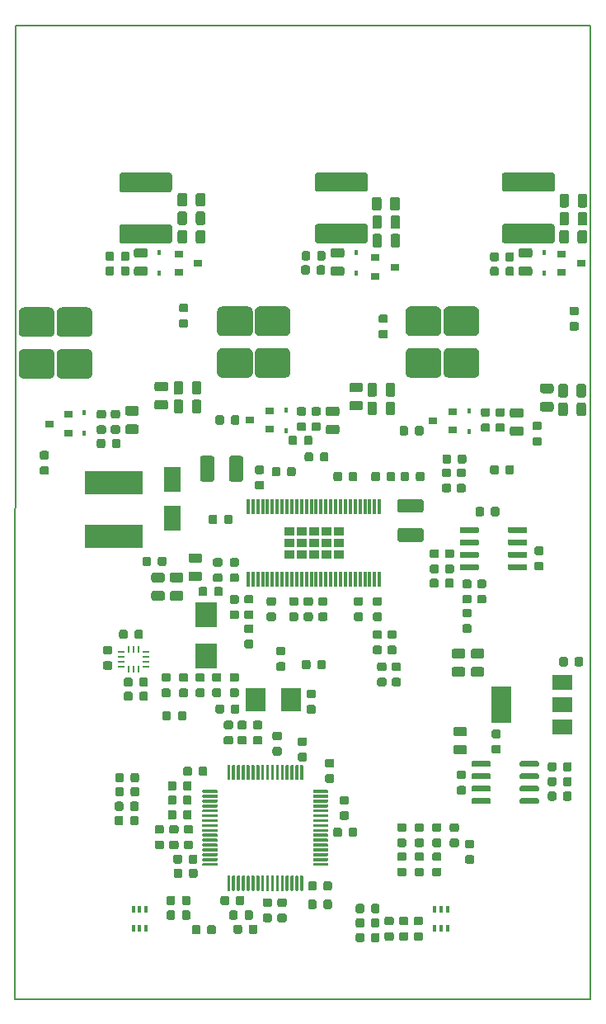
<source format=gbr>
G04 #@! TF.GenerationSoftware,KiCad,Pcbnew,(5.1.5)-3*
G04 #@! TF.CreationDate,2020-08-20T12:00:54-05:00*
G04 #@! TF.ProjectId,Cheap FOCer 2 60mm,43686561-7020-4464-9f43-657220322036,0.9*
G04 #@! TF.SameCoordinates,PX6979f40PYa1135a0*
G04 #@! TF.FileFunction,Paste,Top*
G04 #@! TF.FilePolarity,Positive*
%FSLAX46Y46*%
G04 Gerber Fmt 4.6, Leading zero omitted, Abs format (unit mm)*
G04 Created by KiCad (PCBNEW (5.1.5)-3) date 2020-08-20 12:00:54*
%MOMM*%
%LPD*%
G04 APERTURE LIST*
%ADD10C,0.150000*%
%ADD11R,0.450000X0.600000*%
%ADD12R,0.900000X0.800000*%
%ADD13R,2.300000X2.500000*%
%ADD14R,1.800000X2.500000*%
%ADD15R,0.675000X0.250000*%
%ADD16R,0.250000X0.675000*%
%ADD17R,2.000000X1.500000*%
%ADD18R,2.000000X3.800000*%
%ADD19R,0.300000X1.550000*%
%ADD20R,1.030000X0.960000*%
%ADD21R,5.900000X2.450000*%
%ADD22R,2.000000X2.400000*%
%ADD23R,0.400000X0.650000*%
G04 APERTURE END LIST*
D10*
X59100000Y99900000D02*
X25000Y99900000D01*
X0Y0D02*
X59100000Y0D01*
X25000Y99900000D02*
X0Y0D01*
X59100000Y0D02*
X59100000Y99900000D01*
D11*
X7100000Y58050000D03*
X7100000Y60150000D03*
D12*
X18800000Y75500000D03*
X16800000Y74550000D03*
X16800000Y76450000D03*
D13*
X19600000Y35150000D03*
X19600000Y39450000D03*
D10*
G36*
X37227691Y6773947D02*
G01*
X37248926Y6770797D01*
X37269750Y6765581D01*
X37289962Y6758349D01*
X37309368Y6749170D01*
X37327781Y6738134D01*
X37345024Y6725346D01*
X37360930Y6710930D01*
X37375346Y6695024D01*
X37388134Y6677781D01*
X37399170Y6659368D01*
X37408349Y6639962D01*
X37415581Y6619750D01*
X37420797Y6598926D01*
X37423947Y6577691D01*
X37425000Y6556250D01*
X37425000Y6043750D01*
X37423947Y6022309D01*
X37420797Y6001074D01*
X37415581Y5980250D01*
X37408349Y5960038D01*
X37399170Y5940632D01*
X37388134Y5922219D01*
X37375346Y5904976D01*
X37360930Y5889070D01*
X37345024Y5874654D01*
X37327781Y5861866D01*
X37309368Y5850830D01*
X37289962Y5841651D01*
X37269750Y5834419D01*
X37248926Y5829203D01*
X37227691Y5826053D01*
X37206250Y5825000D01*
X36768750Y5825000D01*
X36747309Y5826053D01*
X36726074Y5829203D01*
X36705250Y5834419D01*
X36685038Y5841651D01*
X36665632Y5850830D01*
X36647219Y5861866D01*
X36629976Y5874654D01*
X36614070Y5889070D01*
X36599654Y5904976D01*
X36586866Y5922219D01*
X36575830Y5940632D01*
X36566651Y5960038D01*
X36559419Y5980250D01*
X36554203Y6001074D01*
X36551053Y6022309D01*
X36550000Y6043750D01*
X36550000Y6556250D01*
X36551053Y6577691D01*
X36554203Y6598926D01*
X36559419Y6619750D01*
X36566651Y6639962D01*
X36575830Y6659368D01*
X36586866Y6677781D01*
X36599654Y6695024D01*
X36614070Y6710930D01*
X36629976Y6725346D01*
X36647219Y6738134D01*
X36665632Y6749170D01*
X36685038Y6758349D01*
X36705250Y6765581D01*
X36726074Y6770797D01*
X36747309Y6773947D01*
X36768750Y6775000D01*
X37206250Y6775000D01*
X37227691Y6773947D01*
G37*
G36*
X35652691Y6773947D02*
G01*
X35673926Y6770797D01*
X35694750Y6765581D01*
X35714962Y6758349D01*
X35734368Y6749170D01*
X35752781Y6738134D01*
X35770024Y6725346D01*
X35785930Y6710930D01*
X35800346Y6695024D01*
X35813134Y6677781D01*
X35824170Y6659368D01*
X35833349Y6639962D01*
X35840581Y6619750D01*
X35845797Y6598926D01*
X35848947Y6577691D01*
X35850000Y6556250D01*
X35850000Y6043750D01*
X35848947Y6022309D01*
X35845797Y6001074D01*
X35840581Y5980250D01*
X35833349Y5960038D01*
X35824170Y5940632D01*
X35813134Y5922219D01*
X35800346Y5904976D01*
X35785930Y5889070D01*
X35770024Y5874654D01*
X35752781Y5861866D01*
X35734368Y5850830D01*
X35714962Y5841651D01*
X35694750Y5834419D01*
X35673926Y5829203D01*
X35652691Y5826053D01*
X35631250Y5825000D01*
X35193750Y5825000D01*
X35172309Y5826053D01*
X35151074Y5829203D01*
X35130250Y5834419D01*
X35110038Y5841651D01*
X35090632Y5850830D01*
X35072219Y5861866D01*
X35054976Y5874654D01*
X35039070Y5889070D01*
X35024654Y5904976D01*
X35011866Y5922219D01*
X35000830Y5940632D01*
X34991651Y5960038D01*
X34984419Y5980250D01*
X34979203Y6001074D01*
X34976053Y6022309D01*
X34975000Y6043750D01*
X34975000Y6556250D01*
X34976053Y6577691D01*
X34979203Y6598926D01*
X34984419Y6619750D01*
X34991651Y6639962D01*
X35000830Y6659368D01*
X35011866Y6677781D01*
X35024654Y6695024D01*
X35039070Y6710930D01*
X35054976Y6725346D01*
X35072219Y6738134D01*
X35090632Y6749170D01*
X35110038Y6758349D01*
X35130250Y6765581D01*
X35151074Y6770797D01*
X35172309Y6773947D01*
X35193750Y6775000D01*
X35631250Y6775000D01*
X35652691Y6773947D01*
G37*
G36*
X37227691Y8273947D02*
G01*
X37248926Y8270797D01*
X37269750Y8265581D01*
X37289962Y8258349D01*
X37309368Y8249170D01*
X37327781Y8238134D01*
X37345024Y8225346D01*
X37360930Y8210930D01*
X37375346Y8195024D01*
X37388134Y8177781D01*
X37399170Y8159368D01*
X37408349Y8139962D01*
X37415581Y8119750D01*
X37420797Y8098926D01*
X37423947Y8077691D01*
X37425000Y8056250D01*
X37425000Y7543750D01*
X37423947Y7522309D01*
X37420797Y7501074D01*
X37415581Y7480250D01*
X37408349Y7460038D01*
X37399170Y7440632D01*
X37388134Y7422219D01*
X37375346Y7404976D01*
X37360930Y7389070D01*
X37345024Y7374654D01*
X37327781Y7361866D01*
X37309368Y7350830D01*
X37289962Y7341651D01*
X37269750Y7334419D01*
X37248926Y7329203D01*
X37227691Y7326053D01*
X37206250Y7325000D01*
X36768750Y7325000D01*
X36747309Y7326053D01*
X36726074Y7329203D01*
X36705250Y7334419D01*
X36685038Y7341651D01*
X36665632Y7350830D01*
X36647219Y7361866D01*
X36629976Y7374654D01*
X36614070Y7389070D01*
X36599654Y7404976D01*
X36586866Y7422219D01*
X36575830Y7440632D01*
X36566651Y7460038D01*
X36559419Y7480250D01*
X36554203Y7501074D01*
X36551053Y7522309D01*
X36550000Y7543750D01*
X36550000Y8056250D01*
X36551053Y8077691D01*
X36554203Y8098926D01*
X36559419Y8119750D01*
X36566651Y8139962D01*
X36575830Y8159368D01*
X36586866Y8177781D01*
X36599654Y8195024D01*
X36614070Y8210930D01*
X36629976Y8225346D01*
X36647219Y8238134D01*
X36665632Y8249170D01*
X36685038Y8258349D01*
X36705250Y8265581D01*
X36726074Y8270797D01*
X36747309Y8273947D01*
X36768750Y8275000D01*
X37206250Y8275000D01*
X37227691Y8273947D01*
G37*
G36*
X35652691Y8273947D02*
G01*
X35673926Y8270797D01*
X35694750Y8265581D01*
X35714962Y8258349D01*
X35734368Y8249170D01*
X35752781Y8238134D01*
X35770024Y8225346D01*
X35785930Y8210930D01*
X35800346Y8195024D01*
X35813134Y8177781D01*
X35824170Y8159368D01*
X35833349Y8139962D01*
X35840581Y8119750D01*
X35845797Y8098926D01*
X35848947Y8077691D01*
X35850000Y8056250D01*
X35850000Y7543750D01*
X35848947Y7522309D01*
X35845797Y7501074D01*
X35840581Y7480250D01*
X35833349Y7460038D01*
X35824170Y7440632D01*
X35813134Y7422219D01*
X35800346Y7404976D01*
X35785930Y7389070D01*
X35770024Y7374654D01*
X35752781Y7361866D01*
X35734368Y7350830D01*
X35714962Y7341651D01*
X35694750Y7334419D01*
X35673926Y7329203D01*
X35652691Y7326053D01*
X35631250Y7325000D01*
X35193750Y7325000D01*
X35172309Y7326053D01*
X35151074Y7329203D01*
X35130250Y7334419D01*
X35110038Y7341651D01*
X35090632Y7350830D01*
X35072219Y7361866D01*
X35054976Y7374654D01*
X35039070Y7389070D01*
X35024654Y7404976D01*
X35011866Y7422219D01*
X35000830Y7440632D01*
X34991651Y7460038D01*
X34984419Y7480250D01*
X34979203Y7501074D01*
X34976053Y7522309D01*
X34975000Y7543750D01*
X34975000Y8056250D01*
X34976053Y8077691D01*
X34979203Y8098926D01*
X34984419Y8119750D01*
X34991651Y8139962D01*
X35000830Y8159368D01*
X35011866Y8177781D01*
X35024654Y8195024D01*
X35039070Y8210930D01*
X35054976Y8225346D01*
X35072219Y8238134D01*
X35090632Y8249170D01*
X35110038Y8258349D01*
X35130250Y8265581D01*
X35151074Y8270797D01*
X35172309Y8273947D01*
X35193750Y8275000D01*
X35631250Y8275000D01*
X35652691Y8273947D01*
G37*
G36*
X37227691Y9748947D02*
G01*
X37248926Y9745797D01*
X37269750Y9740581D01*
X37289962Y9733349D01*
X37309368Y9724170D01*
X37327781Y9713134D01*
X37345024Y9700346D01*
X37360930Y9685930D01*
X37375346Y9670024D01*
X37388134Y9652781D01*
X37399170Y9634368D01*
X37408349Y9614962D01*
X37415581Y9594750D01*
X37420797Y9573926D01*
X37423947Y9552691D01*
X37425000Y9531250D01*
X37425000Y9018750D01*
X37423947Y8997309D01*
X37420797Y8976074D01*
X37415581Y8955250D01*
X37408349Y8935038D01*
X37399170Y8915632D01*
X37388134Y8897219D01*
X37375346Y8879976D01*
X37360930Y8864070D01*
X37345024Y8849654D01*
X37327781Y8836866D01*
X37309368Y8825830D01*
X37289962Y8816651D01*
X37269750Y8809419D01*
X37248926Y8804203D01*
X37227691Y8801053D01*
X37206250Y8800000D01*
X36768750Y8800000D01*
X36747309Y8801053D01*
X36726074Y8804203D01*
X36705250Y8809419D01*
X36685038Y8816651D01*
X36665632Y8825830D01*
X36647219Y8836866D01*
X36629976Y8849654D01*
X36614070Y8864070D01*
X36599654Y8879976D01*
X36586866Y8897219D01*
X36575830Y8915632D01*
X36566651Y8935038D01*
X36559419Y8955250D01*
X36554203Y8976074D01*
X36551053Y8997309D01*
X36550000Y9018750D01*
X36550000Y9531250D01*
X36551053Y9552691D01*
X36554203Y9573926D01*
X36559419Y9594750D01*
X36566651Y9614962D01*
X36575830Y9634368D01*
X36586866Y9652781D01*
X36599654Y9670024D01*
X36614070Y9685930D01*
X36629976Y9700346D01*
X36647219Y9713134D01*
X36665632Y9724170D01*
X36685038Y9733349D01*
X36705250Y9740581D01*
X36726074Y9745797D01*
X36747309Y9748947D01*
X36768750Y9750000D01*
X37206250Y9750000D01*
X37227691Y9748947D01*
G37*
G36*
X35652691Y9748947D02*
G01*
X35673926Y9745797D01*
X35694750Y9740581D01*
X35714962Y9733349D01*
X35734368Y9724170D01*
X35752781Y9713134D01*
X35770024Y9700346D01*
X35785930Y9685930D01*
X35800346Y9670024D01*
X35813134Y9652781D01*
X35824170Y9634368D01*
X35833349Y9614962D01*
X35840581Y9594750D01*
X35845797Y9573926D01*
X35848947Y9552691D01*
X35850000Y9531250D01*
X35850000Y9018750D01*
X35848947Y8997309D01*
X35845797Y8976074D01*
X35840581Y8955250D01*
X35833349Y8935038D01*
X35824170Y8915632D01*
X35813134Y8897219D01*
X35800346Y8879976D01*
X35785930Y8864070D01*
X35770024Y8849654D01*
X35752781Y8836866D01*
X35734368Y8825830D01*
X35714962Y8816651D01*
X35694750Y8809419D01*
X35673926Y8804203D01*
X35652691Y8801053D01*
X35631250Y8800000D01*
X35193750Y8800000D01*
X35172309Y8801053D01*
X35151074Y8804203D01*
X35130250Y8809419D01*
X35110038Y8816651D01*
X35090632Y8825830D01*
X35072219Y8836866D01*
X35054976Y8849654D01*
X35039070Y8864070D01*
X35024654Y8879976D01*
X35011866Y8897219D01*
X35000830Y8915632D01*
X34991651Y8935038D01*
X34984419Y8955250D01*
X34979203Y8976074D01*
X34976053Y8997309D01*
X34975000Y9018750D01*
X34975000Y9531250D01*
X34976053Y9552691D01*
X34979203Y9573926D01*
X34984419Y9594750D01*
X34991651Y9614962D01*
X35000830Y9634368D01*
X35011866Y9652781D01*
X35024654Y9670024D01*
X35039070Y9685930D01*
X35054976Y9700346D01*
X35072219Y9713134D01*
X35090632Y9724170D01*
X35110038Y9733349D01*
X35130250Y9740581D01*
X35151074Y9745797D01*
X35172309Y9748947D01*
X35193750Y9750000D01*
X35631250Y9750000D01*
X35652691Y9748947D01*
G37*
G36*
X23340191Y10573947D02*
G01*
X23361426Y10570797D01*
X23382250Y10565581D01*
X23402462Y10558349D01*
X23421868Y10549170D01*
X23440281Y10538134D01*
X23457524Y10525346D01*
X23473430Y10510930D01*
X23487846Y10495024D01*
X23500634Y10477781D01*
X23511670Y10459368D01*
X23520849Y10439962D01*
X23528081Y10419750D01*
X23533297Y10398926D01*
X23536447Y10377691D01*
X23537500Y10356250D01*
X23537500Y9843750D01*
X23536447Y9822309D01*
X23533297Y9801074D01*
X23528081Y9780250D01*
X23520849Y9760038D01*
X23511670Y9740632D01*
X23500634Y9722219D01*
X23487846Y9704976D01*
X23473430Y9689070D01*
X23457524Y9674654D01*
X23440281Y9661866D01*
X23421868Y9650830D01*
X23402462Y9641651D01*
X23382250Y9634419D01*
X23361426Y9629203D01*
X23340191Y9626053D01*
X23318750Y9625000D01*
X22881250Y9625000D01*
X22859809Y9626053D01*
X22838574Y9629203D01*
X22817750Y9634419D01*
X22797538Y9641651D01*
X22778132Y9650830D01*
X22759719Y9661866D01*
X22742476Y9674654D01*
X22726570Y9689070D01*
X22712154Y9704976D01*
X22699366Y9722219D01*
X22688330Y9740632D01*
X22679151Y9760038D01*
X22671919Y9780250D01*
X22666703Y9801074D01*
X22663553Y9822309D01*
X22662500Y9843750D01*
X22662500Y10356250D01*
X22663553Y10377691D01*
X22666703Y10398926D01*
X22671919Y10419750D01*
X22679151Y10439962D01*
X22688330Y10459368D01*
X22699366Y10477781D01*
X22712154Y10495024D01*
X22726570Y10510930D01*
X22742476Y10525346D01*
X22759719Y10538134D01*
X22778132Y10549170D01*
X22797538Y10558349D01*
X22817750Y10565581D01*
X22838574Y10570797D01*
X22859809Y10573947D01*
X22881250Y10575000D01*
X23318750Y10575000D01*
X23340191Y10573947D01*
G37*
G36*
X21765191Y10573947D02*
G01*
X21786426Y10570797D01*
X21807250Y10565581D01*
X21827462Y10558349D01*
X21846868Y10549170D01*
X21865281Y10538134D01*
X21882524Y10525346D01*
X21898430Y10510930D01*
X21912846Y10495024D01*
X21925634Y10477781D01*
X21936670Y10459368D01*
X21945849Y10439962D01*
X21953081Y10419750D01*
X21958297Y10398926D01*
X21961447Y10377691D01*
X21962500Y10356250D01*
X21962500Y9843750D01*
X21961447Y9822309D01*
X21958297Y9801074D01*
X21953081Y9780250D01*
X21945849Y9760038D01*
X21936670Y9740632D01*
X21925634Y9722219D01*
X21912846Y9704976D01*
X21898430Y9689070D01*
X21882524Y9674654D01*
X21865281Y9661866D01*
X21846868Y9650830D01*
X21827462Y9641651D01*
X21807250Y9634419D01*
X21786426Y9629203D01*
X21765191Y9626053D01*
X21743750Y9625000D01*
X21306250Y9625000D01*
X21284809Y9626053D01*
X21263574Y9629203D01*
X21242750Y9634419D01*
X21222538Y9641651D01*
X21203132Y9650830D01*
X21184719Y9661866D01*
X21167476Y9674654D01*
X21151570Y9689070D01*
X21137154Y9704976D01*
X21124366Y9722219D01*
X21113330Y9740632D01*
X21104151Y9760038D01*
X21096919Y9780250D01*
X21091703Y9801074D01*
X21088553Y9822309D01*
X21087500Y9843750D01*
X21087500Y10356250D01*
X21088553Y10377691D01*
X21091703Y10398926D01*
X21096919Y10419750D01*
X21104151Y10439962D01*
X21113330Y10459368D01*
X21124366Y10477781D01*
X21137154Y10495024D01*
X21151570Y10510930D01*
X21167476Y10525346D01*
X21184719Y10538134D01*
X21203132Y10549170D01*
X21222538Y10558349D01*
X21242750Y10565581D01*
X21263574Y10570797D01*
X21284809Y10573947D01*
X21306250Y10575000D01*
X21743750Y10575000D01*
X21765191Y10573947D01*
G37*
G36*
X24227691Y9073947D02*
G01*
X24248926Y9070797D01*
X24269750Y9065581D01*
X24289962Y9058349D01*
X24309368Y9049170D01*
X24327781Y9038134D01*
X24345024Y9025346D01*
X24360930Y9010930D01*
X24375346Y8995024D01*
X24388134Y8977781D01*
X24399170Y8959368D01*
X24408349Y8939962D01*
X24415581Y8919750D01*
X24420797Y8898926D01*
X24423947Y8877691D01*
X24425000Y8856250D01*
X24425000Y8343750D01*
X24423947Y8322309D01*
X24420797Y8301074D01*
X24415581Y8280250D01*
X24408349Y8260038D01*
X24399170Y8240632D01*
X24388134Y8222219D01*
X24375346Y8204976D01*
X24360930Y8189070D01*
X24345024Y8174654D01*
X24327781Y8161866D01*
X24309368Y8150830D01*
X24289962Y8141651D01*
X24269750Y8134419D01*
X24248926Y8129203D01*
X24227691Y8126053D01*
X24206250Y8125000D01*
X23768750Y8125000D01*
X23747309Y8126053D01*
X23726074Y8129203D01*
X23705250Y8134419D01*
X23685038Y8141651D01*
X23665632Y8150830D01*
X23647219Y8161866D01*
X23629976Y8174654D01*
X23614070Y8189070D01*
X23599654Y8204976D01*
X23586866Y8222219D01*
X23575830Y8240632D01*
X23566651Y8260038D01*
X23559419Y8280250D01*
X23554203Y8301074D01*
X23551053Y8322309D01*
X23550000Y8343750D01*
X23550000Y8856250D01*
X23551053Y8877691D01*
X23554203Y8898926D01*
X23559419Y8919750D01*
X23566651Y8939962D01*
X23575830Y8959368D01*
X23586866Y8977781D01*
X23599654Y8995024D01*
X23614070Y9010930D01*
X23629976Y9025346D01*
X23647219Y9038134D01*
X23665632Y9049170D01*
X23685038Y9058349D01*
X23705250Y9065581D01*
X23726074Y9070797D01*
X23747309Y9073947D01*
X23768750Y9075000D01*
X24206250Y9075000D01*
X24227691Y9073947D01*
G37*
G36*
X22652691Y9073947D02*
G01*
X22673926Y9070797D01*
X22694750Y9065581D01*
X22714962Y9058349D01*
X22734368Y9049170D01*
X22752781Y9038134D01*
X22770024Y9025346D01*
X22785930Y9010930D01*
X22800346Y8995024D01*
X22813134Y8977781D01*
X22824170Y8959368D01*
X22833349Y8939962D01*
X22840581Y8919750D01*
X22845797Y8898926D01*
X22848947Y8877691D01*
X22850000Y8856250D01*
X22850000Y8343750D01*
X22848947Y8322309D01*
X22845797Y8301074D01*
X22840581Y8280250D01*
X22833349Y8260038D01*
X22824170Y8240632D01*
X22813134Y8222219D01*
X22800346Y8204976D01*
X22785930Y8189070D01*
X22770024Y8174654D01*
X22752781Y8161866D01*
X22734368Y8150830D01*
X22714962Y8141651D01*
X22694750Y8134419D01*
X22673926Y8129203D01*
X22652691Y8126053D01*
X22631250Y8125000D01*
X22193750Y8125000D01*
X22172309Y8126053D01*
X22151074Y8129203D01*
X22130250Y8134419D01*
X22110038Y8141651D01*
X22090632Y8150830D01*
X22072219Y8161866D01*
X22054976Y8174654D01*
X22039070Y8189070D01*
X22024654Y8204976D01*
X22011866Y8222219D01*
X22000830Y8240632D01*
X21991651Y8260038D01*
X21984419Y8280250D01*
X21979203Y8301074D01*
X21976053Y8322309D01*
X21975000Y8343750D01*
X21975000Y8856250D01*
X21976053Y8877691D01*
X21979203Y8898926D01*
X21984419Y8919750D01*
X21991651Y8939962D01*
X22000830Y8959368D01*
X22011866Y8977781D01*
X22024654Y8995024D01*
X22039070Y9010930D01*
X22054976Y9025346D01*
X22072219Y9038134D01*
X22090632Y9049170D01*
X22110038Y9058349D01*
X22130250Y9065581D01*
X22151074Y9070797D01*
X22172309Y9073947D01*
X22193750Y9075000D01*
X22631250Y9075000D01*
X22652691Y9073947D01*
G37*
G36*
X24677691Y7623947D02*
G01*
X24698926Y7620797D01*
X24719750Y7615581D01*
X24739962Y7608349D01*
X24759368Y7599170D01*
X24777781Y7588134D01*
X24795024Y7575346D01*
X24810930Y7560930D01*
X24825346Y7545024D01*
X24838134Y7527781D01*
X24849170Y7509368D01*
X24858349Y7489962D01*
X24865581Y7469750D01*
X24870797Y7448926D01*
X24873947Y7427691D01*
X24875000Y7406250D01*
X24875000Y6893750D01*
X24873947Y6872309D01*
X24870797Y6851074D01*
X24865581Y6830250D01*
X24858349Y6810038D01*
X24849170Y6790632D01*
X24838134Y6772219D01*
X24825346Y6754976D01*
X24810930Y6739070D01*
X24795024Y6724654D01*
X24777781Y6711866D01*
X24759368Y6700830D01*
X24739962Y6691651D01*
X24719750Y6684419D01*
X24698926Y6679203D01*
X24677691Y6676053D01*
X24656250Y6675000D01*
X24218750Y6675000D01*
X24197309Y6676053D01*
X24176074Y6679203D01*
X24155250Y6684419D01*
X24135038Y6691651D01*
X24115632Y6700830D01*
X24097219Y6711866D01*
X24079976Y6724654D01*
X24064070Y6739070D01*
X24049654Y6754976D01*
X24036866Y6772219D01*
X24025830Y6790632D01*
X24016651Y6810038D01*
X24009419Y6830250D01*
X24004203Y6851074D01*
X24001053Y6872309D01*
X24000000Y6893750D01*
X24000000Y7406250D01*
X24001053Y7427691D01*
X24004203Y7448926D01*
X24009419Y7469750D01*
X24016651Y7489962D01*
X24025830Y7509368D01*
X24036866Y7527781D01*
X24049654Y7545024D01*
X24064070Y7560930D01*
X24079976Y7575346D01*
X24097219Y7588134D01*
X24115632Y7599170D01*
X24135038Y7608349D01*
X24155250Y7615581D01*
X24176074Y7620797D01*
X24197309Y7623947D01*
X24218750Y7625000D01*
X24656250Y7625000D01*
X24677691Y7623947D01*
G37*
G36*
X23102691Y7623947D02*
G01*
X23123926Y7620797D01*
X23144750Y7615581D01*
X23164962Y7608349D01*
X23184368Y7599170D01*
X23202781Y7588134D01*
X23220024Y7575346D01*
X23235930Y7560930D01*
X23250346Y7545024D01*
X23263134Y7527781D01*
X23274170Y7509368D01*
X23283349Y7489962D01*
X23290581Y7469750D01*
X23295797Y7448926D01*
X23298947Y7427691D01*
X23300000Y7406250D01*
X23300000Y6893750D01*
X23298947Y6872309D01*
X23295797Y6851074D01*
X23290581Y6830250D01*
X23283349Y6810038D01*
X23274170Y6790632D01*
X23263134Y6772219D01*
X23250346Y6754976D01*
X23235930Y6739070D01*
X23220024Y6724654D01*
X23202781Y6711866D01*
X23184368Y6700830D01*
X23164962Y6691651D01*
X23144750Y6684419D01*
X23123926Y6679203D01*
X23102691Y6676053D01*
X23081250Y6675000D01*
X22643750Y6675000D01*
X22622309Y6676053D01*
X22601074Y6679203D01*
X22580250Y6684419D01*
X22560038Y6691651D01*
X22540632Y6700830D01*
X22522219Y6711866D01*
X22504976Y6724654D01*
X22489070Y6739070D01*
X22474654Y6754976D01*
X22461866Y6772219D01*
X22450830Y6790632D01*
X22441651Y6810038D01*
X22434419Y6830250D01*
X22429203Y6851074D01*
X22426053Y6872309D01*
X22425000Y6893750D01*
X22425000Y7406250D01*
X22426053Y7427691D01*
X22429203Y7448926D01*
X22434419Y7469750D01*
X22441651Y7489962D01*
X22450830Y7509368D01*
X22461866Y7527781D01*
X22474654Y7545024D01*
X22489070Y7560930D01*
X22504976Y7575346D01*
X22522219Y7588134D01*
X22540632Y7599170D01*
X22560038Y7608349D01*
X22580250Y7615581D01*
X22601074Y7620797D01*
X22622309Y7623947D01*
X22643750Y7625000D01*
X23081250Y7625000D01*
X23102691Y7623947D01*
G37*
G36*
X46952691Y14748947D02*
G01*
X46973926Y14745797D01*
X46994750Y14740581D01*
X47014962Y14733349D01*
X47034368Y14724170D01*
X47052781Y14713134D01*
X47070024Y14700346D01*
X47085930Y14685930D01*
X47100346Y14670024D01*
X47113134Y14652781D01*
X47124170Y14634368D01*
X47133349Y14614962D01*
X47140581Y14594750D01*
X47145797Y14573926D01*
X47148947Y14552691D01*
X47150000Y14531250D01*
X47150000Y14093750D01*
X47148947Y14072309D01*
X47145797Y14051074D01*
X47140581Y14030250D01*
X47133349Y14010038D01*
X47124170Y13990632D01*
X47113134Y13972219D01*
X47100346Y13954976D01*
X47085930Y13939070D01*
X47070024Y13924654D01*
X47052781Y13911866D01*
X47034368Y13900830D01*
X47014962Y13891651D01*
X46994750Y13884419D01*
X46973926Y13879203D01*
X46952691Y13876053D01*
X46931250Y13875000D01*
X46418750Y13875000D01*
X46397309Y13876053D01*
X46376074Y13879203D01*
X46355250Y13884419D01*
X46335038Y13891651D01*
X46315632Y13900830D01*
X46297219Y13911866D01*
X46279976Y13924654D01*
X46264070Y13939070D01*
X46249654Y13954976D01*
X46236866Y13972219D01*
X46225830Y13990632D01*
X46216651Y14010038D01*
X46209419Y14030250D01*
X46204203Y14051074D01*
X46201053Y14072309D01*
X46200000Y14093750D01*
X46200000Y14531250D01*
X46201053Y14552691D01*
X46204203Y14573926D01*
X46209419Y14594750D01*
X46216651Y14614962D01*
X46225830Y14634368D01*
X46236866Y14652781D01*
X46249654Y14670024D01*
X46264070Y14685930D01*
X46279976Y14700346D01*
X46297219Y14713134D01*
X46315632Y14724170D01*
X46335038Y14733349D01*
X46355250Y14740581D01*
X46376074Y14745797D01*
X46397309Y14748947D01*
X46418750Y14750000D01*
X46931250Y14750000D01*
X46952691Y14748947D01*
G37*
G36*
X46952691Y16323947D02*
G01*
X46973926Y16320797D01*
X46994750Y16315581D01*
X47014962Y16308349D01*
X47034368Y16299170D01*
X47052781Y16288134D01*
X47070024Y16275346D01*
X47085930Y16260930D01*
X47100346Y16245024D01*
X47113134Y16227781D01*
X47124170Y16209368D01*
X47133349Y16189962D01*
X47140581Y16169750D01*
X47145797Y16148926D01*
X47148947Y16127691D01*
X47150000Y16106250D01*
X47150000Y15668750D01*
X47148947Y15647309D01*
X47145797Y15626074D01*
X47140581Y15605250D01*
X47133349Y15585038D01*
X47124170Y15565632D01*
X47113134Y15547219D01*
X47100346Y15529976D01*
X47085930Y15514070D01*
X47070024Y15499654D01*
X47052781Y15486866D01*
X47034368Y15475830D01*
X47014962Y15466651D01*
X46994750Y15459419D01*
X46973926Y15454203D01*
X46952691Y15451053D01*
X46931250Y15450000D01*
X46418750Y15450000D01*
X46397309Y15451053D01*
X46376074Y15454203D01*
X46355250Y15459419D01*
X46335038Y15466651D01*
X46315632Y15475830D01*
X46297219Y15486866D01*
X46279976Y15499654D01*
X46264070Y15514070D01*
X46249654Y15529976D01*
X46236866Y15547219D01*
X46225830Y15565632D01*
X46216651Y15585038D01*
X46209419Y15605250D01*
X46204203Y15626074D01*
X46201053Y15647309D01*
X46200000Y15668750D01*
X46200000Y16106250D01*
X46201053Y16127691D01*
X46204203Y16148926D01*
X46209419Y16169750D01*
X46216651Y16189962D01*
X46225830Y16209368D01*
X46236866Y16227781D01*
X46249654Y16245024D01*
X46264070Y16260930D01*
X46279976Y16275346D01*
X46297219Y16288134D01*
X46315632Y16299170D01*
X46335038Y16308349D01*
X46355250Y16315581D01*
X46376074Y16320797D01*
X46397309Y16323947D01*
X46418750Y16325000D01*
X46931250Y16325000D01*
X46952691Y16323947D01*
G37*
G36*
X58525142Y80748826D02*
G01*
X58548803Y80745316D01*
X58572007Y80739504D01*
X58594529Y80731446D01*
X58616153Y80721218D01*
X58636670Y80708921D01*
X58655883Y80694671D01*
X58673607Y80678607D01*
X58689671Y80660883D01*
X58703921Y80641670D01*
X58716218Y80621153D01*
X58726446Y80599529D01*
X58734504Y80577007D01*
X58740316Y80553803D01*
X58743826Y80530142D01*
X58745000Y80506250D01*
X58745000Y79593750D01*
X58743826Y79569858D01*
X58740316Y79546197D01*
X58734504Y79522993D01*
X58726446Y79500471D01*
X58716218Y79478847D01*
X58703921Y79458330D01*
X58689671Y79439117D01*
X58673607Y79421393D01*
X58655883Y79405329D01*
X58636670Y79391079D01*
X58616153Y79378782D01*
X58594529Y79368554D01*
X58572007Y79360496D01*
X58548803Y79354684D01*
X58525142Y79351174D01*
X58501250Y79350000D01*
X58013750Y79350000D01*
X57989858Y79351174D01*
X57966197Y79354684D01*
X57942993Y79360496D01*
X57920471Y79368554D01*
X57898847Y79378782D01*
X57878330Y79391079D01*
X57859117Y79405329D01*
X57841393Y79421393D01*
X57825329Y79439117D01*
X57811079Y79458330D01*
X57798782Y79478847D01*
X57788554Y79500471D01*
X57780496Y79522993D01*
X57774684Y79546197D01*
X57771174Y79569858D01*
X57770000Y79593750D01*
X57770000Y80506250D01*
X57771174Y80530142D01*
X57774684Y80553803D01*
X57780496Y80577007D01*
X57788554Y80599529D01*
X57798782Y80621153D01*
X57811079Y80641670D01*
X57825329Y80660883D01*
X57841393Y80678607D01*
X57859117Y80694671D01*
X57878330Y80708921D01*
X57898847Y80721218D01*
X57920471Y80731446D01*
X57942993Y80739504D01*
X57966197Y80745316D01*
X57989858Y80748826D01*
X58013750Y80750000D01*
X58501250Y80750000D01*
X58525142Y80748826D01*
G37*
G36*
X56650142Y80748826D02*
G01*
X56673803Y80745316D01*
X56697007Y80739504D01*
X56719529Y80731446D01*
X56741153Y80721218D01*
X56761670Y80708921D01*
X56780883Y80694671D01*
X56798607Y80678607D01*
X56814671Y80660883D01*
X56828921Y80641670D01*
X56841218Y80621153D01*
X56851446Y80599529D01*
X56859504Y80577007D01*
X56865316Y80553803D01*
X56868826Y80530142D01*
X56870000Y80506250D01*
X56870000Y79593750D01*
X56868826Y79569858D01*
X56865316Y79546197D01*
X56859504Y79522993D01*
X56851446Y79500471D01*
X56841218Y79478847D01*
X56828921Y79458330D01*
X56814671Y79439117D01*
X56798607Y79421393D01*
X56780883Y79405329D01*
X56761670Y79391079D01*
X56741153Y79378782D01*
X56719529Y79368554D01*
X56697007Y79360496D01*
X56673803Y79354684D01*
X56650142Y79351174D01*
X56626250Y79350000D01*
X56138750Y79350000D01*
X56114858Y79351174D01*
X56091197Y79354684D01*
X56067993Y79360496D01*
X56045471Y79368554D01*
X56023847Y79378782D01*
X56003330Y79391079D01*
X55984117Y79405329D01*
X55966393Y79421393D01*
X55950329Y79439117D01*
X55936079Y79458330D01*
X55923782Y79478847D01*
X55913554Y79500471D01*
X55905496Y79522993D01*
X55899684Y79546197D01*
X55896174Y79569858D01*
X55895000Y79593750D01*
X55895000Y80506250D01*
X55896174Y80530142D01*
X55899684Y80553803D01*
X55905496Y80577007D01*
X55913554Y80599529D01*
X55923782Y80621153D01*
X55936079Y80641670D01*
X55950329Y80660883D01*
X55966393Y80678607D01*
X55984117Y80694671D01*
X56003330Y80708921D01*
X56023847Y80721218D01*
X56045471Y80731446D01*
X56067993Y80739504D01*
X56091197Y80745316D01*
X56114858Y80748826D01*
X56138750Y80750000D01*
X56626250Y80750000D01*
X56650142Y80748826D01*
G37*
G36*
X58525142Y82598826D02*
G01*
X58548803Y82595316D01*
X58572007Y82589504D01*
X58594529Y82581446D01*
X58616153Y82571218D01*
X58636670Y82558921D01*
X58655883Y82544671D01*
X58673607Y82528607D01*
X58689671Y82510883D01*
X58703921Y82491670D01*
X58716218Y82471153D01*
X58726446Y82449529D01*
X58734504Y82427007D01*
X58740316Y82403803D01*
X58743826Y82380142D01*
X58745000Y82356250D01*
X58745000Y81443750D01*
X58743826Y81419858D01*
X58740316Y81396197D01*
X58734504Y81372993D01*
X58726446Y81350471D01*
X58716218Y81328847D01*
X58703921Y81308330D01*
X58689671Y81289117D01*
X58673607Y81271393D01*
X58655883Y81255329D01*
X58636670Y81241079D01*
X58616153Y81228782D01*
X58594529Y81218554D01*
X58572007Y81210496D01*
X58548803Y81204684D01*
X58525142Y81201174D01*
X58501250Y81200000D01*
X58013750Y81200000D01*
X57989858Y81201174D01*
X57966197Y81204684D01*
X57942993Y81210496D01*
X57920471Y81218554D01*
X57898847Y81228782D01*
X57878330Y81241079D01*
X57859117Y81255329D01*
X57841393Y81271393D01*
X57825329Y81289117D01*
X57811079Y81308330D01*
X57798782Y81328847D01*
X57788554Y81350471D01*
X57780496Y81372993D01*
X57774684Y81396197D01*
X57771174Y81419858D01*
X57770000Y81443750D01*
X57770000Y82356250D01*
X57771174Y82380142D01*
X57774684Y82403803D01*
X57780496Y82427007D01*
X57788554Y82449529D01*
X57798782Y82471153D01*
X57811079Y82491670D01*
X57825329Y82510883D01*
X57841393Y82528607D01*
X57859117Y82544671D01*
X57878330Y82558921D01*
X57898847Y82571218D01*
X57920471Y82581446D01*
X57942993Y82589504D01*
X57966197Y82595316D01*
X57989858Y82598826D01*
X58013750Y82600000D01*
X58501250Y82600000D01*
X58525142Y82598826D01*
G37*
G36*
X56650142Y82598826D02*
G01*
X56673803Y82595316D01*
X56697007Y82589504D01*
X56719529Y82581446D01*
X56741153Y82571218D01*
X56761670Y82558921D01*
X56780883Y82544671D01*
X56798607Y82528607D01*
X56814671Y82510883D01*
X56828921Y82491670D01*
X56841218Y82471153D01*
X56851446Y82449529D01*
X56859504Y82427007D01*
X56865316Y82403803D01*
X56868826Y82380142D01*
X56870000Y82356250D01*
X56870000Y81443750D01*
X56868826Y81419858D01*
X56865316Y81396197D01*
X56859504Y81372993D01*
X56851446Y81350471D01*
X56841218Y81328847D01*
X56828921Y81308330D01*
X56814671Y81289117D01*
X56798607Y81271393D01*
X56780883Y81255329D01*
X56761670Y81241079D01*
X56741153Y81228782D01*
X56719529Y81218554D01*
X56697007Y81210496D01*
X56673803Y81204684D01*
X56650142Y81201174D01*
X56626250Y81200000D01*
X56138750Y81200000D01*
X56114858Y81201174D01*
X56091197Y81204684D01*
X56067993Y81210496D01*
X56045471Y81218554D01*
X56023847Y81228782D01*
X56003330Y81241079D01*
X55984117Y81255329D01*
X55966393Y81271393D01*
X55950329Y81289117D01*
X55936079Y81308330D01*
X55923782Y81328847D01*
X55913554Y81350471D01*
X55905496Y81372993D01*
X55899684Y81396197D01*
X55896174Y81419858D01*
X55895000Y81443750D01*
X55895000Y82356250D01*
X55896174Y82380142D01*
X55899684Y82403803D01*
X55905496Y82427007D01*
X55913554Y82449529D01*
X55923782Y82471153D01*
X55936079Y82491670D01*
X55950329Y82510883D01*
X55966393Y82528607D01*
X55984117Y82544671D01*
X56003330Y82558921D01*
X56023847Y82571218D01*
X56045471Y82581446D01*
X56067993Y82589504D01*
X56091197Y82595316D01*
X56114858Y82598826D01*
X56138750Y82600000D01*
X56626250Y82600000D01*
X56650142Y82598826D01*
G37*
G36*
X39267642Y82298826D02*
G01*
X39291303Y82295316D01*
X39314507Y82289504D01*
X39337029Y82281446D01*
X39358653Y82271218D01*
X39379170Y82258921D01*
X39398383Y82244671D01*
X39416107Y82228607D01*
X39432171Y82210883D01*
X39446421Y82191670D01*
X39458718Y82171153D01*
X39468946Y82149529D01*
X39477004Y82127007D01*
X39482816Y82103803D01*
X39486326Y82080142D01*
X39487500Y82056250D01*
X39487500Y81143750D01*
X39486326Y81119858D01*
X39482816Y81096197D01*
X39477004Y81072993D01*
X39468946Y81050471D01*
X39458718Y81028847D01*
X39446421Y81008330D01*
X39432171Y80989117D01*
X39416107Y80971393D01*
X39398383Y80955329D01*
X39379170Y80941079D01*
X39358653Y80928782D01*
X39337029Y80918554D01*
X39314507Y80910496D01*
X39291303Y80904684D01*
X39267642Y80901174D01*
X39243750Y80900000D01*
X38756250Y80900000D01*
X38732358Y80901174D01*
X38708697Y80904684D01*
X38685493Y80910496D01*
X38662971Y80918554D01*
X38641347Y80928782D01*
X38620830Y80941079D01*
X38601617Y80955329D01*
X38583893Y80971393D01*
X38567829Y80989117D01*
X38553579Y81008330D01*
X38541282Y81028847D01*
X38531054Y81050471D01*
X38522996Y81072993D01*
X38517184Y81096197D01*
X38513674Y81119858D01*
X38512500Y81143750D01*
X38512500Y82056250D01*
X38513674Y82080142D01*
X38517184Y82103803D01*
X38522996Y82127007D01*
X38531054Y82149529D01*
X38541282Y82171153D01*
X38553579Y82191670D01*
X38567829Y82210883D01*
X38583893Y82228607D01*
X38601617Y82244671D01*
X38620830Y82258921D01*
X38641347Y82271218D01*
X38662971Y82281446D01*
X38685493Y82289504D01*
X38708697Y82295316D01*
X38732358Y82298826D01*
X38756250Y82300000D01*
X39243750Y82300000D01*
X39267642Y82298826D01*
G37*
G36*
X37392642Y82298826D02*
G01*
X37416303Y82295316D01*
X37439507Y82289504D01*
X37462029Y82281446D01*
X37483653Y82271218D01*
X37504170Y82258921D01*
X37523383Y82244671D01*
X37541107Y82228607D01*
X37557171Y82210883D01*
X37571421Y82191670D01*
X37583718Y82171153D01*
X37593946Y82149529D01*
X37602004Y82127007D01*
X37607816Y82103803D01*
X37611326Y82080142D01*
X37612500Y82056250D01*
X37612500Y81143750D01*
X37611326Y81119858D01*
X37607816Y81096197D01*
X37602004Y81072993D01*
X37593946Y81050471D01*
X37583718Y81028847D01*
X37571421Y81008330D01*
X37557171Y80989117D01*
X37541107Y80971393D01*
X37523383Y80955329D01*
X37504170Y80941079D01*
X37483653Y80928782D01*
X37462029Y80918554D01*
X37439507Y80910496D01*
X37416303Y80904684D01*
X37392642Y80901174D01*
X37368750Y80900000D01*
X36881250Y80900000D01*
X36857358Y80901174D01*
X36833697Y80904684D01*
X36810493Y80910496D01*
X36787971Y80918554D01*
X36766347Y80928782D01*
X36745830Y80941079D01*
X36726617Y80955329D01*
X36708893Y80971393D01*
X36692829Y80989117D01*
X36678579Y81008330D01*
X36666282Y81028847D01*
X36656054Y81050471D01*
X36647996Y81072993D01*
X36642184Y81096197D01*
X36638674Y81119858D01*
X36637500Y81143750D01*
X36637500Y82056250D01*
X36638674Y82080142D01*
X36642184Y82103803D01*
X36647996Y82127007D01*
X36656054Y82149529D01*
X36666282Y82171153D01*
X36678579Y82191670D01*
X36692829Y82210883D01*
X36708893Y82228607D01*
X36726617Y82244671D01*
X36745830Y82258921D01*
X36766347Y82271218D01*
X36787971Y82281446D01*
X36810493Y82289504D01*
X36833697Y82295316D01*
X36857358Y82298826D01*
X36881250Y82300000D01*
X37368750Y82300000D01*
X37392642Y82298826D01*
G37*
G36*
X39305142Y80398826D02*
G01*
X39328803Y80395316D01*
X39352007Y80389504D01*
X39374529Y80381446D01*
X39396153Y80371218D01*
X39416670Y80358921D01*
X39435883Y80344671D01*
X39453607Y80328607D01*
X39469671Y80310883D01*
X39483921Y80291670D01*
X39496218Y80271153D01*
X39506446Y80249529D01*
X39514504Y80227007D01*
X39520316Y80203803D01*
X39523826Y80180142D01*
X39525000Y80156250D01*
X39525000Y79243750D01*
X39523826Y79219858D01*
X39520316Y79196197D01*
X39514504Y79172993D01*
X39506446Y79150471D01*
X39496218Y79128847D01*
X39483921Y79108330D01*
X39469671Y79089117D01*
X39453607Y79071393D01*
X39435883Y79055329D01*
X39416670Y79041079D01*
X39396153Y79028782D01*
X39374529Y79018554D01*
X39352007Y79010496D01*
X39328803Y79004684D01*
X39305142Y79001174D01*
X39281250Y79000000D01*
X38793750Y79000000D01*
X38769858Y79001174D01*
X38746197Y79004684D01*
X38722993Y79010496D01*
X38700471Y79018554D01*
X38678847Y79028782D01*
X38658330Y79041079D01*
X38639117Y79055329D01*
X38621393Y79071393D01*
X38605329Y79089117D01*
X38591079Y79108330D01*
X38578782Y79128847D01*
X38568554Y79150471D01*
X38560496Y79172993D01*
X38554684Y79196197D01*
X38551174Y79219858D01*
X38550000Y79243750D01*
X38550000Y80156250D01*
X38551174Y80180142D01*
X38554684Y80203803D01*
X38560496Y80227007D01*
X38568554Y80249529D01*
X38578782Y80271153D01*
X38591079Y80291670D01*
X38605329Y80310883D01*
X38621393Y80328607D01*
X38639117Y80344671D01*
X38658330Y80358921D01*
X38678847Y80371218D01*
X38700471Y80381446D01*
X38722993Y80389504D01*
X38746197Y80395316D01*
X38769858Y80398826D01*
X38793750Y80400000D01*
X39281250Y80400000D01*
X39305142Y80398826D01*
G37*
G36*
X37430142Y80398826D02*
G01*
X37453803Y80395316D01*
X37477007Y80389504D01*
X37499529Y80381446D01*
X37521153Y80371218D01*
X37541670Y80358921D01*
X37560883Y80344671D01*
X37578607Y80328607D01*
X37594671Y80310883D01*
X37608921Y80291670D01*
X37621218Y80271153D01*
X37631446Y80249529D01*
X37639504Y80227007D01*
X37645316Y80203803D01*
X37648826Y80180142D01*
X37650000Y80156250D01*
X37650000Y79243750D01*
X37648826Y79219858D01*
X37645316Y79196197D01*
X37639504Y79172993D01*
X37631446Y79150471D01*
X37621218Y79128847D01*
X37608921Y79108330D01*
X37594671Y79089117D01*
X37578607Y79071393D01*
X37560883Y79055329D01*
X37541670Y79041079D01*
X37521153Y79028782D01*
X37499529Y79018554D01*
X37477007Y79010496D01*
X37453803Y79004684D01*
X37430142Y79001174D01*
X37406250Y79000000D01*
X36918750Y79000000D01*
X36894858Y79001174D01*
X36871197Y79004684D01*
X36847993Y79010496D01*
X36825471Y79018554D01*
X36803847Y79028782D01*
X36783330Y79041079D01*
X36764117Y79055329D01*
X36746393Y79071393D01*
X36730329Y79089117D01*
X36716079Y79108330D01*
X36703782Y79128847D01*
X36693554Y79150471D01*
X36685496Y79172993D01*
X36679684Y79196197D01*
X36676174Y79219858D01*
X36675000Y79243750D01*
X36675000Y80156250D01*
X36676174Y80180142D01*
X36679684Y80203803D01*
X36685496Y80227007D01*
X36693554Y80249529D01*
X36703782Y80271153D01*
X36716079Y80291670D01*
X36730329Y80310883D01*
X36746393Y80328607D01*
X36764117Y80344671D01*
X36783330Y80358921D01*
X36803847Y80371218D01*
X36825471Y80381446D01*
X36847993Y80389504D01*
X36871197Y80395316D01*
X36894858Y80398826D01*
X36918750Y80400000D01*
X37406250Y80400000D01*
X37430142Y80398826D01*
G37*
G36*
X56630142Y78898826D02*
G01*
X56653803Y78895316D01*
X56677007Y78889504D01*
X56699529Y78881446D01*
X56721153Y78871218D01*
X56741670Y78858921D01*
X56760883Y78844671D01*
X56778607Y78828607D01*
X56794671Y78810883D01*
X56808921Y78791670D01*
X56821218Y78771153D01*
X56831446Y78749529D01*
X56839504Y78727007D01*
X56845316Y78703803D01*
X56848826Y78680142D01*
X56850000Y78656250D01*
X56850000Y77743750D01*
X56848826Y77719858D01*
X56845316Y77696197D01*
X56839504Y77672993D01*
X56831446Y77650471D01*
X56821218Y77628847D01*
X56808921Y77608330D01*
X56794671Y77589117D01*
X56778607Y77571393D01*
X56760883Y77555329D01*
X56741670Y77541079D01*
X56721153Y77528782D01*
X56699529Y77518554D01*
X56677007Y77510496D01*
X56653803Y77504684D01*
X56630142Y77501174D01*
X56606250Y77500000D01*
X56118750Y77500000D01*
X56094858Y77501174D01*
X56071197Y77504684D01*
X56047993Y77510496D01*
X56025471Y77518554D01*
X56003847Y77528782D01*
X55983330Y77541079D01*
X55964117Y77555329D01*
X55946393Y77571393D01*
X55930329Y77589117D01*
X55916079Y77608330D01*
X55903782Y77628847D01*
X55893554Y77650471D01*
X55885496Y77672993D01*
X55879684Y77696197D01*
X55876174Y77719858D01*
X55875000Y77743750D01*
X55875000Y78656250D01*
X55876174Y78680142D01*
X55879684Y78703803D01*
X55885496Y78727007D01*
X55893554Y78749529D01*
X55903782Y78771153D01*
X55916079Y78791670D01*
X55930329Y78810883D01*
X55946393Y78828607D01*
X55964117Y78844671D01*
X55983330Y78858921D01*
X56003847Y78871218D01*
X56025471Y78881446D01*
X56047993Y78889504D01*
X56071197Y78895316D01*
X56094858Y78898826D01*
X56118750Y78900000D01*
X56606250Y78900000D01*
X56630142Y78898826D01*
G37*
G36*
X58505142Y78898826D02*
G01*
X58528803Y78895316D01*
X58552007Y78889504D01*
X58574529Y78881446D01*
X58596153Y78871218D01*
X58616670Y78858921D01*
X58635883Y78844671D01*
X58653607Y78828607D01*
X58669671Y78810883D01*
X58683921Y78791670D01*
X58696218Y78771153D01*
X58706446Y78749529D01*
X58714504Y78727007D01*
X58720316Y78703803D01*
X58723826Y78680142D01*
X58725000Y78656250D01*
X58725000Y77743750D01*
X58723826Y77719858D01*
X58720316Y77696197D01*
X58714504Y77672993D01*
X58706446Y77650471D01*
X58696218Y77628847D01*
X58683921Y77608330D01*
X58669671Y77589117D01*
X58653607Y77571393D01*
X58635883Y77555329D01*
X58616670Y77541079D01*
X58596153Y77528782D01*
X58574529Y77518554D01*
X58552007Y77510496D01*
X58528803Y77504684D01*
X58505142Y77501174D01*
X58481250Y77500000D01*
X57993750Y77500000D01*
X57969858Y77501174D01*
X57946197Y77504684D01*
X57922993Y77510496D01*
X57900471Y77518554D01*
X57878847Y77528782D01*
X57858330Y77541079D01*
X57839117Y77555329D01*
X57821393Y77571393D01*
X57805329Y77589117D01*
X57791079Y77608330D01*
X57778782Y77628847D01*
X57768554Y77650471D01*
X57760496Y77672993D01*
X57754684Y77696197D01*
X57751174Y77719858D01*
X57750000Y77743750D01*
X57750000Y78656250D01*
X57751174Y78680142D01*
X57754684Y78703803D01*
X57760496Y78727007D01*
X57768554Y78749529D01*
X57778782Y78771153D01*
X57791079Y78791670D01*
X57805329Y78810883D01*
X57821393Y78828607D01*
X57839117Y78844671D01*
X57858330Y78858921D01*
X57878847Y78871218D01*
X57900471Y78881446D01*
X57922993Y78889504D01*
X57946197Y78895316D01*
X57969858Y78898826D01*
X57993750Y78900000D01*
X58481250Y78900000D01*
X58505142Y78898826D01*
G37*
G36*
X37430142Y78498826D02*
G01*
X37453803Y78495316D01*
X37477007Y78489504D01*
X37499529Y78481446D01*
X37521153Y78471218D01*
X37541670Y78458921D01*
X37560883Y78444671D01*
X37578607Y78428607D01*
X37594671Y78410883D01*
X37608921Y78391670D01*
X37621218Y78371153D01*
X37631446Y78349529D01*
X37639504Y78327007D01*
X37645316Y78303803D01*
X37648826Y78280142D01*
X37650000Y78256250D01*
X37650000Y77343750D01*
X37648826Y77319858D01*
X37645316Y77296197D01*
X37639504Y77272993D01*
X37631446Y77250471D01*
X37621218Y77228847D01*
X37608921Y77208330D01*
X37594671Y77189117D01*
X37578607Y77171393D01*
X37560883Y77155329D01*
X37541670Y77141079D01*
X37521153Y77128782D01*
X37499529Y77118554D01*
X37477007Y77110496D01*
X37453803Y77104684D01*
X37430142Y77101174D01*
X37406250Y77100000D01*
X36918750Y77100000D01*
X36894858Y77101174D01*
X36871197Y77104684D01*
X36847993Y77110496D01*
X36825471Y77118554D01*
X36803847Y77128782D01*
X36783330Y77141079D01*
X36764117Y77155329D01*
X36746393Y77171393D01*
X36730329Y77189117D01*
X36716079Y77208330D01*
X36703782Y77228847D01*
X36693554Y77250471D01*
X36685496Y77272993D01*
X36679684Y77296197D01*
X36676174Y77319858D01*
X36675000Y77343750D01*
X36675000Y78256250D01*
X36676174Y78280142D01*
X36679684Y78303803D01*
X36685496Y78327007D01*
X36693554Y78349529D01*
X36703782Y78371153D01*
X36716079Y78391670D01*
X36730329Y78410883D01*
X36746393Y78428607D01*
X36764117Y78444671D01*
X36783330Y78458921D01*
X36803847Y78471218D01*
X36825471Y78481446D01*
X36847993Y78489504D01*
X36871197Y78495316D01*
X36894858Y78498826D01*
X36918750Y78500000D01*
X37406250Y78500000D01*
X37430142Y78498826D01*
G37*
G36*
X39305142Y78498826D02*
G01*
X39328803Y78495316D01*
X39352007Y78489504D01*
X39374529Y78481446D01*
X39396153Y78471218D01*
X39416670Y78458921D01*
X39435883Y78444671D01*
X39453607Y78428607D01*
X39469671Y78410883D01*
X39483921Y78391670D01*
X39496218Y78371153D01*
X39506446Y78349529D01*
X39514504Y78327007D01*
X39520316Y78303803D01*
X39523826Y78280142D01*
X39525000Y78256250D01*
X39525000Y77343750D01*
X39523826Y77319858D01*
X39520316Y77296197D01*
X39514504Y77272993D01*
X39506446Y77250471D01*
X39496218Y77228847D01*
X39483921Y77208330D01*
X39469671Y77189117D01*
X39453607Y77171393D01*
X39435883Y77155329D01*
X39416670Y77141079D01*
X39396153Y77128782D01*
X39374529Y77118554D01*
X39352007Y77110496D01*
X39328803Y77104684D01*
X39305142Y77101174D01*
X39281250Y77100000D01*
X38793750Y77100000D01*
X38769858Y77101174D01*
X38746197Y77104684D01*
X38722993Y77110496D01*
X38700471Y77118554D01*
X38678847Y77128782D01*
X38658330Y77141079D01*
X38639117Y77155329D01*
X38621393Y77171393D01*
X38605329Y77189117D01*
X38591079Y77208330D01*
X38578782Y77228847D01*
X38568554Y77250471D01*
X38560496Y77272993D01*
X38554684Y77296197D01*
X38551174Y77319858D01*
X38550000Y77343750D01*
X38550000Y78256250D01*
X38551174Y78280142D01*
X38554684Y78303803D01*
X38560496Y78327007D01*
X38568554Y78349529D01*
X38578782Y78371153D01*
X38591079Y78391670D01*
X38605329Y78410883D01*
X38621393Y78428607D01*
X38639117Y78444671D01*
X38658330Y78458921D01*
X38678847Y78471218D01*
X38700471Y78481446D01*
X38722993Y78489504D01*
X38746197Y78495316D01*
X38769858Y78498826D01*
X38793750Y78500000D01*
X39281250Y78500000D01*
X39305142Y78498826D01*
G37*
G36*
X40152691Y58773947D02*
G01*
X40173926Y58770797D01*
X40194750Y58765581D01*
X40214962Y58758349D01*
X40234368Y58749170D01*
X40252781Y58738134D01*
X40270024Y58725346D01*
X40285930Y58710930D01*
X40300346Y58695024D01*
X40313134Y58677781D01*
X40324170Y58659368D01*
X40333349Y58639962D01*
X40340581Y58619750D01*
X40345797Y58598926D01*
X40348947Y58577691D01*
X40350000Y58556250D01*
X40350000Y58043750D01*
X40348947Y58022309D01*
X40345797Y58001074D01*
X40340581Y57980250D01*
X40333349Y57960038D01*
X40324170Y57940632D01*
X40313134Y57922219D01*
X40300346Y57904976D01*
X40285930Y57889070D01*
X40270024Y57874654D01*
X40252781Y57861866D01*
X40234368Y57850830D01*
X40214962Y57841651D01*
X40194750Y57834419D01*
X40173926Y57829203D01*
X40152691Y57826053D01*
X40131250Y57825000D01*
X39693750Y57825000D01*
X39672309Y57826053D01*
X39651074Y57829203D01*
X39630250Y57834419D01*
X39610038Y57841651D01*
X39590632Y57850830D01*
X39572219Y57861866D01*
X39554976Y57874654D01*
X39539070Y57889070D01*
X39524654Y57904976D01*
X39511866Y57922219D01*
X39500830Y57940632D01*
X39491651Y57960038D01*
X39484419Y57980250D01*
X39479203Y58001074D01*
X39476053Y58022309D01*
X39475000Y58043750D01*
X39475000Y58556250D01*
X39476053Y58577691D01*
X39479203Y58598926D01*
X39484419Y58619750D01*
X39491651Y58639962D01*
X39500830Y58659368D01*
X39511866Y58677781D01*
X39524654Y58695024D01*
X39539070Y58710930D01*
X39554976Y58725346D01*
X39572219Y58738134D01*
X39590632Y58749170D01*
X39610038Y58758349D01*
X39630250Y58765581D01*
X39651074Y58770797D01*
X39672309Y58773947D01*
X39693750Y58775000D01*
X40131250Y58775000D01*
X40152691Y58773947D01*
G37*
G36*
X41727691Y58773947D02*
G01*
X41748926Y58770797D01*
X41769750Y58765581D01*
X41789962Y58758349D01*
X41809368Y58749170D01*
X41827781Y58738134D01*
X41845024Y58725346D01*
X41860930Y58710930D01*
X41875346Y58695024D01*
X41888134Y58677781D01*
X41899170Y58659368D01*
X41908349Y58639962D01*
X41915581Y58619750D01*
X41920797Y58598926D01*
X41923947Y58577691D01*
X41925000Y58556250D01*
X41925000Y58043750D01*
X41923947Y58022309D01*
X41920797Y58001074D01*
X41915581Y57980250D01*
X41908349Y57960038D01*
X41899170Y57940632D01*
X41888134Y57922219D01*
X41875346Y57904976D01*
X41860930Y57889070D01*
X41845024Y57874654D01*
X41827781Y57861866D01*
X41809368Y57850830D01*
X41789962Y57841651D01*
X41769750Y57834419D01*
X41748926Y57829203D01*
X41727691Y57826053D01*
X41706250Y57825000D01*
X41268750Y57825000D01*
X41247309Y57826053D01*
X41226074Y57829203D01*
X41205250Y57834419D01*
X41185038Y57841651D01*
X41165632Y57850830D01*
X41147219Y57861866D01*
X41129976Y57874654D01*
X41114070Y57889070D01*
X41099654Y57904976D01*
X41086866Y57922219D01*
X41075830Y57940632D01*
X41066651Y57960038D01*
X41059419Y57980250D01*
X41054203Y58001074D01*
X41051053Y58022309D01*
X41050000Y58043750D01*
X41050000Y58556250D01*
X41051053Y58577691D01*
X41054203Y58598926D01*
X41059419Y58619750D01*
X41066651Y58639962D01*
X41075830Y58659368D01*
X41086866Y58677781D01*
X41099654Y58695024D01*
X41114070Y58710930D01*
X41129976Y58725346D01*
X41147219Y58738134D01*
X41165632Y58749170D01*
X41185038Y58758349D01*
X41205250Y58765581D01*
X41226074Y58770797D01*
X41247309Y58773947D01*
X41268750Y58775000D01*
X41706250Y58775000D01*
X41727691Y58773947D01*
G37*
G36*
X57677691Y69448947D02*
G01*
X57698926Y69445797D01*
X57719750Y69440581D01*
X57739962Y69433349D01*
X57759368Y69424170D01*
X57777781Y69413134D01*
X57795024Y69400346D01*
X57810930Y69385930D01*
X57825346Y69370024D01*
X57838134Y69352781D01*
X57849170Y69334368D01*
X57858349Y69314962D01*
X57865581Y69294750D01*
X57870797Y69273926D01*
X57873947Y69252691D01*
X57875000Y69231250D01*
X57875000Y68793750D01*
X57873947Y68772309D01*
X57870797Y68751074D01*
X57865581Y68730250D01*
X57858349Y68710038D01*
X57849170Y68690632D01*
X57838134Y68672219D01*
X57825346Y68654976D01*
X57810930Y68639070D01*
X57795024Y68624654D01*
X57777781Y68611866D01*
X57759368Y68600830D01*
X57739962Y68591651D01*
X57719750Y68584419D01*
X57698926Y68579203D01*
X57677691Y68576053D01*
X57656250Y68575000D01*
X57143750Y68575000D01*
X57122309Y68576053D01*
X57101074Y68579203D01*
X57080250Y68584419D01*
X57060038Y68591651D01*
X57040632Y68600830D01*
X57022219Y68611866D01*
X57004976Y68624654D01*
X56989070Y68639070D01*
X56974654Y68654976D01*
X56961866Y68672219D01*
X56950830Y68690632D01*
X56941651Y68710038D01*
X56934419Y68730250D01*
X56929203Y68751074D01*
X56926053Y68772309D01*
X56925000Y68793750D01*
X56925000Y69231250D01*
X56926053Y69252691D01*
X56929203Y69273926D01*
X56934419Y69294750D01*
X56941651Y69314962D01*
X56950830Y69334368D01*
X56961866Y69352781D01*
X56974654Y69370024D01*
X56989070Y69385930D01*
X57004976Y69400346D01*
X57022219Y69413134D01*
X57040632Y69424170D01*
X57060038Y69433349D01*
X57080250Y69440581D01*
X57101074Y69445797D01*
X57122309Y69448947D01*
X57143750Y69450000D01*
X57656250Y69450000D01*
X57677691Y69448947D01*
G37*
G36*
X57677691Y71023947D02*
G01*
X57698926Y71020797D01*
X57719750Y71015581D01*
X57739962Y71008349D01*
X57759368Y70999170D01*
X57777781Y70988134D01*
X57795024Y70975346D01*
X57810930Y70960930D01*
X57825346Y70945024D01*
X57838134Y70927781D01*
X57849170Y70909368D01*
X57858349Y70889962D01*
X57865581Y70869750D01*
X57870797Y70848926D01*
X57873947Y70827691D01*
X57875000Y70806250D01*
X57875000Y70368750D01*
X57873947Y70347309D01*
X57870797Y70326074D01*
X57865581Y70305250D01*
X57858349Y70285038D01*
X57849170Y70265632D01*
X57838134Y70247219D01*
X57825346Y70229976D01*
X57810930Y70214070D01*
X57795024Y70199654D01*
X57777781Y70186866D01*
X57759368Y70175830D01*
X57739962Y70166651D01*
X57719750Y70159419D01*
X57698926Y70154203D01*
X57677691Y70151053D01*
X57656250Y70150000D01*
X57143750Y70150000D01*
X57122309Y70151053D01*
X57101074Y70154203D01*
X57080250Y70159419D01*
X57060038Y70166651D01*
X57040632Y70175830D01*
X57022219Y70186866D01*
X57004976Y70199654D01*
X56989070Y70214070D01*
X56974654Y70229976D01*
X56961866Y70247219D01*
X56950830Y70265632D01*
X56941651Y70285038D01*
X56934419Y70305250D01*
X56929203Y70326074D01*
X56926053Y70347309D01*
X56925000Y70368750D01*
X56925000Y70806250D01*
X56926053Y70827691D01*
X56929203Y70848926D01*
X56934419Y70869750D01*
X56941651Y70889962D01*
X56950830Y70909368D01*
X56961866Y70927781D01*
X56974654Y70945024D01*
X56989070Y70960930D01*
X57004976Y70975346D01*
X57022219Y70988134D01*
X57040632Y70999170D01*
X57060038Y71008349D01*
X57080250Y71015581D01*
X57101074Y71020797D01*
X57122309Y71023947D01*
X57143750Y71025000D01*
X57656250Y71025000D01*
X57677691Y71023947D01*
G37*
G36*
X38077691Y68648947D02*
G01*
X38098926Y68645797D01*
X38119750Y68640581D01*
X38139962Y68633349D01*
X38159368Y68624170D01*
X38177781Y68613134D01*
X38195024Y68600346D01*
X38210930Y68585930D01*
X38225346Y68570024D01*
X38238134Y68552781D01*
X38249170Y68534368D01*
X38258349Y68514962D01*
X38265581Y68494750D01*
X38270797Y68473926D01*
X38273947Y68452691D01*
X38275000Y68431250D01*
X38275000Y67993750D01*
X38273947Y67972309D01*
X38270797Y67951074D01*
X38265581Y67930250D01*
X38258349Y67910038D01*
X38249170Y67890632D01*
X38238134Y67872219D01*
X38225346Y67854976D01*
X38210930Y67839070D01*
X38195024Y67824654D01*
X38177781Y67811866D01*
X38159368Y67800830D01*
X38139962Y67791651D01*
X38119750Y67784419D01*
X38098926Y67779203D01*
X38077691Y67776053D01*
X38056250Y67775000D01*
X37543750Y67775000D01*
X37522309Y67776053D01*
X37501074Y67779203D01*
X37480250Y67784419D01*
X37460038Y67791651D01*
X37440632Y67800830D01*
X37422219Y67811866D01*
X37404976Y67824654D01*
X37389070Y67839070D01*
X37374654Y67854976D01*
X37361866Y67872219D01*
X37350830Y67890632D01*
X37341651Y67910038D01*
X37334419Y67930250D01*
X37329203Y67951074D01*
X37326053Y67972309D01*
X37325000Y67993750D01*
X37325000Y68431250D01*
X37326053Y68452691D01*
X37329203Y68473926D01*
X37334419Y68494750D01*
X37341651Y68514962D01*
X37350830Y68534368D01*
X37361866Y68552781D01*
X37374654Y68570024D01*
X37389070Y68585930D01*
X37404976Y68600346D01*
X37422219Y68613134D01*
X37440632Y68624170D01*
X37460038Y68633349D01*
X37480250Y68640581D01*
X37501074Y68645797D01*
X37522309Y68648947D01*
X37543750Y68650000D01*
X38056250Y68650000D01*
X38077691Y68648947D01*
G37*
G36*
X38077691Y70223947D02*
G01*
X38098926Y70220797D01*
X38119750Y70215581D01*
X38139962Y70208349D01*
X38159368Y70199170D01*
X38177781Y70188134D01*
X38195024Y70175346D01*
X38210930Y70160930D01*
X38225346Y70145024D01*
X38238134Y70127781D01*
X38249170Y70109368D01*
X38258349Y70089962D01*
X38265581Y70069750D01*
X38270797Y70048926D01*
X38273947Y70027691D01*
X38275000Y70006250D01*
X38275000Y69568750D01*
X38273947Y69547309D01*
X38270797Y69526074D01*
X38265581Y69505250D01*
X38258349Y69485038D01*
X38249170Y69465632D01*
X38238134Y69447219D01*
X38225346Y69429976D01*
X38210930Y69414070D01*
X38195024Y69399654D01*
X38177781Y69386866D01*
X38159368Y69375830D01*
X38139962Y69366651D01*
X38119750Y69359419D01*
X38098926Y69354203D01*
X38077691Y69351053D01*
X38056250Y69350000D01*
X37543750Y69350000D01*
X37522309Y69351053D01*
X37501074Y69354203D01*
X37480250Y69359419D01*
X37460038Y69366651D01*
X37440632Y69375830D01*
X37422219Y69386866D01*
X37404976Y69399654D01*
X37389070Y69414070D01*
X37374654Y69429976D01*
X37361866Y69447219D01*
X37350830Y69465632D01*
X37341651Y69485038D01*
X37334419Y69505250D01*
X37329203Y69526074D01*
X37326053Y69547309D01*
X37325000Y69568750D01*
X37325000Y70006250D01*
X37326053Y70027691D01*
X37329203Y70048926D01*
X37334419Y70069750D01*
X37341651Y70089962D01*
X37350830Y70109368D01*
X37361866Y70127781D01*
X37374654Y70145024D01*
X37389070Y70160930D01*
X37404976Y70175346D01*
X37422219Y70188134D01*
X37440632Y70199170D01*
X37460038Y70208349D01*
X37480250Y70215581D01*
X37501074Y70220797D01*
X37522309Y70223947D01*
X37543750Y70225000D01*
X38056250Y70225000D01*
X38077691Y70223947D01*
G37*
D12*
X42900000Y59300000D03*
X44900000Y60250000D03*
X44900000Y58350000D03*
X58100000Y75500000D03*
X56100000Y74550000D03*
X56100000Y76450000D03*
X39000000Y75100000D03*
X37000000Y74150000D03*
X37000000Y76050000D03*
D11*
X46600000Y58250000D03*
X46600000Y60350000D03*
X54300000Y74450000D03*
X54300000Y76550000D03*
X35000000Y74450000D03*
X35000000Y76550000D03*
D10*
G36*
X41699504Y51298796D02*
G01*
X41723773Y51295196D01*
X41747571Y51289235D01*
X41770671Y51280970D01*
X41792849Y51270480D01*
X41813893Y51257867D01*
X41833598Y51243253D01*
X41851777Y51226777D01*
X41868253Y51208598D01*
X41882867Y51188893D01*
X41895480Y51167849D01*
X41905970Y51145671D01*
X41914235Y51122571D01*
X41920196Y51098773D01*
X41923796Y51074504D01*
X41925000Y51050000D01*
X41925000Y50125000D01*
X41923796Y50100496D01*
X41920196Y50076227D01*
X41914235Y50052429D01*
X41905970Y50029329D01*
X41895480Y50007151D01*
X41882867Y49986107D01*
X41868253Y49966402D01*
X41851777Y49948223D01*
X41833598Y49931747D01*
X41813893Y49917133D01*
X41792849Y49904520D01*
X41770671Y49894030D01*
X41747571Y49885765D01*
X41723773Y49879804D01*
X41699504Y49876204D01*
X41675000Y49875000D01*
X39525000Y49875000D01*
X39500496Y49876204D01*
X39476227Y49879804D01*
X39452429Y49885765D01*
X39429329Y49894030D01*
X39407151Y49904520D01*
X39386107Y49917133D01*
X39366402Y49931747D01*
X39348223Y49948223D01*
X39331747Y49966402D01*
X39317133Y49986107D01*
X39304520Y50007151D01*
X39294030Y50029329D01*
X39285765Y50052429D01*
X39279804Y50076227D01*
X39276204Y50100496D01*
X39275000Y50125000D01*
X39275000Y51050000D01*
X39276204Y51074504D01*
X39279804Y51098773D01*
X39285765Y51122571D01*
X39294030Y51145671D01*
X39304520Y51167849D01*
X39317133Y51188893D01*
X39331747Y51208598D01*
X39348223Y51226777D01*
X39366402Y51243253D01*
X39386107Y51257867D01*
X39407151Y51270480D01*
X39429329Y51280970D01*
X39452429Y51289235D01*
X39476227Y51295196D01*
X39500496Y51298796D01*
X39525000Y51300000D01*
X41675000Y51300000D01*
X41699504Y51298796D01*
G37*
G36*
X41699504Y48323796D02*
G01*
X41723773Y48320196D01*
X41747571Y48314235D01*
X41770671Y48305970D01*
X41792849Y48295480D01*
X41813893Y48282867D01*
X41833598Y48268253D01*
X41851777Y48251777D01*
X41868253Y48233598D01*
X41882867Y48213893D01*
X41895480Y48192849D01*
X41905970Y48170671D01*
X41914235Y48147571D01*
X41920196Y48123773D01*
X41923796Y48099504D01*
X41925000Y48075000D01*
X41925000Y47150000D01*
X41923796Y47125496D01*
X41920196Y47101227D01*
X41914235Y47077429D01*
X41905970Y47054329D01*
X41895480Y47032151D01*
X41882867Y47011107D01*
X41868253Y46991402D01*
X41851777Y46973223D01*
X41833598Y46956747D01*
X41813893Y46942133D01*
X41792849Y46929520D01*
X41770671Y46919030D01*
X41747571Y46910765D01*
X41723773Y46904804D01*
X41699504Y46901204D01*
X41675000Y46900000D01*
X39525000Y46900000D01*
X39500496Y46901204D01*
X39476227Y46904804D01*
X39452429Y46910765D01*
X39429329Y46919030D01*
X39407151Y46929520D01*
X39386107Y46942133D01*
X39366402Y46956747D01*
X39348223Y46973223D01*
X39331747Y46991402D01*
X39317133Y47011107D01*
X39304520Y47032151D01*
X39294030Y47054329D01*
X39285765Y47077429D01*
X39279804Y47101227D01*
X39276204Y47125496D01*
X39275000Y47150000D01*
X39275000Y48075000D01*
X39276204Y48099504D01*
X39279804Y48123773D01*
X39285765Y48147571D01*
X39294030Y48170671D01*
X39304520Y48192849D01*
X39317133Y48213893D01*
X39331747Y48233598D01*
X39348223Y48251777D01*
X39366402Y48268253D01*
X39386107Y48282867D01*
X39407151Y48295480D01*
X39429329Y48305970D01*
X39452429Y48314235D01*
X39476227Y48320196D01*
X39500496Y48323796D01*
X39525000Y48325000D01*
X41675000Y48325000D01*
X41699504Y48323796D01*
G37*
G36*
X23174504Y55723796D02*
G01*
X23198773Y55720196D01*
X23222571Y55714235D01*
X23245671Y55705970D01*
X23267849Y55695480D01*
X23288893Y55682867D01*
X23308598Y55668253D01*
X23326777Y55651777D01*
X23343253Y55633598D01*
X23357867Y55613893D01*
X23370480Y55592849D01*
X23380970Y55570671D01*
X23389235Y55547571D01*
X23395196Y55523773D01*
X23398796Y55499504D01*
X23400000Y55475000D01*
X23400000Y53325000D01*
X23398796Y53300496D01*
X23395196Y53276227D01*
X23389235Y53252429D01*
X23380970Y53229329D01*
X23370480Y53207151D01*
X23357867Y53186107D01*
X23343253Y53166402D01*
X23326777Y53148223D01*
X23308598Y53131747D01*
X23288893Y53117133D01*
X23267849Y53104520D01*
X23245671Y53094030D01*
X23222571Y53085765D01*
X23198773Y53079804D01*
X23174504Y53076204D01*
X23150000Y53075000D01*
X22225000Y53075000D01*
X22200496Y53076204D01*
X22176227Y53079804D01*
X22152429Y53085765D01*
X22129329Y53094030D01*
X22107151Y53104520D01*
X22086107Y53117133D01*
X22066402Y53131747D01*
X22048223Y53148223D01*
X22031747Y53166402D01*
X22017133Y53186107D01*
X22004520Y53207151D01*
X21994030Y53229329D01*
X21985765Y53252429D01*
X21979804Y53276227D01*
X21976204Y53300496D01*
X21975000Y53325000D01*
X21975000Y55475000D01*
X21976204Y55499504D01*
X21979804Y55523773D01*
X21985765Y55547571D01*
X21994030Y55570671D01*
X22004520Y55592849D01*
X22017133Y55613893D01*
X22031747Y55633598D01*
X22048223Y55651777D01*
X22066402Y55668253D01*
X22086107Y55682867D01*
X22107151Y55695480D01*
X22129329Y55705970D01*
X22152429Y55714235D01*
X22176227Y55720196D01*
X22200496Y55723796D01*
X22225000Y55725000D01*
X23150000Y55725000D01*
X23174504Y55723796D01*
G37*
G36*
X20199504Y55723796D02*
G01*
X20223773Y55720196D01*
X20247571Y55714235D01*
X20270671Y55705970D01*
X20292849Y55695480D01*
X20313893Y55682867D01*
X20333598Y55668253D01*
X20351777Y55651777D01*
X20368253Y55633598D01*
X20382867Y55613893D01*
X20395480Y55592849D01*
X20405970Y55570671D01*
X20414235Y55547571D01*
X20420196Y55523773D01*
X20423796Y55499504D01*
X20425000Y55475000D01*
X20425000Y53325000D01*
X20423796Y53300496D01*
X20420196Y53276227D01*
X20414235Y53252429D01*
X20405970Y53229329D01*
X20395480Y53207151D01*
X20382867Y53186107D01*
X20368253Y53166402D01*
X20351777Y53148223D01*
X20333598Y53131747D01*
X20313893Y53117133D01*
X20292849Y53104520D01*
X20270671Y53094030D01*
X20247571Y53085765D01*
X20223773Y53079804D01*
X20199504Y53076204D01*
X20175000Y53075000D01*
X19250000Y53075000D01*
X19225496Y53076204D01*
X19201227Y53079804D01*
X19177429Y53085765D01*
X19154329Y53094030D01*
X19132151Y53104520D01*
X19111107Y53117133D01*
X19091402Y53131747D01*
X19073223Y53148223D01*
X19056747Y53166402D01*
X19042133Y53186107D01*
X19029520Y53207151D01*
X19019030Y53229329D01*
X19010765Y53252429D01*
X19004804Y53276227D01*
X19001204Y53300496D01*
X19000000Y53325000D01*
X19000000Y55475000D01*
X19001204Y55499504D01*
X19004804Y55523773D01*
X19010765Y55547571D01*
X19019030Y55570671D01*
X19029520Y55592849D01*
X19042133Y55613893D01*
X19056747Y55633598D01*
X19073223Y55651777D01*
X19091402Y55668253D01*
X19111107Y55682867D01*
X19132151Y55695480D01*
X19154329Y55705970D01*
X19177429Y55714235D01*
X19201227Y55720196D01*
X19225496Y55723796D01*
X19250000Y55725000D01*
X20175000Y55725000D01*
X20199504Y55723796D01*
G37*
G36*
X30327691Y57773947D02*
G01*
X30348926Y57770797D01*
X30369750Y57765581D01*
X30389962Y57758349D01*
X30409368Y57749170D01*
X30427781Y57738134D01*
X30445024Y57725346D01*
X30460930Y57710930D01*
X30475346Y57695024D01*
X30488134Y57677781D01*
X30499170Y57659368D01*
X30508349Y57639962D01*
X30515581Y57619750D01*
X30520797Y57598926D01*
X30523947Y57577691D01*
X30525000Y57556250D01*
X30525000Y57043750D01*
X30523947Y57022309D01*
X30520797Y57001074D01*
X30515581Y56980250D01*
X30508349Y56960038D01*
X30499170Y56940632D01*
X30488134Y56922219D01*
X30475346Y56904976D01*
X30460930Y56889070D01*
X30445024Y56874654D01*
X30427781Y56861866D01*
X30409368Y56850830D01*
X30389962Y56841651D01*
X30369750Y56834419D01*
X30348926Y56829203D01*
X30327691Y56826053D01*
X30306250Y56825000D01*
X29868750Y56825000D01*
X29847309Y56826053D01*
X29826074Y56829203D01*
X29805250Y56834419D01*
X29785038Y56841651D01*
X29765632Y56850830D01*
X29747219Y56861866D01*
X29729976Y56874654D01*
X29714070Y56889070D01*
X29699654Y56904976D01*
X29686866Y56922219D01*
X29675830Y56940632D01*
X29666651Y56960038D01*
X29659419Y56980250D01*
X29654203Y57001074D01*
X29651053Y57022309D01*
X29650000Y57043750D01*
X29650000Y57556250D01*
X29651053Y57577691D01*
X29654203Y57598926D01*
X29659419Y57619750D01*
X29666651Y57639962D01*
X29675830Y57659368D01*
X29686866Y57677781D01*
X29699654Y57695024D01*
X29714070Y57710930D01*
X29729976Y57725346D01*
X29747219Y57738134D01*
X29765632Y57749170D01*
X29785038Y57758349D01*
X29805250Y57765581D01*
X29826074Y57770797D01*
X29847309Y57773947D01*
X29868750Y57775000D01*
X30306250Y57775000D01*
X30327691Y57773947D01*
G37*
G36*
X28752691Y57773947D02*
G01*
X28773926Y57770797D01*
X28794750Y57765581D01*
X28814962Y57758349D01*
X28834368Y57749170D01*
X28852781Y57738134D01*
X28870024Y57725346D01*
X28885930Y57710930D01*
X28900346Y57695024D01*
X28913134Y57677781D01*
X28924170Y57659368D01*
X28933349Y57639962D01*
X28940581Y57619750D01*
X28945797Y57598926D01*
X28948947Y57577691D01*
X28950000Y57556250D01*
X28950000Y57043750D01*
X28948947Y57022309D01*
X28945797Y57001074D01*
X28940581Y56980250D01*
X28933349Y56960038D01*
X28924170Y56940632D01*
X28913134Y56922219D01*
X28900346Y56904976D01*
X28885930Y56889070D01*
X28870024Y56874654D01*
X28852781Y56861866D01*
X28834368Y56850830D01*
X28814962Y56841651D01*
X28794750Y56834419D01*
X28773926Y56829203D01*
X28752691Y56826053D01*
X28731250Y56825000D01*
X28293750Y56825000D01*
X28272309Y56826053D01*
X28251074Y56829203D01*
X28230250Y56834419D01*
X28210038Y56841651D01*
X28190632Y56850830D01*
X28172219Y56861866D01*
X28154976Y56874654D01*
X28139070Y56889070D01*
X28124654Y56904976D01*
X28111866Y56922219D01*
X28100830Y56940632D01*
X28091651Y56960038D01*
X28084419Y56980250D01*
X28079203Y57001074D01*
X28076053Y57022309D01*
X28075000Y57043750D01*
X28075000Y57556250D01*
X28076053Y57577691D01*
X28079203Y57598926D01*
X28084419Y57619750D01*
X28091651Y57639962D01*
X28100830Y57659368D01*
X28111866Y57677781D01*
X28124654Y57695024D01*
X28139070Y57710930D01*
X28154976Y57725346D01*
X28172219Y57738134D01*
X28190632Y57749170D01*
X28210038Y57758349D01*
X28230250Y57765581D01*
X28251074Y57770797D01*
X28272309Y57773947D01*
X28293750Y57775000D01*
X28731250Y57775000D01*
X28752691Y57773947D01*
G37*
D12*
X24100000Y59400000D03*
X26100000Y60350000D03*
X26100000Y58450000D03*
D11*
X27800000Y58300000D03*
X27800000Y60400000D03*
D10*
G36*
X17577691Y69748947D02*
G01*
X17598926Y69745797D01*
X17619750Y69740581D01*
X17639962Y69733349D01*
X17659368Y69724170D01*
X17677781Y69713134D01*
X17695024Y69700346D01*
X17710930Y69685930D01*
X17725346Y69670024D01*
X17738134Y69652781D01*
X17749170Y69634368D01*
X17758349Y69614962D01*
X17765581Y69594750D01*
X17770797Y69573926D01*
X17773947Y69552691D01*
X17775000Y69531250D01*
X17775000Y69093750D01*
X17773947Y69072309D01*
X17770797Y69051074D01*
X17765581Y69030250D01*
X17758349Y69010038D01*
X17749170Y68990632D01*
X17738134Y68972219D01*
X17725346Y68954976D01*
X17710930Y68939070D01*
X17695024Y68924654D01*
X17677781Y68911866D01*
X17659368Y68900830D01*
X17639962Y68891651D01*
X17619750Y68884419D01*
X17598926Y68879203D01*
X17577691Y68876053D01*
X17556250Y68875000D01*
X17043750Y68875000D01*
X17022309Y68876053D01*
X17001074Y68879203D01*
X16980250Y68884419D01*
X16960038Y68891651D01*
X16940632Y68900830D01*
X16922219Y68911866D01*
X16904976Y68924654D01*
X16889070Y68939070D01*
X16874654Y68954976D01*
X16861866Y68972219D01*
X16850830Y68990632D01*
X16841651Y69010038D01*
X16834419Y69030250D01*
X16829203Y69051074D01*
X16826053Y69072309D01*
X16825000Y69093750D01*
X16825000Y69531250D01*
X16826053Y69552691D01*
X16829203Y69573926D01*
X16834419Y69594750D01*
X16841651Y69614962D01*
X16850830Y69634368D01*
X16861866Y69652781D01*
X16874654Y69670024D01*
X16889070Y69685930D01*
X16904976Y69700346D01*
X16922219Y69713134D01*
X16940632Y69724170D01*
X16960038Y69733349D01*
X16980250Y69740581D01*
X17001074Y69745797D01*
X17022309Y69748947D01*
X17043750Y69750000D01*
X17556250Y69750000D01*
X17577691Y69748947D01*
G37*
G36*
X17577691Y71323947D02*
G01*
X17598926Y71320797D01*
X17619750Y71315581D01*
X17639962Y71308349D01*
X17659368Y71299170D01*
X17677781Y71288134D01*
X17695024Y71275346D01*
X17710930Y71260930D01*
X17725346Y71245024D01*
X17738134Y71227781D01*
X17749170Y71209368D01*
X17758349Y71189962D01*
X17765581Y71169750D01*
X17770797Y71148926D01*
X17773947Y71127691D01*
X17775000Y71106250D01*
X17775000Y70668750D01*
X17773947Y70647309D01*
X17770797Y70626074D01*
X17765581Y70605250D01*
X17758349Y70585038D01*
X17749170Y70565632D01*
X17738134Y70547219D01*
X17725346Y70529976D01*
X17710930Y70514070D01*
X17695024Y70499654D01*
X17677781Y70486866D01*
X17659368Y70475830D01*
X17639962Y70466651D01*
X17619750Y70459419D01*
X17598926Y70454203D01*
X17577691Y70451053D01*
X17556250Y70450000D01*
X17043750Y70450000D01*
X17022309Y70451053D01*
X17001074Y70454203D01*
X16980250Y70459419D01*
X16960038Y70466651D01*
X16940632Y70475830D01*
X16922219Y70486866D01*
X16904976Y70499654D01*
X16889070Y70514070D01*
X16874654Y70529976D01*
X16861866Y70547219D01*
X16850830Y70565632D01*
X16841651Y70585038D01*
X16834419Y70605250D01*
X16829203Y70626074D01*
X16826053Y70647309D01*
X16825000Y70668750D01*
X16825000Y71106250D01*
X16826053Y71127691D01*
X16829203Y71148926D01*
X16834419Y71169750D01*
X16841651Y71189962D01*
X16850830Y71209368D01*
X16861866Y71227781D01*
X16874654Y71245024D01*
X16889070Y71260930D01*
X16904976Y71275346D01*
X16922219Y71288134D01*
X16940632Y71299170D01*
X16960038Y71308349D01*
X16980250Y71315581D01*
X17001074Y71320797D01*
X17022309Y71323947D01*
X17043750Y71325000D01*
X17556250Y71325000D01*
X17577691Y71323947D01*
G37*
G36*
X19305142Y82698826D02*
G01*
X19328803Y82695316D01*
X19352007Y82689504D01*
X19374529Y82681446D01*
X19396153Y82671218D01*
X19416670Y82658921D01*
X19435883Y82644671D01*
X19453607Y82628607D01*
X19469671Y82610883D01*
X19483921Y82591670D01*
X19496218Y82571153D01*
X19506446Y82549529D01*
X19514504Y82527007D01*
X19520316Y82503803D01*
X19523826Y82480142D01*
X19525000Y82456250D01*
X19525000Y81543750D01*
X19523826Y81519858D01*
X19520316Y81496197D01*
X19514504Y81472993D01*
X19506446Y81450471D01*
X19496218Y81428847D01*
X19483921Y81408330D01*
X19469671Y81389117D01*
X19453607Y81371393D01*
X19435883Y81355329D01*
X19416670Y81341079D01*
X19396153Y81328782D01*
X19374529Y81318554D01*
X19352007Y81310496D01*
X19328803Y81304684D01*
X19305142Y81301174D01*
X19281250Y81300000D01*
X18793750Y81300000D01*
X18769858Y81301174D01*
X18746197Y81304684D01*
X18722993Y81310496D01*
X18700471Y81318554D01*
X18678847Y81328782D01*
X18658330Y81341079D01*
X18639117Y81355329D01*
X18621393Y81371393D01*
X18605329Y81389117D01*
X18591079Y81408330D01*
X18578782Y81428847D01*
X18568554Y81450471D01*
X18560496Y81472993D01*
X18554684Y81496197D01*
X18551174Y81519858D01*
X18550000Y81543750D01*
X18550000Y82456250D01*
X18551174Y82480142D01*
X18554684Y82503803D01*
X18560496Y82527007D01*
X18568554Y82549529D01*
X18578782Y82571153D01*
X18591079Y82591670D01*
X18605329Y82610883D01*
X18621393Y82628607D01*
X18639117Y82644671D01*
X18658330Y82658921D01*
X18678847Y82671218D01*
X18700471Y82681446D01*
X18722993Y82689504D01*
X18746197Y82695316D01*
X18769858Y82698826D01*
X18793750Y82700000D01*
X19281250Y82700000D01*
X19305142Y82698826D01*
G37*
G36*
X17430142Y82698826D02*
G01*
X17453803Y82695316D01*
X17477007Y82689504D01*
X17499529Y82681446D01*
X17521153Y82671218D01*
X17541670Y82658921D01*
X17560883Y82644671D01*
X17578607Y82628607D01*
X17594671Y82610883D01*
X17608921Y82591670D01*
X17621218Y82571153D01*
X17631446Y82549529D01*
X17639504Y82527007D01*
X17645316Y82503803D01*
X17648826Y82480142D01*
X17650000Y82456250D01*
X17650000Y81543750D01*
X17648826Y81519858D01*
X17645316Y81496197D01*
X17639504Y81472993D01*
X17631446Y81450471D01*
X17621218Y81428847D01*
X17608921Y81408330D01*
X17594671Y81389117D01*
X17578607Y81371393D01*
X17560883Y81355329D01*
X17541670Y81341079D01*
X17521153Y81328782D01*
X17499529Y81318554D01*
X17477007Y81310496D01*
X17453803Y81304684D01*
X17430142Y81301174D01*
X17406250Y81300000D01*
X16918750Y81300000D01*
X16894858Y81301174D01*
X16871197Y81304684D01*
X16847993Y81310496D01*
X16825471Y81318554D01*
X16803847Y81328782D01*
X16783330Y81341079D01*
X16764117Y81355329D01*
X16746393Y81371393D01*
X16730329Y81389117D01*
X16716079Y81408330D01*
X16703782Y81428847D01*
X16693554Y81450471D01*
X16685496Y81472993D01*
X16679684Y81496197D01*
X16676174Y81519858D01*
X16675000Y81543750D01*
X16675000Y82456250D01*
X16676174Y82480142D01*
X16679684Y82503803D01*
X16685496Y82527007D01*
X16693554Y82549529D01*
X16703782Y82571153D01*
X16716079Y82591670D01*
X16730329Y82610883D01*
X16746393Y82628607D01*
X16764117Y82644671D01*
X16783330Y82658921D01*
X16803847Y82671218D01*
X16825471Y82681446D01*
X16847993Y82689504D01*
X16871197Y82695316D01*
X16894858Y82698826D01*
X16918750Y82700000D01*
X17406250Y82700000D01*
X17430142Y82698826D01*
G37*
G36*
X9127691Y58848947D02*
G01*
X9148926Y58845797D01*
X9169750Y58840581D01*
X9189962Y58833349D01*
X9209368Y58824170D01*
X9227781Y58813134D01*
X9245024Y58800346D01*
X9260930Y58785930D01*
X9275346Y58770024D01*
X9288134Y58752781D01*
X9299170Y58734368D01*
X9308349Y58714962D01*
X9315581Y58694750D01*
X9320797Y58673926D01*
X9323947Y58652691D01*
X9325000Y58631250D01*
X9325000Y58193750D01*
X9323947Y58172309D01*
X9320797Y58151074D01*
X9315581Y58130250D01*
X9308349Y58110038D01*
X9299170Y58090632D01*
X9288134Y58072219D01*
X9275346Y58054976D01*
X9260930Y58039070D01*
X9245024Y58024654D01*
X9227781Y58011866D01*
X9209368Y58000830D01*
X9189962Y57991651D01*
X9169750Y57984419D01*
X9148926Y57979203D01*
X9127691Y57976053D01*
X9106250Y57975000D01*
X8593750Y57975000D01*
X8572309Y57976053D01*
X8551074Y57979203D01*
X8530250Y57984419D01*
X8510038Y57991651D01*
X8490632Y58000830D01*
X8472219Y58011866D01*
X8454976Y58024654D01*
X8439070Y58039070D01*
X8424654Y58054976D01*
X8411866Y58072219D01*
X8400830Y58090632D01*
X8391651Y58110038D01*
X8384419Y58130250D01*
X8379203Y58151074D01*
X8376053Y58172309D01*
X8375000Y58193750D01*
X8375000Y58631250D01*
X8376053Y58652691D01*
X8379203Y58673926D01*
X8384419Y58694750D01*
X8391651Y58714962D01*
X8400830Y58734368D01*
X8411866Y58752781D01*
X8424654Y58770024D01*
X8439070Y58785930D01*
X8454976Y58800346D01*
X8472219Y58813134D01*
X8490632Y58824170D01*
X8510038Y58833349D01*
X8530250Y58840581D01*
X8551074Y58845797D01*
X8572309Y58848947D01*
X8593750Y58850000D01*
X9106250Y58850000D01*
X9127691Y58848947D01*
G37*
G36*
X9127691Y60423947D02*
G01*
X9148926Y60420797D01*
X9169750Y60415581D01*
X9189962Y60408349D01*
X9209368Y60399170D01*
X9227781Y60388134D01*
X9245024Y60375346D01*
X9260930Y60360930D01*
X9275346Y60345024D01*
X9288134Y60327781D01*
X9299170Y60309368D01*
X9308349Y60289962D01*
X9315581Y60269750D01*
X9320797Y60248926D01*
X9323947Y60227691D01*
X9325000Y60206250D01*
X9325000Y59768750D01*
X9323947Y59747309D01*
X9320797Y59726074D01*
X9315581Y59705250D01*
X9308349Y59685038D01*
X9299170Y59665632D01*
X9288134Y59647219D01*
X9275346Y59629976D01*
X9260930Y59614070D01*
X9245024Y59599654D01*
X9227781Y59586866D01*
X9209368Y59575830D01*
X9189962Y59566651D01*
X9169750Y59559419D01*
X9148926Y59554203D01*
X9127691Y59551053D01*
X9106250Y59550000D01*
X8593750Y59550000D01*
X8572309Y59551053D01*
X8551074Y59554203D01*
X8530250Y59559419D01*
X8510038Y59566651D01*
X8490632Y59575830D01*
X8472219Y59586866D01*
X8454976Y59599654D01*
X8439070Y59614070D01*
X8424654Y59629976D01*
X8411866Y59647219D01*
X8400830Y59665632D01*
X8391651Y59685038D01*
X8384419Y59705250D01*
X8379203Y59726074D01*
X8376053Y59747309D01*
X8375000Y59768750D01*
X8375000Y60206250D01*
X8376053Y60227691D01*
X8379203Y60248926D01*
X8384419Y60269750D01*
X8391651Y60289962D01*
X8400830Y60309368D01*
X8411866Y60327781D01*
X8424654Y60345024D01*
X8439070Y60360930D01*
X8454976Y60375346D01*
X8472219Y60388134D01*
X8490632Y60399170D01*
X8510038Y60408349D01*
X8530250Y60415581D01*
X8551074Y60420797D01*
X8572309Y60423947D01*
X8593750Y60425000D01*
X9106250Y60425000D01*
X9127691Y60423947D01*
G37*
G36*
X10627691Y57473947D02*
G01*
X10648926Y57470797D01*
X10669750Y57465581D01*
X10689962Y57458349D01*
X10709368Y57449170D01*
X10727781Y57438134D01*
X10745024Y57425346D01*
X10760930Y57410930D01*
X10775346Y57395024D01*
X10788134Y57377781D01*
X10799170Y57359368D01*
X10808349Y57339962D01*
X10815581Y57319750D01*
X10820797Y57298926D01*
X10823947Y57277691D01*
X10825000Y57256250D01*
X10825000Y56743750D01*
X10823947Y56722309D01*
X10820797Y56701074D01*
X10815581Y56680250D01*
X10808349Y56660038D01*
X10799170Y56640632D01*
X10788134Y56622219D01*
X10775346Y56604976D01*
X10760930Y56589070D01*
X10745024Y56574654D01*
X10727781Y56561866D01*
X10709368Y56550830D01*
X10689962Y56541651D01*
X10669750Y56534419D01*
X10648926Y56529203D01*
X10627691Y56526053D01*
X10606250Y56525000D01*
X10168750Y56525000D01*
X10147309Y56526053D01*
X10126074Y56529203D01*
X10105250Y56534419D01*
X10085038Y56541651D01*
X10065632Y56550830D01*
X10047219Y56561866D01*
X10029976Y56574654D01*
X10014070Y56589070D01*
X9999654Y56604976D01*
X9986866Y56622219D01*
X9975830Y56640632D01*
X9966651Y56660038D01*
X9959419Y56680250D01*
X9954203Y56701074D01*
X9951053Y56722309D01*
X9950000Y56743750D01*
X9950000Y57256250D01*
X9951053Y57277691D01*
X9954203Y57298926D01*
X9959419Y57319750D01*
X9966651Y57339962D01*
X9975830Y57359368D01*
X9986866Y57377781D01*
X9999654Y57395024D01*
X10014070Y57410930D01*
X10029976Y57425346D01*
X10047219Y57438134D01*
X10065632Y57449170D01*
X10085038Y57458349D01*
X10105250Y57465581D01*
X10126074Y57470797D01*
X10147309Y57473947D01*
X10168750Y57475000D01*
X10606250Y57475000D01*
X10627691Y57473947D01*
G37*
G36*
X9052691Y57473947D02*
G01*
X9073926Y57470797D01*
X9094750Y57465581D01*
X9114962Y57458349D01*
X9134368Y57449170D01*
X9152781Y57438134D01*
X9170024Y57425346D01*
X9185930Y57410930D01*
X9200346Y57395024D01*
X9213134Y57377781D01*
X9224170Y57359368D01*
X9233349Y57339962D01*
X9240581Y57319750D01*
X9245797Y57298926D01*
X9248947Y57277691D01*
X9250000Y57256250D01*
X9250000Y56743750D01*
X9248947Y56722309D01*
X9245797Y56701074D01*
X9240581Y56680250D01*
X9233349Y56660038D01*
X9224170Y56640632D01*
X9213134Y56622219D01*
X9200346Y56604976D01*
X9185930Y56589070D01*
X9170024Y56574654D01*
X9152781Y56561866D01*
X9134368Y56550830D01*
X9114962Y56541651D01*
X9094750Y56534419D01*
X9073926Y56529203D01*
X9052691Y56526053D01*
X9031250Y56525000D01*
X8593750Y56525000D01*
X8572309Y56526053D01*
X8551074Y56529203D01*
X8530250Y56534419D01*
X8510038Y56541651D01*
X8490632Y56550830D01*
X8472219Y56561866D01*
X8454976Y56574654D01*
X8439070Y56589070D01*
X8424654Y56604976D01*
X8411866Y56622219D01*
X8400830Y56640632D01*
X8391651Y56660038D01*
X8384419Y56680250D01*
X8379203Y56701074D01*
X8376053Y56722309D01*
X8375000Y56743750D01*
X8375000Y57256250D01*
X8376053Y57277691D01*
X8379203Y57298926D01*
X8384419Y57319750D01*
X8391651Y57339962D01*
X8400830Y57359368D01*
X8411866Y57377781D01*
X8424654Y57395024D01*
X8439070Y57410930D01*
X8454976Y57425346D01*
X8472219Y57438134D01*
X8490632Y57449170D01*
X8510038Y57458349D01*
X8530250Y57465581D01*
X8551074Y57470797D01*
X8572309Y57473947D01*
X8593750Y57475000D01*
X9031250Y57475000D01*
X9052691Y57473947D01*
G37*
G36*
X10577691Y60436447D02*
G01*
X10598926Y60433297D01*
X10619750Y60428081D01*
X10639962Y60420849D01*
X10659368Y60411670D01*
X10677781Y60400634D01*
X10695024Y60387846D01*
X10710930Y60373430D01*
X10725346Y60357524D01*
X10738134Y60340281D01*
X10749170Y60321868D01*
X10758349Y60302462D01*
X10765581Y60282250D01*
X10770797Y60261426D01*
X10773947Y60240191D01*
X10775000Y60218750D01*
X10775000Y59781250D01*
X10773947Y59759809D01*
X10770797Y59738574D01*
X10765581Y59717750D01*
X10758349Y59697538D01*
X10749170Y59678132D01*
X10738134Y59659719D01*
X10725346Y59642476D01*
X10710930Y59626570D01*
X10695024Y59612154D01*
X10677781Y59599366D01*
X10659368Y59588330D01*
X10639962Y59579151D01*
X10619750Y59571919D01*
X10598926Y59566703D01*
X10577691Y59563553D01*
X10556250Y59562500D01*
X10043750Y59562500D01*
X10022309Y59563553D01*
X10001074Y59566703D01*
X9980250Y59571919D01*
X9960038Y59579151D01*
X9940632Y59588330D01*
X9922219Y59599366D01*
X9904976Y59612154D01*
X9889070Y59626570D01*
X9874654Y59642476D01*
X9861866Y59659719D01*
X9850830Y59678132D01*
X9841651Y59697538D01*
X9834419Y59717750D01*
X9829203Y59738574D01*
X9826053Y59759809D01*
X9825000Y59781250D01*
X9825000Y60218750D01*
X9826053Y60240191D01*
X9829203Y60261426D01*
X9834419Y60282250D01*
X9841651Y60302462D01*
X9850830Y60321868D01*
X9861866Y60340281D01*
X9874654Y60357524D01*
X9889070Y60373430D01*
X9904976Y60387846D01*
X9922219Y60400634D01*
X9940632Y60411670D01*
X9960038Y60420849D01*
X9980250Y60428081D01*
X10001074Y60433297D01*
X10022309Y60436447D01*
X10043750Y60437500D01*
X10556250Y60437500D01*
X10577691Y60436447D01*
G37*
G36*
X10577691Y58861447D02*
G01*
X10598926Y58858297D01*
X10619750Y58853081D01*
X10639962Y58845849D01*
X10659368Y58836670D01*
X10677781Y58825634D01*
X10695024Y58812846D01*
X10710930Y58798430D01*
X10725346Y58782524D01*
X10738134Y58765281D01*
X10749170Y58746868D01*
X10758349Y58727462D01*
X10765581Y58707250D01*
X10770797Y58686426D01*
X10773947Y58665191D01*
X10775000Y58643750D01*
X10775000Y58206250D01*
X10773947Y58184809D01*
X10770797Y58163574D01*
X10765581Y58142750D01*
X10758349Y58122538D01*
X10749170Y58103132D01*
X10738134Y58084719D01*
X10725346Y58067476D01*
X10710930Y58051570D01*
X10695024Y58037154D01*
X10677781Y58024366D01*
X10659368Y58013330D01*
X10639962Y58004151D01*
X10619750Y57996919D01*
X10598926Y57991703D01*
X10577691Y57988553D01*
X10556250Y57987500D01*
X10043750Y57987500D01*
X10022309Y57988553D01*
X10001074Y57991703D01*
X9980250Y57996919D01*
X9960038Y58004151D01*
X9940632Y58013330D01*
X9922219Y58024366D01*
X9904976Y58037154D01*
X9889070Y58051570D01*
X9874654Y58067476D01*
X9861866Y58084719D01*
X9850830Y58103132D01*
X9841651Y58122538D01*
X9834419Y58142750D01*
X9829203Y58163574D01*
X9826053Y58184809D01*
X9825000Y58206250D01*
X9825000Y58643750D01*
X9826053Y58665191D01*
X9829203Y58686426D01*
X9834419Y58707250D01*
X9841651Y58727462D01*
X9850830Y58746868D01*
X9861866Y58765281D01*
X9874654Y58782524D01*
X9889070Y58798430D01*
X9904976Y58812846D01*
X9922219Y58825634D01*
X9940632Y58836670D01*
X9960038Y58845849D01*
X9980250Y58853081D01*
X10001074Y58858297D01*
X10022309Y58861447D01*
X10043750Y58862500D01*
X10556250Y58862500D01*
X10577691Y58861447D01*
G37*
G36*
X19305142Y80798826D02*
G01*
X19328803Y80795316D01*
X19352007Y80789504D01*
X19374529Y80781446D01*
X19396153Y80771218D01*
X19416670Y80758921D01*
X19435883Y80744671D01*
X19453607Y80728607D01*
X19469671Y80710883D01*
X19483921Y80691670D01*
X19496218Y80671153D01*
X19506446Y80649529D01*
X19514504Y80627007D01*
X19520316Y80603803D01*
X19523826Y80580142D01*
X19525000Y80556250D01*
X19525000Y79643750D01*
X19523826Y79619858D01*
X19520316Y79596197D01*
X19514504Y79572993D01*
X19506446Y79550471D01*
X19496218Y79528847D01*
X19483921Y79508330D01*
X19469671Y79489117D01*
X19453607Y79471393D01*
X19435883Y79455329D01*
X19416670Y79441079D01*
X19396153Y79428782D01*
X19374529Y79418554D01*
X19352007Y79410496D01*
X19328803Y79404684D01*
X19305142Y79401174D01*
X19281250Y79400000D01*
X18793750Y79400000D01*
X18769858Y79401174D01*
X18746197Y79404684D01*
X18722993Y79410496D01*
X18700471Y79418554D01*
X18678847Y79428782D01*
X18658330Y79441079D01*
X18639117Y79455329D01*
X18621393Y79471393D01*
X18605329Y79489117D01*
X18591079Y79508330D01*
X18578782Y79528847D01*
X18568554Y79550471D01*
X18560496Y79572993D01*
X18554684Y79596197D01*
X18551174Y79619858D01*
X18550000Y79643750D01*
X18550000Y80556250D01*
X18551174Y80580142D01*
X18554684Y80603803D01*
X18560496Y80627007D01*
X18568554Y80649529D01*
X18578782Y80671153D01*
X18591079Y80691670D01*
X18605329Y80710883D01*
X18621393Y80728607D01*
X18639117Y80744671D01*
X18658330Y80758921D01*
X18678847Y80771218D01*
X18700471Y80781446D01*
X18722993Y80789504D01*
X18746197Y80795316D01*
X18769858Y80798826D01*
X18793750Y80800000D01*
X19281250Y80800000D01*
X19305142Y80798826D01*
G37*
G36*
X17430142Y80798826D02*
G01*
X17453803Y80795316D01*
X17477007Y80789504D01*
X17499529Y80781446D01*
X17521153Y80771218D01*
X17541670Y80758921D01*
X17560883Y80744671D01*
X17578607Y80728607D01*
X17594671Y80710883D01*
X17608921Y80691670D01*
X17621218Y80671153D01*
X17631446Y80649529D01*
X17639504Y80627007D01*
X17645316Y80603803D01*
X17648826Y80580142D01*
X17650000Y80556250D01*
X17650000Y79643750D01*
X17648826Y79619858D01*
X17645316Y79596197D01*
X17639504Y79572993D01*
X17631446Y79550471D01*
X17621218Y79528847D01*
X17608921Y79508330D01*
X17594671Y79489117D01*
X17578607Y79471393D01*
X17560883Y79455329D01*
X17541670Y79441079D01*
X17521153Y79428782D01*
X17499529Y79418554D01*
X17477007Y79410496D01*
X17453803Y79404684D01*
X17430142Y79401174D01*
X17406250Y79400000D01*
X16918750Y79400000D01*
X16894858Y79401174D01*
X16871197Y79404684D01*
X16847993Y79410496D01*
X16825471Y79418554D01*
X16803847Y79428782D01*
X16783330Y79441079D01*
X16764117Y79455329D01*
X16746393Y79471393D01*
X16730329Y79489117D01*
X16716079Y79508330D01*
X16703782Y79528847D01*
X16693554Y79550471D01*
X16685496Y79572993D01*
X16679684Y79596197D01*
X16676174Y79619858D01*
X16675000Y79643750D01*
X16675000Y80556250D01*
X16676174Y80580142D01*
X16679684Y80603803D01*
X16685496Y80627007D01*
X16693554Y80649529D01*
X16703782Y80671153D01*
X16716079Y80691670D01*
X16730329Y80710883D01*
X16746393Y80728607D01*
X16764117Y80744671D01*
X16783330Y80758921D01*
X16803847Y80771218D01*
X16825471Y80781446D01*
X16847993Y80789504D01*
X16871197Y80795316D01*
X16894858Y80798826D01*
X16918750Y80800000D01*
X17406250Y80800000D01*
X17430142Y80798826D01*
G37*
G36*
X12480142Y58948826D02*
G01*
X12503803Y58945316D01*
X12527007Y58939504D01*
X12549529Y58931446D01*
X12571153Y58921218D01*
X12591670Y58908921D01*
X12610883Y58894671D01*
X12628607Y58878607D01*
X12644671Y58860883D01*
X12658921Y58841670D01*
X12671218Y58821153D01*
X12681446Y58799529D01*
X12689504Y58777007D01*
X12695316Y58753803D01*
X12698826Y58730142D01*
X12700000Y58706250D01*
X12700000Y58218750D01*
X12698826Y58194858D01*
X12695316Y58171197D01*
X12689504Y58147993D01*
X12681446Y58125471D01*
X12671218Y58103847D01*
X12658921Y58083330D01*
X12644671Y58064117D01*
X12628607Y58046393D01*
X12610883Y58030329D01*
X12591670Y58016079D01*
X12571153Y58003782D01*
X12549529Y57993554D01*
X12527007Y57985496D01*
X12503803Y57979684D01*
X12480142Y57976174D01*
X12456250Y57975000D01*
X11543750Y57975000D01*
X11519858Y57976174D01*
X11496197Y57979684D01*
X11472993Y57985496D01*
X11450471Y57993554D01*
X11428847Y58003782D01*
X11408330Y58016079D01*
X11389117Y58030329D01*
X11371393Y58046393D01*
X11355329Y58064117D01*
X11341079Y58083330D01*
X11328782Y58103847D01*
X11318554Y58125471D01*
X11310496Y58147993D01*
X11304684Y58171197D01*
X11301174Y58194858D01*
X11300000Y58218750D01*
X11300000Y58706250D01*
X11301174Y58730142D01*
X11304684Y58753803D01*
X11310496Y58777007D01*
X11318554Y58799529D01*
X11328782Y58821153D01*
X11341079Y58841670D01*
X11355329Y58860883D01*
X11371393Y58878607D01*
X11389117Y58894671D01*
X11408330Y58908921D01*
X11428847Y58921218D01*
X11450471Y58931446D01*
X11472993Y58939504D01*
X11496197Y58945316D01*
X11519858Y58948826D01*
X11543750Y58950000D01*
X12456250Y58950000D01*
X12480142Y58948826D01*
G37*
G36*
X12480142Y60823826D02*
G01*
X12503803Y60820316D01*
X12527007Y60814504D01*
X12549529Y60806446D01*
X12571153Y60796218D01*
X12591670Y60783921D01*
X12610883Y60769671D01*
X12628607Y60753607D01*
X12644671Y60735883D01*
X12658921Y60716670D01*
X12671218Y60696153D01*
X12681446Y60674529D01*
X12689504Y60652007D01*
X12695316Y60628803D01*
X12698826Y60605142D01*
X12700000Y60581250D01*
X12700000Y60093750D01*
X12698826Y60069858D01*
X12695316Y60046197D01*
X12689504Y60022993D01*
X12681446Y60000471D01*
X12671218Y59978847D01*
X12658921Y59958330D01*
X12644671Y59939117D01*
X12628607Y59921393D01*
X12610883Y59905329D01*
X12591670Y59891079D01*
X12571153Y59878782D01*
X12549529Y59868554D01*
X12527007Y59860496D01*
X12503803Y59854684D01*
X12480142Y59851174D01*
X12456250Y59850000D01*
X11543750Y59850000D01*
X11519858Y59851174D01*
X11496197Y59854684D01*
X11472993Y59860496D01*
X11450471Y59868554D01*
X11428847Y59878782D01*
X11408330Y59891079D01*
X11389117Y59905329D01*
X11371393Y59921393D01*
X11355329Y59939117D01*
X11341079Y59958330D01*
X11328782Y59978847D01*
X11318554Y60000471D01*
X11310496Y60022993D01*
X11304684Y60046197D01*
X11301174Y60069858D01*
X11300000Y60093750D01*
X11300000Y60581250D01*
X11301174Y60605142D01*
X11304684Y60628803D01*
X11310496Y60652007D01*
X11318554Y60674529D01*
X11328782Y60696153D01*
X11341079Y60716670D01*
X11355329Y60735883D01*
X11371393Y60753607D01*
X11389117Y60769671D01*
X11408330Y60783921D01*
X11428847Y60796218D01*
X11450471Y60806446D01*
X11472993Y60814504D01*
X11496197Y60820316D01*
X11519858Y60823826D01*
X11543750Y60825000D01*
X12456250Y60825000D01*
X12480142Y60823826D01*
G37*
D12*
X3500000Y59000000D03*
X5500000Y59950000D03*
X5500000Y58050000D03*
D11*
X14800000Y74450000D03*
X14800000Y76550000D03*
D10*
G36*
X17430142Y78898826D02*
G01*
X17453803Y78895316D01*
X17477007Y78889504D01*
X17499529Y78881446D01*
X17521153Y78871218D01*
X17541670Y78858921D01*
X17560883Y78844671D01*
X17578607Y78828607D01*
X17594671Y78810883D01*
X17608921Y78791670D01*
X17621218Y78771153D01*
X17631446Y78749529D01*
X17639504Y78727007D01*
X17645316Y78703803D01*
X17648826Y78680142D01*
X17650000Y78656250D01*
X17650000Y77743750D01*
X17648826Y77719858D01*
X17645316Y77696197D01*
X17639504Y77672993D01*
X17631446Y77650471D01*
X17621218Y77628847D01*
X17608921Y77608330D01*
X17594671Y77589117D01*
X17578607Y77571393D01*
X17560883Y77555329D01*
X17541670Y77541079D01*
X17521153Y77528782D01*
X17499529Y77518554D01*
X17477007Y77510496D01*
X17453803Y77504684D01*
X17430142Y77501174D01*
X17406250Y77500000D01*
X16918750Y77500000D01*
X16894858Y77501174D01*
X16871197Y77504684D01*
X16847993Y77510496D01*
X16825471Y77518554D01*
X16803847Y77528782D01*
X16783330Y77541079D01*
X16764117Y77555329D01*
X16746393Y77571393D01*
X16730329Y77589117D01*
X16716079Y77608330D01*
X16703782Y77628847D01*
X16693554Y77650471D01*
X16685496Y77672993D01*
X16679684Y77696197D01*
X16676174Y77719858D01*
X16675000Y77743750D01*
X16675000Y78656250D01*
X16676174Y78680142D01*
X16679684Y78703803D01*
X16685496Y78727007D01*
X16693554Y78749529D01*
X16703782Y78771153D01*
X16716079Y78791670D01*
X16730329Y78810883D01*
X16746393Y78828607D01*
X16764117Y78844671D01*
X16783330Y78858921D01*
X16803847Y78871218D01*
X16825471Y78881446D01*
X16847993Y78889504D01*
X16871197Y78895316D01*
X16894858Y78898826D01*
X16918750Y78900000D01*
X17406250Y78900000D01*
X17430142Y78898826D01*
G37*
G36*
X19305142Y78898826D02*
G01*
X19328803Y78895316D01*
X19352007Y78889504D01*
X19374529Y78881446D01*
X19396153Y78871218D01*
X19416670Y78858921D01*
X19435883Y78844671D01*
X19453607Y78828607D01*
X19469671Y78810883D01*
X19483921Y78791670D01*
X19496218Y78771153D01*
X19506446Y78749529D01*
X19514504Y78727007D01*
X19520316Y78703803D01*
X19523826Y78680142D01*
X19525000Y78656250D01*
X19525000Y77743750D01*
X19523826Y77719858D01*
X19520316Y77696197D01*
X19514504Y77672993D01*
X19506446Y77650471D01*
X19496218Y77628847D01*
X19483921Y77608330D01*
X19469671Y77589117D01*
X19453607Y77571393D01*
X19435883Y77555329D01*
X19416670Y77541079D01*
X19396153Y77528782D01*
X19374529Y77518554D01*
X19352007Y77510496D01*
X19328803Y77504684D01*
X19305142Y77501174D01*
X19281250Y77500000D01*
X18793750Y77500000D01*
X18769858Y77501174D01*
X18746197Y77504684D01*
X18722993Y77510496D01*
X18700471Y77518554D01*
X18678847Y77528782D01*
X18658330Y77541079D01*
X18639117Y77555329D01*
X18621393Y77571393D01*
X18605329Y77589117D01*
X18591079Y77608330D01*
X18578782Y77628847D01*
X18568554Y77650471D01*
X18560496Y77672993D01*
X18554684Y77696197D01*
X18551174Y77719858D01*
X18550000Y77743750D01*
X18550000Y78656250D01*
X18551174Y78680142D01*
X18554684Y78703803D01*
X18560496Y78727007D01*
X18568554Y78749529D01*
X18578782Y78771153D01*
X18591079Y78791670D01*
X18605329Y78810883D01*
X18621393Y78828607D01*
X18639117Y78844671D01*
X18658330Y78858921D01*
X18678847Y78871218D01*
X18700471Y78881446D01*
X18722993Y78889504D01*
X18746197Y78895316D01*
X18769858Y78898826D01*
X18793750Y78900000D01*
X19281250Y78900000D01*
X19305142Y78898826D01*
G37*
D14*
X16100000Y49300000D03*
X16100000Y53300000D03*
D10*
G36*
X10952691Y23173947D02*
G01*
X10973926Y23170797D01*
X10994750Y23165581D01*
X11014962Y23158349D01*
X11034368Y23149170D01*
X11052781Y23138134D01*
X11070024Y23125346D01*
X11085930Y23110930D01*
X11100346Y23095024D01*
X11113134Y23077781D01*
X11124170Y23059368D01*
X11133349Y23039962D01*
X11140581Y23019750D01*
X11145797Y22998926D01*
X11148947Y22977691D01*
X11150000Y22956250D01*
X11150000Y22443750D01*
X11148947Y22422309D01*
X11145797Y22401074D01*
X11140581Y22380250D01*
X11133349Y22360038D01*
X11124170Y22340632D01*
X11113134Y22322219D01*
X11100346Y22304976D01*
X11085930Y22289070D01*
X11070024Y22274654D01*
X11052781Y22261866D01*
X11034368Y22250830D01*
X11014962Y22241651D01*
X10994750Y22234419D01*
X10973926Y22229203D01*
X10952691Y22226053D01*
X10931250Y22225000D01*
X10493750Y22225000D01*
X10472309Y22226053D01*
X10451074Y22229203D01*
X10430250Y22234419D01*
X10410038Y22241651D01*
X10390632Y22250830D01*
X10372219Y22261866D01*
X10354976Y22274654D01*
X10339070Y22289070D01*
X10324654Y22304976D01*
X10311866Y22322219D01*
X10300830Y22340632D01*
X10291651Y22360038D01*
X10284419Y22380250D01*
X10279203Y22401074D01*
X10276053Y22422309D01*
X10275000Y22443750D01*
X10275000Y22956250D01*
X10276053Y22977691D01*
X10279203Y22998926D01*
X10284419Y23019750D01*
X10291651Y23039962D01*
X10300830Y23059368D01*
X10311866Y23077781D01*
X10324654Y23095024D01*
X10339070Y23110930D01*
X10354976Y23125346D01*
X10372219Y23138134D01*
X10390632Y23149170D01*
X10410038Y23158349D01*
X10430250Y23165581D01*
X10451074Y23170797D01*
X10472309Y23173947D01*
X10493750Y23175000D01*
X10931250Y23175000D01*
X10952691Y23173947D01*
G37*
G36*
X12527691Y23173947D02*
G01*
X12548926Y23170797D01*
X12569750Y23165581D01*
X12589962Y23158349D01*
X12609368Y23149170D01*
X12627781Y23138134D01*
X12645024Y23125346D01*
X12660930Y23110930D01*
X12675346Y23095024D01*
X12688134Y23077781D01*
X12699170Y23059368D01*
X12708349Y23039962D01*
X12715581Y23019750D01*
X12720797Y22998926D01*
X12723947Y22977691D01*
X12725000Y22956250D01*
X12725000Y22443750D01*
X12723947Y22422309D01*
X12720797Y22401074D01*
X12715581Y22380250D01*
X12708349Y22360038D01*
X12699170Y22340632D01*
X12688134Y22322219D01*
X12675346Y22304976D01*
X12660930Y22289070D01*
X12645024Y22274654D01*
X12627781Y22261866D01*
X12609368Y22250830D01*
X12589962Y22241651D01*
X12569750Y22234419D01*
X12548926Y22229203D01*
X12527691Y22226053D01*
X12506250Y22225000D01*
X12068750Y22225000D01*
X12047309Y22226053D01*
X12026074Y22229203D01*
X12005250Y22234419D01*
X11985038Y22241651D01*
X11965632Y22250830D01*
X11947219Y22261866D01*
X11929976Y22274654D01*
X11914070Y22289070D01*
X11899654Y22304976D01*
X11886866Y22322219D01*
X11875830Y22340632D01*
X11866651Y22360038D01*
X11859419Y22380250D01*
X11854203Y22401074D01*
X11851053Y22422309D01*
X11850000Y22443750D01*
X11850000Y22956250D01*
X11851053Y22977691D01*
X11854203Y22998926D01*
X11859419Y23019750D01*
X11866651Y23039962D01*
X11875830Y23059368D01*
X11886866Y23077781D01*
X11899654Y23095024D01*
X11914070Y23110930D01*
X11929976Y23125346D01*
X11947219Y23138134D01*
X11965632Y23149170D01*
X11985038Y23158349D01*
X12005250Y23165581D01*
X12026074Y23170797D01*
X12047309Y23173947D01*
X12068750Y23175000D01*
X12506250Y23175000D01*
X12527691Y23173947D01*
G37*
G36*
X12531423Y21740215D02*
G01*
X12552658Y21737065D01*
X12573482Y21731849D01*
X12593694Y21724617D01*
X12613100Y21715438D01*
X12631513Y21704402D01*
X12648756Y21691614D01*
X12664662Y21677198D01*
X12679078Y21661292D01*
X12691866Y21644049D01*
X12702902Y21625636D01*
X12712081Y21606230D01*
X12719313Y21586018D01*
X12724529Y21565194D01*
X12727679Y21543959D01*
X12728732Y21522518D01*
X12728732Y21010018D01*
X12727679Y20988577D01*
X12724529Y20967342D01*
X12719313Y20946518D01*
X12712081Y20926306D01*
X12702902Y20906900D01*
X12691866Y20888487D01*
X12679078Y20871244D01*
X12664662Y20855338D01*
X12648756Y20840922D01*
X12631513Y20828134D01*
X12613100Y20817098D01*
X12593694Y20807919D01*
X12573482Y20800687D01*
X12552658Y20795471D01*
X12531423Y20792321D01*
X12509982Y20791268D01*
X12072482Y20791268D01*
X12051041Y20792321D01*
X12029806Y20795471D01*
X12008982Y20800687D01*
X11988770Y20807919D01*
X11969364Y20817098D01*
X11950951Y20828134D01*
X11933708Y20840922D01*
X11917802Y20855338D01*
X11903386Y20871244D01*
X11890598Y20888487D01*
X11879562Y20906900D01*
X11870383Y20926306D01*
X11863151Y20946518D01*
X11857935Y20967342D01*
X11854785Y20988577D01*
X11853732Y21010018D01*
X11853732Y21522518D01*
X11854785Y21543959D01*
X11857935Y21565194D01*
X11863151Y21586018D01*
X11870383Y21606230D01*
X11879562Y21625636D01*
X11890598Y21644049D01*
X11903386Y21661292D01*
X11917802Y21677198D01*
X11933708Y21691614D01*
X11950951Y21704402D01*
X11969364Y21715438D01*
X11988770Y21724617D01*
X12008982Y21731849D01*
X12029806Y21737065D01*
X12051041Y21740215D01*
X12072482Y21741268D01*
X12509982Y21741268D01*
X12531423Y21740215D01*
G37*
G36*
X10956423Y21740215D02*
G01*
X10977658Y21737065D01*
X10998482Y21731849D01*
X11018694Y21724617D01*
X11038100Y21715438D01*
X11056513Y21704402D01*
X11073756Y21691614D01*
X11089662Y21677198D01*
X11104078Y21661292D01*
X11116866Y21644049D01*
X11127902Y21625636D01*
X11137081Y21606230D01*
X11144313Y21586018D01*
X11149529Y21565194D01*
X11152679Y21543959D01*
X11153732Y21522518D01*
X11153732Y21010018D01*
X11152679Y20988577D01*
X11149529Y20967342D01*
X11144313Y20946518D01*
X11137081Y20926306D01*
X11127902Y20906900D01*
X11116866Y20888487D01*
X11104078Y20871244D01*
X11089662Y20855338D01*
X11073756Y20840922D01*
X11056513Y20828134D01*
X11038100Y20817098D01*
X11018694Y20807919D01*
X10998482Y20800687D01*
X10977658Y20795471D01*
X10956423Y20792321D01*
X10934982Y20791268D01*
X10497482Y20791268D01*
X10476041Y20792321D01*
X10454806Y20795471D01*
X10433982Y20800687D01*
X10413770Y20807919D01*
X10394364Y20817098D01*
X10375951Y20828134D01*
X10358708Y20840922D01*
X10342802Y20855338D01*
X10328386Y20871244D01*
X10315598Y20888487D01*
X10304562Y20906900D01*
X10295383Y20926306D01*
X10288151Y20946518D01*
X10282935Y20967342D01*
X10279785Y20988577D01*
X10278732Y21010018D01*
X10278732Y21522518D01*
X10279785Y21543959D01*
X10282935Y21565194D01*
X10288151Y21586018D01*
X10295383Y21606230D01*
X10304562Y21625636D01*
X10315598Y21644049D01*
X10328386Y21661292D01*
X10342802Y21677198D01*
X10358708Y21691614D01*
X10375951Y21704402D01*
X10394364Y21715438D01*
X10413770Y21724617D01*
X10433982Y21731849D01*
X10454806Y21737065D01*
X10476041Y21740215D01*
X10497482Y21741268D01*
X10934982Y21741268D01*
X10956423Y21740215D01*
G37*
G36*
X12481423Y20240215D02*
G01*
X12502658Y20237065D01*
X12523482Y20231849D01*
X12543694Y20224617D01*
X12563100Y20215438D01*
X12581513Y20204402D01*
X12598756Y20191614D01*
X12614662Y20177198D01*
X12629078Y20161292D01*
X12641866Y20144049D01*
X12652902Y20125636D01*
X12662081Y20106230D01*
X12669313Y20086018D01*
X12674529Y20065194D01*
X12677679Y20043959D01*
X12678732Y20022518D01*
X12678732Y19510018D01*
X12677679Y19488577D01*
X12674529Y19467342D01*
X12669313Y19446518D01*
X12662081Y19426306D01*
X12652902Y19406900D01*
X12641866Y19388487D01*
X12629078Y19371244D01*
X12614662Y19355338D01*
X12598756Y19340922D01*
X12581513Y19328134D01*
X12563100Y19317098D01*
X12543694Y19307919D01*
X12523482Y19300687D01*
X12502658Y19295471D01*
X12481423Y19292321D01*
X12459982Y19291268D01*
X12022482Y19291268D01*
X12001041Y19292321D01*
X11979806Y19295471D01*
X11958982Y19300687D01*
X11938770Y19307919D01*
X11919364Y19317098D01*
X11900951Y19328134D01*
X11883708Y19340922D01*
X11867802Y19355338D01*
X11853386Y19371244D01*
X11840598Y19388487D01*
X11829562Y19406900D01*
X11820383Y19426306D01*
X11813151Y19446518D01*
X11807935Y19467342D01*
X11804785Y19488577D01*
X11803732Y19510018D01*
X11803732Y20022518D01*
X11804785Y20043959D01*
X11807935Y20065194D01*
X11813151Y20086018D01*
X11820383Y20106230D01*
X11829562Y20125636D01*
X11840598Y20144049D01*
X11853386Y20161292D01*
X11867802Y20177198D01*
X11883708Y20191614D01*
X11900951Y20204402D01*
X11919364Y20215438D01*
X11938770Y20224617D01*
X11958982Y20231849D01*
X11979806Y20237065D01*
X12001041Y20240215D01*
X12022482Y20241268D01*
X12459982Y20241268D01*
X12481423Y20240215D01*
G37*
G36*
X10906423Y20240215D02*
G01*
X10927658Y20237065D01*
X10948482Y20231849D01*
X10968694Y20224617D01*
X10988100Y20215438D01*
X11006513Y20204402D01*
X11023756Y20191614D01*
X11039662Y20177198D01*
X11054078Y20161292D01*
X11066866Y20144049D01*
X11077902Y20125636D01*
X11087081Y20106230D01*
X11094313Y20086018D01*
X11099529Y20065194D01*
X11102679Y20043959D01*
X11103732Y20022518D01*
X11103732Y19510018D01*
X11102679Y19488577D01*
X11099529Y19467342D01*
X11094313Y19446518D01*
X11087081Y19426306D01*
X11077902Y19406900D01*
X11066866Y19388487D01*
X11054078Y19371244D01*
X11039662Y19355338D01*
X11023756Y19340922D01*
X11006513Y19328134D01*
X10988100Y19317098D01*
X10968694Y19307919D01*
X10948482Y19300687D01*
X10927658Y19295471D01*
X10906423Y19292321D01*
X10884982Y19291268D01*
X10447482Y19291268D01*
X10426041Y19292321D01*
X10404806Y19295471D01*
X10383982Y19300687D01*
X10363770Y19307919D01*
X10344364Y19317098D01*
X10325951Y19328134D01*
X10308708Y19340922D01*
X10292802Y19355338D01*
X10278386Y19371244D01*
X10265598Y19388487D01*
X10254562Y19406900D01*
X10245383Y19426306D01*
X10238151Y19446518D01*
X10232935Y19467342D01*
X10229785Y19488577D01*
X10228732Y19510018D01*
X10228732Y20022518D01*
X10229785Y20043959D01*
X10232935Y20065194D01*
X10238151Y20086018D01*
X10245383Y20106230D01*
X10254562Y20125636D01*
X10265598Y20144049D01*
X10278386Y20161292D01*
X10292802Y20177198D01*
X10308708Y20191614D01*
X10325951Y20204402D01*
X10344364Y20215438D01*
X10363770Y20224617D01*
X10383982Y20231849D01*
X10404806Y20237065D01*
X10426041Y20240215D01*
X10447482Y20241268D01*
X10884982Y20241268D01*
X10906423Y20240215D01*
G37*
G36*
X12477691Y18773947D02*
G01*
X12498926Y18770797D01*
X12519750Y18765581D01*
X12539962Y18758349D01*
X12559368Y18749170D01*
X12577781Y18738134D01*
X12595024Y18725346D01*
X12610930Y18710930D01*
X12625346Y18695024D01*
X12638134Y18677781D01*
X12649170Y18659368D01*
X12658349Y18639962D01*
X12665581Y18619750D01*
X12670797Y18598926D01*
X12673947Y18577691D01*
X12675000Y18556250D01*
X12675000Y18043750D01*
X12673947Y18022309D01*
X12670797Y18001074D01*
X12665581Y17980250D01*
X12658349Y17960038D01*
X12649170Y17940632D01*
X12638134Y17922219D01*
X12625346Y17904976D01*
X12610930Y17889070D01*
X12595024Y17874654D01*
X12577781Y17861866D01*
X12559368Y17850830D01*
X12539962Y17841651D01*
X12519750Y17834419D01*
X12498926Y17829203D01*
X12477691Y17826053D01*
X12456250Y17825000D01*
X12018750Y17825000D01*
X11997309Y17826053D01*
X11976074Y17829203D01*
X11955250Y17834419D01*
X11935038Y17841651D01*
X11915632Y17850830D01*
X11897219Y17861866D01*
X11879976Y17874654D01*
X11864070Y17889070D01*
X11849654Y17904976D01*
X11836866Y17922219D01*
X11825830Y17940632D01*
X11816651Y17960038D01*
X11809419Y17980250D01*
X11804203Y18001074D01*
X11801053Y18022309D01*
X11800000Y18043750D01*
X11800000Y18556250D01*
X11801053Y18577691D01*
X11804203Y18598926D01*
X11809419Y18619750D01*
X11816651Y18639962D01*
X11825830Y18659368D01*
X11836866Y18677781D01*
X11849654Y18695024D01*
X11864070Y18710930D01*
X11879976Y18725346D01*
X11897219Y18738134D01*
X11915632Y18749170D01*
X11935038Y18758349D01*
X11955250Y18765581D01*
X11976074Y18770797D01*
X11997309Y18773947D01*
X12018750Y18775000D01*
X12456250Y18775000D01*
X12477691Y18773947D01*
G37*
G36*
X10902691Y18773947D02*
G01*
X10923926Y18770797D01*
X10944750Y18765581D01*
X10964962Y18758349D01*
X10984368Y18749170D01*
X11002781Y18738134D01*
X11020024Y18725346D01*
X11035930Y18710930D01*
X11050346Y18695024D01*
X11063134Y18677781D01*
X11074170Y18659368D01*
X11083349Y18639962D01*
X11090581Y18619750D01*
X11095797Y18598926D01*
X11098947Y18577691D01*
X11100000Y18556250D01*
X11100000Y18043750D01*
X11098947Y18022309D01*
X11095797Y18001074D01*
X11090581Y17980250D01*
X11083349Y17960038D01*
X11074170Y17940632D01*
X11063134Y17922219D01*
X11050346Y17904976D01*
X11035930Y17889070D01*
X11020024Y17874654D01*
X11002781Y17861866D01*
X10984368Y17850830D01*
X10964962Y17841651D01*
X10944750Y17834419D01*
X10923926Y17829203D01*
X10902691Y17826053D01*
X10881250Y17825000D01*
X10443750Y17825000D01*
X10422309Y17826053D01*
X10401074Y17829203D01*
X10380250Y17834419D01*
X10360038Y17841651D01*
X10340632Y17850830D01*
X10322219Y17861866D01*
X10304976Y17874654D01*
X10289070Y17889070D01*
X10274654Y17904976D01*
X10261866Y17922219D01*
X10250830Y17940632D01*
X10241651Y17960038D01*
X10234419Y17980250D01*
X10229203Y18001074D01*
X10226053Y18022309D01*
X10225000Y18043750D01*
X10225000Y18556250D01*
X10226053Y18577691D01*
X10229203Y18598926D01*
X10234419Y18619750D01*
X10241651Y18639962D01*
X10250830Y18659368D01*
X10261866Y18677781D01*
X10274654Y18695024D01*
X10289070Y18710930D01*
X10304976Y18725346D01*
X10322219Y18738134D01*
X10340632Y18749170D01*
X10360038Y18758349D01*
X10380250Y18765581D01*
X10401074Y18770797D01*
X10422309Y18773947D01*
X10443750Y18775000D01*
X10881250Y18775000D01*
X10902691Y18773947D01*
G37*
G36*
X48577691Y59048947D02*
G01*
X48598926Y59045797D01*
X48619750Y59040581D01*
X48639962Y59033349D01*
X48659368Y59024170D01*
X48677781Y59013134D01*
X48695024Y59000346D01*
X48710930Y58985930D01*
X48725346Y58970024D01*
X48738134Y58952781D01*
X48749170Y58934368D01*
X48758349Y58914962D01*
X48765581Y58894750D01*
X48770797Y58873926D01*
X48773947Y58852691D01*
X48775000Y58831250D01*
X48775000Y58393750D01*
X48773947Y58372309D01*
X48770797Y58351074D01*
X48765581Y58330250D01*
X48758349Y58310038D01*
X48749170Y58290632D01*
X48738134Y58272219D01*
X48725346Y58254976D01*
X48710930Y58239070D01*
X48695024Y58224654D01*
X48677781Y58211866D01*
X48659368Y58200830D01*
X48639962Y58191651D01*
X48619750Y58184419D01*
X48598926Y58179203D01*
X48577691Y58176053D01*
X48556250Y58175000D01*
X48043750Y58175000D01*
X48022309Y58176053D01*
X48001074Y58179203D01*
X47980250Y58184419D01*
X47960038Y58191651D01*
X47940632Y58200830D01*
X47922219Y58211866D01*
X47904976Y58224654D01*
X47889070Y58239070D01*
X47874654Y58254976D01*
X47861866Y58272219D01*
X47850830Y58290632D01*
X47841651Y58310038D01*
X47834419Y58330250D01*
X47829203Y58351074D01*
X47826053Y58372309D01*
X47825000Y58393750D01*
X47825000Y58831250D01*
X47826053Y58852691D01*
X47829203Y58873926D01*
X47834419Y58894750D01*
X47841651Y58914962D01*
X47850830Y58934368D01*
X47861866Y58952781D01*
X47874654Y58970024D01*
X47889070Y58985930D01*
X47904976Y59000346D01*
X47922219Y59013134D01*
X47940632Y59024170D01*
X47960038Y59033349D01*
X47980250Y59040581D01*
X48001074Y59045797D01*
X48022309Y59048947D01*
X48043750Y59050000D01*
X48556250Y59050000D01*
X48577691Y59048947D01*
G37*
G36*
X48577691Y60623947D02*
G01*
X48598926Y60620797D01*
X48619750Y60615581D01*
X48639962Y60608349D01*
X48659368Y60599170D01*
X48677781Y60588134D01*
X48695024Y60575346D01*
X48710930Y60560930D01*
X48725346Y60545024D01*
X48738134Y60527781D01*
X48749170Y60509368D01*
X48758349Y60489962D01*
X48765581Y60469750D01*
X48770797Y60448926D01*
X48773947Y60427691D01*
X48775000Y60406250D01*
X48775000Y59968750D01*
X48773947Y59947309D01*
X48770797Y59926074D01*
X48765581Y59905250D01*
X48758349Y59885038D01*
X48749170Y59865632D01*
X48738134Y59847219D01*
X48725346Y59829976D01*
X48710930Y59814070D01*
X48695024Y59799654D01*
X48677781Y59786866D01*
X48659368Y59775830D01*
X48639962Y59766651D01*
X48619750Y59759419D01*
X48598926Y59754203D01*
X48577691Y59751053D01*
X48556250Y59750000D01*
X48043750Y59750000D01*
X48022309Y59751053D01*
X48001074Y59754203D01*
X47980250Y59759419D01*
X47960038Y59766651D01*
X47940632Y59775830D01*
X47922219Y59786866D01*
X47904976Y59799654D01*
X47889070Y59814070D01*
X47874654Y59829976D01*
X47861866Y59847219D01*
X47850830Y59865632D01*
X47841651Y59885038D01*
X47834419Y59905250D01*
X47829203Y59926074D01*
X47826053Y59947309D01*
X47825000Y59968750D01*
X47825000Y60406250D01*
X47826053Y60427691D01*
X47829203Y60448926D01*
X47834419Y60469750D01*
X47841651Y60489962D01*
X47850830Y60509368D01*
X47861866Y60527781D01*
X47874654Y60545024D01*
X47889070Y60560930D01*
X47904976Y60575346D01*
X47922219Y60588134D01*
X47940632Y60599170D01*
X47960038Y60608349D01*
X47980250Y60615581D01*
X48001074Y60620797D01*
X48022309Y60623947D01*
X48043750Y60625000D01*
X48556250Y60625000D01*
X48577691Y60623947D01*
G37*
G36*
X49452691Y76623947D02*
G01*
X49473926Y76620797D01*
X49494750Y76615581D01*
X49514962Y76608349D01*
X49534368Y76599170D01*
X49552781Y76588134D01*
X49570024Y76575346D01*
X49585930Y76560930D01*
X49600346Y76545024D01*
X49613134Y76527781D01*
X49624170Y76509368D01*
X49633349Y76489962D01*
X49640581Y76469750D01*
X49645797Y76448926D01*
X49648947Y76427691D01*
X49650000Y76406250D01*
X49650000Y75893750D01*
X49648947Y75872309D01*
X49645797Y75851074D01*
X49640581Y75830250D01*
X49633349Y75810038D01*
X49624170Y75790632D01*
X49613134Y75772219D01*
X49600346Y75754976D01*
X49585930Y75739070D01*
X49570024Y75724654D01*
X49552781Y75711866D01*
X49534368Y75700830D01*
X49514962Y75691651D01*
X49494750Y75684419D01*
X49473926Y75679203D01*
X49452691Y75676053D01*
X49431250Y75675000D01*
X48993750Y75675000D01*
X48972309Y75676053D01*
X48951074Y75679203D01*
X48930250Y75684419D01*
X48910038Y75691651D01*
X48890632Y75700830D01*
X48872219Y75711866D01*
X48854976Y75724654D01*
X48839070Y75739070D01*
X48824654Y75754976D01*
X48811866Y75772219D01*
X48800830Y75790632D01*
X48791651Y75810038D01*
X48784419Y75830250D01*
X48779203Y75851074D01*
X48776053Y75872309D01*
X48775000Y75893750D01*
X48775000Y76406250D01*
X48776053Y76427691D01*
X48779203Y76448926D01*
X48784419Y76469750D01*
X48791651Y76489962D01*
X48800830Y76509368D01*
X48811866Y76527781D01*
X48824654Y76545024D01*
X48839070Y76560930D01*
X48854976Y76575346D01*
X48872219Y76588134D01*
X48890632Y76599170D01*
X48910038Y76608349D01*
X48930250Y76615581D01*
X48951074Y76620797D01*
X48972309Y76623947D01*
X48993750Y76625000D01*
X49431250Y76625000D01*
X49452691Y76623947D01*
G37*
G36*
X51027691Y76623947D02*
G01*
X51048926Y76620797D01*
X51069750Y76615581D01*
X51089962Y76608349D01*
X51109368Y76599170D01*
X51127781Y76588134D01*
X51145024Y76575346D01*
X51160930Y76560930D01*
X51175346Y76545024D01*
X51188134Y76527781D01*
X51199170Y76509368D01*
X51208349Y76489962D01*
X51215581Y76469750D01*
X51220797Y76448926D01*
X51223947Y76427691D01*
X51225000Y76406250D01*
X51225000Y75893750D01*
X51223947Y75872309D01*
X51220797Y75851074D01*
X51215581Y75830250D01*
X51208349Y75810038D01*
X51199170Y75790632D01*
X51188134Y75772219D01*
X51175346Y75754976D01*
X51160930Y75739070D01*
X51145024Y75724654D01*
X51127781Y75711866D01*
X51109368Y75700830D01*
X51089962Y75691651D01*
X51069750Y75684419D01*
X51048926Y75679203D01*
X51027691Y75676053D01*
X51006250Y75675000D01*
X50568750Y75675000D01*
X50547309Y75676053D01*
X50526074Y75679203D01*
X50505250Y75684419D01*
X50485038Y75691651D01*
X50465632Y75700830D01*
X50447219Y75711866D01*
X50429976Y75724654D01*
X50414070Y75739070D01*
X50399654Y75754976D01*
X50386866Y75772219D01*
X50375830Y75790632D01*
X50366651Y75810038D01*
X50359419Y75830250D01*
X50354203Y75851074D01*
X50351053Y75872309D01*
X50350000Y75893750D01*
X50350000Y76406250D01*
X50351053Y76427691D01*
X50354203Y76448926D01*
X50359419Y76469750D01*
X50366651Y76489962D01*
X50375830Y76509368D01*
X50386866Y76527781D01*
X50399654Y76545024D01*
X50414070Y76560930D01*
X50429976Y76575346D01*
X50447219Y76588134D01*
X50465632Y76599170D01*
X50485038Y76608349D01*
X50505250Y76615581D01*
X50526074Y76620797D01*
X50547309Y76623947D01*
X50568750Y76625000D01*
X51006250Y76625000D01*
X51027691Y76623947D01*
G37*
G36*
X29677691Y59148947D02*
G01*
X29698926Y59145797D01*
X29719750Y59140581D01*
X29739962Y59133349D01*
X29759368Y59124170D01*
X29777781Y59113134D01*
X29795024Y59100346D01*
X29810930Y59085930D01*
X29825346Y59070024D01*
X29838134Y59052781D01*
X29849170Y59034368D01*
X29858349Y59014962D01*
X29865581Y58994750D01*
X29870797Y58973926D01*
X29873947Y58952691D01*
X29875000Y58931250D01*
X29875000Y58493750D01*
X29873947Y58472309D01*
X29870797Y58451074D01*
X29865581Y58430250D01*
X29858349Y58410038D01*
X29849170Y58390632D01*
X29838134Y58372219D01*
X29825346Y58354976D01*
X29810930Y58339070D01*
X29795024Y58324654D01*
X29777781Y58311866D01*
X29759368Y58300830D01*
X29739962Y58291651D01*
X29719750Y58284419D01*
X29698926Y58279203D01*
X29677691Y58276053D01*
X29656250Y58275000D01*
X29143750Y58275000D01*
X29122309Y58276053D01*
X29101074Y58279203D01*
X29080250Y58284419D01*
X29060038Y58291651D01*
X29040632Y58300830D01*
X29022219Y58311866D01*
X29004976Y58324654D01*
X28989070Y58339070D01*
X28974654Y58354976D01*
X28961866Y58372219D01*
X28950830Y58390632D01*
X28941651Y58410038D01*
X28934419Y58430250D01*
X28929203Y58451074D01*
X28926053Y58472309D01*
X28925000Y58493750D01*
X28925000Y58931250D01*
X28926053Y58952691D01*
X28929203Y58973926D01*
X28934419Y58994750D01*
X28941651Y59014962D01*
X28950830Y59034368D01*
X28961866Y59052781D01*
X28974654Y59070024D01*
X28989070Y59085930D01*
X29004976Y59100346D01*
X29022219Y59113134D01*
X29040632Y59124170D01*
X29060038Y59133349D01*
X29080250Y59140581D01*
X29101074Y59145797D01*
X29122309Y59148947D01*
X29143750Y59150000D01*
X29656250Y59150000D01*
X29677691Y59148947D01*
G37*
G36*
X29677691Y60723947D02*
G01*
X29698926Y60720797D01*
X29719750Y60715581D01*
X29739962Y60708349D01*
X29759368Y60699170D01*
X29777781Y60688134D01*
X29795024Y60675346D01*
X29810930Y60660930D01*
X29825346Y60645024D01*
X29838134Y60627781D01*
X29849170Y60609368D01*
X29858349Y60589962D01*
X29865581Y60569750D01*
X29870797Y60548926D01*
X29873947Y60527691D01*
X29875000Y60506250D01*
X29875000Y60068750D01*
X29873947Y60047309D01*
X29870797Y60026074D01*
X29865581Y60005250D01*
X29858349Y59985038D01*
X29849170Y59965632D01*
X29838134Y59947219D01*
X29825346Y59929976D01*
X29810930Y59914070D01*
X29795024Y59899654D01*
X29777781Y59886866D01*
X29759368Y59875830D01*
X29739962Y59866651D01*
X29719750Y59859419D01*
X29698926Y59854203D01*
X29677691Y59851053D01*
X29656250Y59850000D01*
X29143750Y59850000D01*
X29122309Y59851053D01*
X29101074Y59854203D01*
X29080250Y59859419D01*
X29060038Y59866651D01*
X29040632Y59875830D01*
X29022219Y59886866D01*
X29004976Y59899654D01*
X28989070Y59914070D01*
X28974654Y59929976D01*
X28961866Y59947219D01*
X28950830Y59965632D01*
X28941651Y59985038D01*
X28934419Y60005250D01*
X28929203Y60026074D01*
X28926053Y60047309D01*
X28925000Y60068750D01*
X28925000Y60506250D01*
X28926053Y60527691D01*
X28929203Y60548926D01*
X28934419Y60569750D01*
X28941651Y60589962D01*
X28950830Y60609368D01*
X28961866Y60627781D01*
X28974654Y60645024D01*
X28989070Y60660930D01*
X29004976Y60675346D01*
X29022219Y60688134D01*
X29040632Y60699170D01*
X29060038Y60708349D01*
X29080250Y60715581D01*
X29101074Y60720797D01*
X29122309Y60723947D01*
X29143750Y60725000D01*
X29656250Y60725000D01*
X29677691Y60723947D01*
G37*
G36*
X30102691Y76723947D02*
G01*
X30123926Y76720797D01*
X30144750Y76715581D01*
X30164962Y76708349D01*
X30184368Y76699170D01*
X30202781Y76688134D01*
X30220024Y76675346D01*
X30235930Y76660930D01*
X30250346Y76645024D01*
X30263134Y76627781D01*
X30274170Y76609368D01*
X30283349Y76589962D01*
X30290581Y76569750D01*
X30295797Y76548926D01*
X30298947Y76527691D01*
X30300000Y76506250D01*
X30300000Y75993750D01*
X30298947Y75972309D01*
X30295797Y75951074D01*
X30290581Y75930250D01*
X30283349Y75910038D01*
X30274170Y75890632D01*
X30263134Y75872219D01*
X30250346Y75854976D01*
X30235930Y75839070D01*
X30220024Y75824654D01*
X30202781Y75811866D01*
X30184368Y75800830D01*
X30164962Y75791651D01*
X30144750Y75784419D01*
X30123926Y75779203D01*
X30102691Y75776053D01*
X30081250Y75775000D01*
X29643750Y75775000D01*
X29622309Y75776053D01*
X29601074Y75779203D01*
X29580250Y75784419D01*
X29560038Y75791651D01*
X29540632Y75800830D01*
X29522219Y75811866D01*
X29504976Y75824654D01*
X29489070Y75839070D01*
X29474654Y75854976D01*
X29461866Y75872219D01*
X29450830Y75890632D01*
X29441651Y75910038D01*
X29434419Y75930250D01*
X29429203Y75951074D01*
X29426053Y75972309D01*
X29425000Y75993750D01*
X29425000Y76506250D01*
X29426053Y76527691D01*
X29429203Y76548926D01*
X29434419Y76569750D01*
X29441651Y76589962D01*
X29450830Y76609368D01*
X29461866Y76627781D01*
X29474654Y76645024D01*
X29489070Y76660930D01*
X29504976Y76675346D01*
X29522219Y76688134D01*
X29540632Y76699170D01*
X29560038Y76708349D01*
X29580250Y76715581D01*
X29601074Y76720797D01*
X29622309Y76723947D01*
X29643750Y76725000D01*
X30081250Y76725000D01*
X30102691Y76723947D01*
G37*
G36*
X31677691Y76723947D02*
G01*
X31698926Y76720797D01*
X31719750Y76715581D01*
X31739962Y76708349D01*
X31759368Y76699170D01*
X31777781Y76688134D01*
X31795024Y76675346D01*
X31810930Y76660930D01*
X31825346Y76645024D01*
X31838134Y76627781D01*
X31849170Y76609368D01*
X31858349Y76589962D01*
X31865581Y76569750D01*
X31870797Y76548926D01*
X31873947Y76527691D01*
X31875000Y76506250D01*
X31875000Y75993750D01*
X31873947Y75972309D01*
X31870797Y75951074D01*
X31865581Y75930250D01*
X31858349Y75910038D01*
X31849170Y75890632D01*
X31838134Y75872219D01*
X31825346Y75854976D01*
X31810930Y75839070D01*
X31795024Y75824654D01*
X31777781Y75811866D01*
X31759368Y75800830D01*
X31739962Y75791651D01*
X31719750Y75784419D01*
X31698926Y75779203D01*
X31677691Y75776053D01*
X31656250Y75775000D01*
X31218750Y75775000D01*
X31197309Y75776053D01*
X31176074Y75779203D01*
X31155250Y75784419D01*
X31135038Y75791651D01*
X31115632Y75800830D01*
X31097219Y75811866D01*
X31079976Y75824654D01*
X31064070Y75839070D01*
X31049654Y75854976D01*
X31036866Y75872219D01*
X31025830Y75890632D01*
X31016651Y75910038D01*
X31009419Y75930250D01*
X31004203Y75951074D01*
X31001053Y75972309D01*
X31000000Y75993750D01*
X31000000Y76506250D01*
X31001053Y76527691D01*
X31004203Y76548926D01*
X31009419Y76569750D01*
X31016651Y76589962D01*
X31025830Y76609368D01*
X31036866Y76627781D01*
X31049654Y76645024D01*
X31064070Y76660930D01*
X31079976Y76675346D01*
X31097219Y76688134D01*
X31115632Y76699170D01*
X31135038Y76708349D01*
X31155250Y76715581D01*
X31176074Y76720797D01*
X31197309Y76723947D01*
X31218750Y76725000D01*
X31656250Y76725000D01*
X31677691Y76723947D01*
G37*
G36*
X9952691Y76673947D02*
G01*
X9973926Y76670797D01*
X9994750Y76665581D01*
X10014962Y76658349D01*
X10034368Y76649170D01*
X10052781Y76638134D01*
X10070024Y76625346D01*
X10085930Y76610930D01*
X10100346Y76595024D01*
X10113134Y76577781D01*
X10124170Y76559368D01*
X10133349Y76539962D01*
X10140581Y76519750D01*
X10145797Y76498926D01*
X10148947Y76477691D01*
X10150000Y76456250D01*
X10150000Y75943750D01*
X10148947Y75922309D01*
X10145797Y75901074D01*
X10140581Y75880250D01*
X10133349Y75860038D01*
X10124170Y75840632D01*
X10113134Y75822219D01*
X10100346Y75804976D01*
X10085930Y75789070D01*
X10070024Y75774654D01*
X10052781Y75761866D01*
X10034368Y75750830D01*
X10014962Y75741651D01*
X9994750Y75734419D01*
X9973926Y75729203D01*
X9952691Y75726053D01*
X9931250Y75725000D01*
X9493750Y75725000D01*
X9472309Y75726053D01*
X9451074Y75729203D01*
X9430250Y75734419D01*
X9410038Y75741651D01*
X9390632Y75750830D01*
X9372219Y75761866D01*
X9354976Y75774654D01*
X9339070Y75789070D01*
X9324654Y75804976D01*
X9311866Y75822219D01*
X9300830Y75840632D01*
X9291651Y75860038D01*
X9284419Y75880250D01*
X9279203Y75901074D01*
X9276053Y75922309D01*
X9275000Y75943750D01*
X9275000Y76456250D01*
X9276053Y76477691D01*
X9279203Y76498926D01*
X9284419Y76519750D01*
X9291651Y76539962D01*
X9300830Y76559368D01*
X9311866Y76577781D01*
X9324654Y76595024D01*
X9339070Y76610930D01*
X9354976Y76625346D01*
X9372219Y76638134D01*
X9390632Y76649170D01*
X9410038Y76658349D01*
X9430250Y76665581D01*
X9451074Y76670797D01*
X9472309Y76673947D01*
X9493750Y76675000D01*
X9931250Y76675000D01*
X9952691Y76673947D01*
G37*
G36*
X11527691Y76673947D02*
G01*
X11548926Y76670797D01*
X11569750Y76665581D01*
X11589962Y76658349D01*
X11609368Y76649170D01*
X11627781Y76638134D01*
X11645024Y76625346D01*
X11660930Y76610930D01*
X11675346Y76595024D01*
X11688134Y76577781D01*
X11699170Y76559368D01*
X11708349Y76539962D01*
X11715581Y76519750D01*
X11720797Y76498926D01*
X11723947Y76477691D01*
X11725000Y76456250D01*
X11725000Y75943750D01*
X11723947Y75922309D01*
X11720797Y75901074D01*
X11715581Y75880250D01*
X11708349Y75860038D01*
X11699170Y75840632D01*
X11688134Y75822219D01*
X11675346Y75804976D01*
X11660930Y75789070D01*
X11645024Y75774654D01*
X11627781Y75761866D01*
X11609368Y75750830D01*
X11589962Y75741651D01*
X11569750Y75734419D01*
X11548926Y75729203D01*
X11527691Y75726053D01*
X11506250Y75725000D01*
X11068750Y75725000D01*
X11047309Y75726053D01*
X11026074Y75729203D01*
X11005250Y75734419D01*
X10985038Y75741651D01*
X10965632Y75750830D01*
X10947219Y75761866D01*
X10929976Y75774654D01*
X10914070Y75789070D01*
X10899654Y75804976D01*
X10886866Y75822219D01*
X10875830Y75840632D01*
X10866651Y75860038D01*
X10859419Y75880250D01*
X10854203Y75901074D01*
X10851053Y75922309D01*
X10850000Y75943750D01*
X10850000Y76456250D01*
X10851053Y76477691D01*
X10854203Y76498926D01*
X10859419Y76519750D01*
X10866651Y76539962D01*
X10875830Y76559368D01*
X10886866Y76577781D01*
X10899654Y76595024D01*
X10914070Y76610930D01*
X10929976Y76625346D01*
X10947219Y76638134D01*
X10965632Y76649170D01*
X10985038Y76658349D01*
X11005250Y76665581D01*
X11026074Y76670797D01*
X11047309Y76673947D01*
X11068750Y76675000D01*
X11506250Y76675000D01*
X11527691Y76673947D01*
G37*
D15*
X10887500Y34110000D03*
X10887500Y34610000D03*
X10887500Y35110000D03*
X10887500Y35610000D03*
X13412500Y35610000D03*
X13412500Y35110000D03*
X13412500Y34610000D03*
X13412500Y34110000D03*
D16*
X11650000Y35872500D03*
X12150000Y35872500D03*
X12650000Y35872500D03*
X11650000Y33847500D03*
X12650000Y33847500D03*
X12150000Y33847500D03*
D10*
G36*
X13427691Y31523947D02*
G01*
X13448926Y31520797D01*
X13469750Y31515581D01*
X13489962Y31508349D01*
X13509368Y31499170D01*
X13527781Y31488134D01*
X13545024Y31475346D01*
X13560930Y31460930D01*
X13575346Y31445024D01*
X13588134Y31427781D01*
X13599170Y31409368D01*
X13608349Y31389962D01*
X13615581Y31369750D01*
X13620797Y31348926D01*
X13623947Y31327691D01*
X13625000Y31306250D01*
X13625000Y30793750D01*
X13623947Y30772309D01*
X13620797Y30751074D01*
X13615581Y30730250D01*
X13608349Y30710038D01*
X13599170Y30690632D01*
X13588134Y30672219D01*
X13575346Y30654976D01*
X13560930Y30639070D01*
X13545024Y30624654D01*
X13527781Y30611866D01*
X13509368Y30600830D01*
X13489962Y30591651D01*
X13469750Y30584419D01*
X13448926Y30579203D01*
X13427691Y30576053D01*
X13406250Y30575000D01*
X12968750Y30575000D01*
X12947309Y30576053D01*
X12926074Y30579203D01*
X12905250Y30584419D01*
X12885038Y30591651D01*
X12865632Y30600830D01*
X12847219Y30611866D01*
X12829976Y30624654D01*
X12814070Y30639070D01*
X12799654Y30654976D01*
X12786866Y30672219D01*
X12775830Y30690632D01*
X12766651Y30710038D01*
X12759419Y30730250D01*
X12754203Y30751074D01*
X12751053Y30772309D01*
X12750000Y30793750D01*
X12750000Y31306250D01*
X12751053Y31327691D01*
X12754203Y31348926D01*
X12759419Y31369750D01*
X12766651Y31389962D01*
X12775830Y31409368D01*
X12786866Y31427781D01*
X12799654Y31445024D01*
X12814070Y31460930D01*
X12829976Y31475346D01*
X12847219Y31488134D01*
X12865632Y31499170D01*
X12885038Y31508349D01*
X12905250Y31515581D01*
X12926074Y31520797D01*
X12947309Y31523947D01*
X12968750Y31525000D01*
X13406250Y31525000D01*
X13427691Y31523947D01*
G37*
G36*
X11852691Y31523947D02*
G01*
X11873926Y31520797D01*
X11894750Y31515581D01*
X11914962Y31508349D01*
X11934368Y31499170D01*
X11952781Y31488134D01*
X11970024Y31475346D01*
X11985930Y31460930D01*
X12000346Y31445024D01*
X12013134Y31427781D01*
X12024170Y31409368D01*
X12033349Y31389962D01*
X12040581Y31369750D01*
X12045797Y31348926D01*
X12048947Y31327691D01*
X12050000Y31306250D01*
X12050000Y30793750D01*
X12048947Y30772309D01*
X12045797Y30751074D01*
X12040581Y30730250D01*
X12033349Y30710038D01*
X12024170Y30690632D01*
X12013134Y30672219D01*
X12000346Y30654976D01*
X11985930Y30639070D01*
X11970024Y30624654D01*
X11952781Y30611866D01*
X11934368Y30600830D01*
X11914962Y30591651D01*
X11894750Y30584419D01*
X11873926Y30579203D01*
X11852691Y30576053D01*
X11831250Y30575000D01*
X11393750Y30575000D01*
X11372309Y30576053D01*
X11351074Y30579203D01*
X11330250Y30584419D01*
X11310038Y30591651D01*
X11290632Y30600830D01*
X11272219Y30611866D01*
X11254976Y30624654D01*
X11239070Y30639070D01*
X11224654Y30654976D01*
X11211866Y30672219D01*
X11200830Y30690632D01*
X11191651Y30710038D01*
X11184419Y30730250D01*
X11179203Y30751074D01*
X11176053Y30772309D01*
X11175000Y30793750D01*
X11175000Y31306250D01*
X11176053Y31327691D01*
X11179203Y31348926D01*
X11184419Y31369750D01*
X11191651Y31389962D01*
X11200830Y31409368D01*
X11211866Y31427781D01*
X11224654Y31445024D01*
X11239070Y31460930D01*
X11254976Y31475346D01*
X11272219Y31488134D01*
X11290632Y31499170D01*
X11310038Y31508349D01*
X11330250Y31515581D01*
X11351074Y31520797D01*
X11372309Y31523947D01*
X11393750Y31525000D01*
X11831250Y31525000D01*
X11852691Y31523947D01*
G37*
G36*
X11852691Y32973947D02*
G01*
X11873926Y32970797D01*
X11894750Y32965581D01*
X11914962Y32958349D01*
X11934368Y32949170D01*
X11952781Y32938134D01*
X11970024Y32925346D01*
X11985930Y32910930D01*
X12000346Y32895024D01*
X12013134Y32877781D01*
X12024170Y32859368D01*
X12033349Y32839962D01*
X12040581Y32819750D01*
X12045797Y32798926D01*
X12048947Y32777691D01*
X12050000Y32756250D01*
X12050000Y32243750D01*
X12048947Y32222309D01*
X12045797Y32201074D01*
X12040581Y32180250D01*
X12033349Y32160038D01*
X12024170Y32140632D01*
X12013134Y32122219D01*
X12000346Y32104976D01*
X11985930Y32089070D01*
X11970024Y32074654D01*
X11952781Y32061866D01*
X11934368Y32050830D01*
X11914962Y32041651D01*
X11894750Y32034419D01*
X11873926Y32029203D01*
X11852691Y32026053D01*
X11831250Y32025000D01*
X11393750Y32025000D01*
X11372309Y32026053D01*
X11351074Y32029203D01*
X11330250Y32034419D01*
X11310038Y32041651D01*
X11290632Y32050830D01*
X11272219Y32061866D01*
X11254976Y32074654D01*
X11239070Y32089070D01*
X11224654Y32104976D01*
X11211866Y32122219D01*
X11200830Y32140632D01*
X11191651Y32160038D01*
X11184419Y32180250D01*
X11179203Y32201074D01*
X11176053Y32222309D01*
X11175000Y32243750D01*
X11175000Y32756250D01*
X11176053Y32777691D01*
X11179203Y32798926D01*
X11184419Y32819750D01*
X11191651Y32839962D01*
X11200830Y32859368D01*
X11211866Y32877781D01*
X11224654Y32895024D01*
X11239070Y32910930D01*
X11254976Y32925346D01*
X11272219Y32938134D01*
X11290632Y32949170D01*
X11310038Y32958349D01*
X11330250Y32965581D01*
X11351074Y32970797D01*
X11372309Y32973947D01*
X11393750Y32975000D01*
X11831250Y32975000D01*
X11852691Y32973947D01*
G37*
G36*
X13427691Y32973947D02*
G01*
X13448926Y32970797D01*
X13469750Y32965581D01*
X13489962Y32958349D01*
X13509368Y32949170D01*
X13527781Y32938134D01*
X13545024Y32925346D01*
X13560930Y32910930D01*
X13575346Y32895024D01*
X13588134Y32877781D01*
X13599170Y32859368D01*
X13608349Y32839962D01*
X13615581Y32819750D01*
X13620797Y32798926D01*
X13623947Y32777691D01*
X13625000Y32756250D01*
X13625000Y32243750D01*
X13623947Y32222309D01*
X13620797Y32201074D01*
X13615581Y32180250D01*
X13608349Y32160038D01*
X13599170Y32140632D01*
X13588134Y32122219D01*
X13575346Y32104976D01*
X13560930Y32089070D01*
X13545024Y32074654D01*
X13527781Y32061866D01*
X13509368Y32050830D01*
X13489962Y32041651D01*
X13469750Y32034419D01*
X13448926Y32029203D01*
X13427691Y32026053D01*
X13406250Y32025000D01*
X12968750Y32025000D01*
X12947309Y32026053D01*
X12926074Y32029203D01*
X12905250Y32034419D01*
X12885038Y32041651D01*
X12865632Y32050830D01*
X12847219Y32061866D01*
X12829976Y32074654D01*
X12814070Y32089070D01*
X12799654Y32104976D01*
X12786866Y32122219D01*
X12775830Y32140632D01*
X12766651Y32160038D01*
X12759419Y32180250D01*
X12754203Y32201074D01*
X12751053Y32222309D01*
X12750000Y32243750D01*
X12750000Y32756250D01*
X12751053Y32777691D01*
X12754203Y32798926D01*
X12759419Y32819750D01*
X12766651Y32839962D01*
X12775830Y32859368D01*
X12786866Y32877781D01*
X12799654Y32895024D01*
X12814070Y32910930D01*
X12829976Y32925346D01*
X12847219Y32938134D01*
X12865632Y32949170D01*
X12885038Y32958349D01*
X12905250Y32965581D01*
X12926074Y32970797D01*
X12947309Y32973947D01*
X12968750Y32975000D01*
X13406250Y32975000D01*
X13427691Y32973947D01*
G37*
G36*
X12927691Y37873947D02*
G01*
X12948926Y37870797D01*
X12969750Y37865581D01*
X12989962Y37858349D01*
X13009368Y37849170D01*
X13027781Y37838134D01*
X13045024Y37825346D01*
X13060930Y37810930D01*
X13075346Y37795024D01*
X13088134Y37777781D01*
X13099170Y37759368D01*
X13108349Y37739962D01*
X13115581Y37719750D01*
X13120797Y37698926D01*
X13123947Y37677691D01*
X13125000Y37656250D01*
X13125000Y37143750D01*
X13123947Y37122309D01*
X13120797Y37101074D01*
X13115581Y37080250D01*
X13108349Y37060038D01*
X13099170Y37040632D01*
X13088134Y37022219D01*
X13075346Y37004976D01*
X13060930Y36989070D01*
X13045024Y36974654D01*
X13027781Y36961866D01*
X13009368Y36950830D01*
X12989962Y36941651D01*
X12969750Y36934419D01*
X12948926Y36929203D01*
X12927691Y36926053D01*
X12906250Y36925000D01*
X12468750Y36925000D01*
X12447309Y36926053D01*
X12426074Y36929203D01*
X12405250Y36934419D01*
X12385038Y36941651D01*
X12365632Y36950830D01*
X12347219Y36961866D01*
X12329976Y36974654D01*
X12314070Y36989070D01*
X12299654Y37004976D01*
X12286866Y37022219D01*
X12275830Y37040632D01*
X12266651Y37060038D01*
X12259419Y37080250D01*
X12254203Y37101074D01*
X12251053Y37122309D01*
X12250000Y37143750D01*
X12250000Y37656250D01*
X12251053Y37677691D01*
X12254203Y37698926D01*
X12259419Y37719750D01*
X12266651Y37739962D01*
X12275830Y37759368D01*
X12286866Y37777781D01*
X12299654Y37795024D01*
X12314070Y37810930D01*
X12329976Y37825346D01*
X12347219Y37838134D01*
X12365632Y37849170D01*
X12385038Y37858349D01*
X12405250Y37865581D01*
X12426074Y37870797D01*
X12447309Y37873947D01*
X12468750Y37875000D01*
X12906250Y37875000D01*
X12927691Y37873947D01*
G37*
G36*
X11352691Y37873947D02*
G01*
X11373926Y37870797D01*
X11394750Y37865581D01*
X11414962Y37858349D01*
X11434368Y37849170D01*
X11452781Y37838134D01*
X11470024Y37825346D01*
X11485930Y37810930D01*
X11500346Y37795024D01*
X11513134Y37777781D01*
X11524170Y37759368D01*
X11533349Y37739962D01*
X11540581Y37719750D01*
X11545797Y37698926D01*
X11548947Y37677691D01*
X11550000Y37656250D01*
X11550000Y37143750D01*
X11548947Y37122309D01*
X11545797Y37101074D01*
X11540581Y37080250D01*
X11533349Y37060038D01*
X11524170Y37040632D01*
X11513134Y37022219D01*
X11500346Y37004976D01*
X11485930Y36989070D01*
X11470024Y36974654D01*
X11452781Y36961866D01*
X11434368Y36950830D01*
X11414962Y36941651D01*
X11394750Y36934419D01*
X11373926Y36929203D01*
X11352691Y36926053D01*
X11331250Y36925000D01*
X10893750Y36925000D01*
X10872309Y36926053D01*
X10851074Y36929203D01*
X10830250Y36934419D01*
X10810038Y36941651D01*
X10790632Y36950830D01*
X10772219Y36961866D01*
X10754976Y36974654D01*
X10739070Y36989070D01*
X10724654Y37004976D01*
X10711866Y37022219D01*
X10700830Y37040632D01*
X10691651Y37060038D01*
X10684419Y37080250D01*
X10679203Y37101074D01*
X10676053Y37122309D01*
X10675000Y37143750D01*
X10675000Y37656250D01*
X10676053Y37677691D01*
X10679203Y37698926D01*
X10684419Y37719750D01*
X10691651Y37739962D01*
X10700830Y37759368D01*
X10711866Y37777781D01*
X10724654Y37795024D01*
X10739070Y37810930D01*
X10754976Y37825346D01*
X10772219Y37838134D01*
X10790632Y37849170D01*
X10810038Y37858349D01*
X10830250Y37865581D01*
X10851074Y37870797D01*
X10872309Y37873947D01*
X10893750Y37875000D01*
X11331250Y37875000D01*
X11352691Y37873947D01*
G37*
G36*
X9777691Y36223947D02*
G01*
X9798926Y36220797D01*
X9819750Y36215581D01*
X9839962Y36208349D01*
X9859368Y36199170D01*
X9877781Y36188134D01*
X9895024Y36175346D01*
X9910930Y36160930D01*
X9925346Y36145024D01*
X9938134Y36127781D01*
X9949170Y36109368D01*
X9958349Y36089962D01*
X9965581Y36069750D01*
X9970797Y36048926D01*
X9973947Y36027691D01*
X9975000Y36006250D01*
X9975000Y35568750D01*
X9973947Y35547309D01*
X9970797Y35526074D01*
X9965581Y35505250D01*
X9958349Y35485038D01*
X9949170Y35465632D01*
X9938134Y35447219D01*
X9925346Y35429976D01*
X9910930Y35414070D01*
X9895024Y35399654D01*
X9877781Y35386866D01*
X9859368Y35375830D01*
X9839962Y35366651D01*
X9819750Y35359419D01*
X9798926Y35354203D01*
X9777691Y35351053D01*
X9756250Y35350000D01*
X9243750Y35350000D01*
X9222309Y35351053D01*
X9201074Y35354203D01*
X9180250Y35359419D01*
X9160038Y35366651D01*
X9140632Y35375830D01*
X9122219Y35386866D01*
X9104976Y35399654D01*
X9089070Y35414070D01*
X9074654Y35429976D01*
X9061866Y35447219D01*
X9050830Y35465632D01*
X9041651Y35485038D01*
X9034419Y35505250D01*
X9029203Y35526074D01*
X9026053Y35547309D01*
X9025000Y35568750D01*
X9025000Y36006250D01*
X9026053Y36027691D01*
X9029203Y36048926D01*
X9034419Y36069750D01*
X9041651Y36089962D01*
X9050830Y36109368D01*
X9061866Y36127781D01*
X9074654Y36145024D01*
X9089070Y36160930D01*
X9104976Y36175346D01*
X9122219Y36188134D01*
X9140632Y36199170D01*
X9160038Y36208349D01*
X9180250Y36215581D01*
X9201074Y36220797D01*
X9222309Y36223947D01*
X9243750Y36225000D01*
X9756250Y36225000D01*
X9777691Y36223947D01*
G37*
G36*
X9777691Y34648947D02*
G01*
X9798926Y34645797D01*
X9819750Y34640581D01*
X9839962Y34633349D01*
X9859368Y34624170D01*
X9877781Y34613134D01*
X9895024Y34600346D01*
X9910930Y34585930D01*
X9925346Y34570024D01*
X9938134Y34552781D01*
X9949170Y34534368D01*
X9958349Y34514962D01*
X9965581Y34494750D01*
X9970797Y34473926D01*
X9973947Y34452691D01*
X9975000Y34431250D01*
X9975000Y33993750D01*
X9973947Y33972309D01*
X9970797Y33951074D01*
X9965581Y33930250D01*
X9958349Y33910038D01*
X9949170Y33890632D01*
X9938134Y33872219D01*
X9925346Y33854976D01*
X9910930Y33839070D01*
X9895024Y33824654D01*
X9877781Y33811866D01*
X9859368Y33800830D01*
X9839962Y33791651D01*
X9819750Y33784419D01*
X9798926Y33779203D01*
X9777691Y33776053D01*
X9756250Y33775000D01*
X9243750Y33775000D01*
X9222309Y33776053D01*
X9201074Y33779203D01*
X9180250Y33784419D01*
X9160038Y33791651D01*
X9140632Y33800830D01*
X9122219Y33811866D01*
X9104976Y33824654D01*
X9089070Y33839070D01*
X9074654Y33854976D01*
X9061866Y33872219D01*
X9050830Y33890632D01*
X9041651Y33910038D01*
X9034419Y33930250D01*
X9029203Y33951074D01*
X9026053Y33972309D01*
X9025000Y33993750D01*
X9025000Y34431250D01*
X9026053Y34452691D01*
X9029203Y34473926D01*
X9034419Y34494750D01*
X9041651Y34514962D01*
X9050830Y34534368D01*
X9061866Y34552781D01*
X9074654Y34570024D01*
X9089070Y34585930D01*
X9104976Y34600346D01*
X9122219Y34613134D01*
X9140632Y34624170D01*
X9160038Y34633349D01*
X9180250Y34640581D01*
X9201074Y34645797D01*
X9222309Y34648947D01*
X9243750Y34650000D01*
X9756250Y34650000D01*
X9777691Y34648947D01*
G37*
G36*
X50077691Y60623947D02*
G01*
X50098926Y60620797D01*
X50119750Y60615581D01*
X50139962Y60608349D01*
X50159368Y60599170D01*
X50177781Y60588134D01*
X50195024Y60575346D01*
X50210930Y60560930D01*
X50225346Y60545024D01*
X50238134Y60527781D01*
X50249170Y60509368D01*
X50258349Y60489962D01*
X50265581Y60469750D01*
X50270797Y60448926D01*
X50273947Y60427691D01*
X50275000Y60406250D01*
X50275000Y59968750D01*
X50273947Y59947309D01*
X50270797Y59926074D01*
X50265581Y59905250D01*
X50258349Y59885038D01*
X50249170Y59865632D01*
X50238134Y59847219D01*
X50225346Y59829976D01*
X50210930Y59814070D01*
X50195024Y59799654D01*
X50177781Y59786866D01*
X50159368Y59775830D01*
X50139962Y59766651D01*
X50119750Y59759419D01*
X50098926Y59754203D01*
X50077691Y59751053D01*
X50056250Y59750000D01*
X49543750Y59750000D01*
X49522309Y59751053D01*
X49501074Y59754203D01*
X49480250Y59759419D01*
X49460038Y59766651D01*
X49440632Y59775830D01*
X49422219Y59786866D01*
X49404976Y59799654D01*
X49389070Y59814070D01*
X49374654Y59829976D01*
X49361866Y59847219D01*
X49350830Y59865632D01*
X49341651Y59885038D01*
X49334419Y59905250D01*
X49329203Y59926074D01*
X49326053Y59947309D01*
X49325000Y59968750D01*
X49325000Y60406250D01*
X49326053Y60427691D01*
X49329203Y60448926D01*
X49334419Y60469750D01*
X49341651Y60489962D01*
X49350830Y60509368D01*
X49361866Y60527781D01*
X49374654Y60545024D01*
X49389070Y60560930D01*
X49404976Y60575346D01*
X49422219Y60588134D01*
X49440632Y60599170D01*
X49460038Y60608349D01*
X49480250Y60615581D01*
X49501074Y60620797D01*
X49522309Y60623947D01*
X49543750Y60625000D01*
X50056250Y60625000D01*
X50077691Y60623947D01*
G37*
G36*
X50077691Y59048947D02*
G01*
X50098926Y59045797D01*
X50119750Y59040581D01*
X50139962Y59033349D01*
X50159368Y59024170D01*
X50177781Y59013134D01*
X50195024Y59000346D01*
X50210930Y58985930D01*
X50225346Y58970024D01*
X50238134Y58952781D01*
X50249170Y58934368D01*
X50258349Y58914962D01*
X50265581Y58894750D01*
X50270797Y58873926D01*
X50273947Y58852691D01*
X50275000Y58831250D01*
X50275000Y58393750D01*
X50273947Y58372309D01*
X50270797Y58351074D01*
X50265581Y58330250D01*
X50258349Y58310038D01*
X50249170Y58290632D01*
X50238134Y58272219D01*
X50225346Y58254976D01*
X50210930Y58239070D01*
X50195024Y58224654D01*
X50177781Y58211866D01*
X50159368Y58200830D01*
X50139962Y58191651D01*
X50119750Y58184419D01*
X50098926Y58179203D01*
X50077691Y58176053D01*
X50056250Y58175000D01*
X49543750Y58175000D01*
X49522309Y58176053D01*
X49501074Y58179203D01*
X49480250Y58184419D01*
X49460038Y58191651D01*
X49440632Y58200830D01*
X49422219Y58211866D01*
X49404976Y58224654D01*
X49389070Y58239070D01*
X49374654Y58254976D01*
X49361866Y58272219D01*
X49350830Y58290632D01*
X49341651Y58310038D01*
X49334419Y58330250D01*
X49329203Y58351074D01*
X49326053Y58372309D01*
X49325000Y58393750D01*
X49325000Y58831250D01*
X49326053Y58852691D01*
X49329203Y58873926D01*
X49334419Y58894750D01*
X49341651Y58914962D01*
X49350830Y58934368D01*
X49361866Y58952781D01*
X49374654Y58970024D01*
X49389070Y58985930D01*
X49404976Y59000346D01*
X49422219Y59013134D01*
X49440632Y59024170D01*
X49460038Y59033349D01*
X49480250Y59040581D01*
X49501074Y59045797D01*
X49522309Y59048947D01*
X49543750Y59050000D01*
X50056250Y59050000D01*
X50077691Y59048947D01*
G37*
G36*
X36930142Y63198826D02*
G01*
X36953803Y63195316D01*
X36977007Y63189504D01*
X36999529Y63181446D01*
X37021153Y63171218D01*
X37041670Y63158921D01*
X37060883Y63144671D01*
X37078607Y63128607D01*
X37094671Y63110883D01*
X37108921Y63091670D01*
X37121218Y63071153D01*
X37131446Y63049529D01*
X37139504Y63027007D01*
X37145316Y63003803D01*
X37148826Y62980142D01*
X37150000Y62956250D01*
X37150000Y62043750D01*
X37148826Y62019858D01*
X37145316Y61996197D01*
X37139504Y61972993D01*
X37131446Y61950471D01*
X37121218Y61928847D01*
X37108921Y61908330D01*
X37094671Y61889117D01*
X37078607Y61871393D01*
X37060883Y61855329D01*
X37041670Y61841079D01*
X37021153Y61828782D01*
X36999529Y61818554D01*
X36977007Y61810496D01*
X36953803Y61804684D01*
X36930142Y61801174D01*
X36906250Y61800000D01*
X36418750Y61800000D01*
X36394858Y61801174D01*
X36371197Y61804684D01*
X36347993Y61810496D01*
X36325471Y61818554D01*
X36303847Y61828782D01*
X36283330Y61841079D01*
X36264117Y61855329D01*
X36246393Y61871393D01*
X36230329Y61889117D01*
X36216079Y61908330D01*
X36203782Y61928847D01*
X36193554Y61950471D01*
X36185496Y61972993D01*
X36179684Y61996197D01*
X36176174Y62019858D01*
X36175000Y62043750D01*
X36175000Y62956250D01*
X36176174Y62980142D01*
X36179684Y63003803D01*
X36185496Y63027007D01*
X36193554Y63049529D01*
X36203782Y63071153D01*
X36216079Y63091670D01*
X36230329Y63110883D01*
X36246393Y63128607D01*
X36264117Y63144671D01*
X36283330Y63158921D01*
X36303847Y63171218D01*
X36325471Y63181446D01*
X36347993Y63189504D01*
X36371197Y63195316D01*
X36394858Y63198826D01*
X36418750Y63200000D01*
X36906250Y63200000D01*
X36930142Y63198826D01*
G37*
G36*
X38805142Y63198826D02*
G01*
X38828803Y63195316D01*
X38852007Y63189504D01*
X38874529Y63181446D01*
X38896153Y63171218D01*
X38916670Y63158921D01*
X38935883Y63144671D01*
X38953607Y63128607D01*
X38969671Y63110883D01*
X38983921Y63091670D01*
X38996218Y63071153D01*
X39006446Y63049529D01*
X39014504Y63027007D01*
X39020316Y63003803D01*
X39023826Y62980142D01*
X39025000Y62956250D01*
X39025000Y62043750D01*
X39023826Y62019858D01*
X39020316Y61996197D01*
X39014504Y61972993D01*
X39006446Y61950471D01*
X38996218Y61928847D01*
X38983921Y61908330D01*
X38969671Y61889117D01*
X38953607Y61871393D01*
X38935883Y61855329D01*
X38916670Y61841079D01*
X38896153Y61828782D01*
X38874529Y61818554D01*
X38852007Y61810496D01*
X38828803Y61804684D01*
X38805142Y61801174D01*
X38781250Y61800000D01*
X38293750Y61800000D01*
X38269858Y61801174D01*
X38246197Y61804684D01*
X38222993Y61810496D01*
X38200471Y61818554D01*
X38178847Y61828782D01*
X38158330Y61841079D01*
X38139117Y61855329D01*
X38121393Y61871393D01*
X38105329Y61889117D01*
X38091079Y61908330D01*
X38078782Y61928847D01*
X38068554Y61950471D01*
X38060496Y61972993D01*
X38054684Y61996197D01*
X38051174Y62019858D01*
X38050000Y62043750D01*
X38050000Y62956250D01*
X38051174Y62980142D01*
X38054684Y63003803D01*
X38060496Y63027007D01*
X38068554Y63049529D01*
X38078782Y63071153D01*
X38091079Y63091670D01*
X38105329Y63110883D01*
X38121393Y63128607D01*
X38139117Y63144671D01*
X38158330Y63158921D01*
X38178847Y63171218D01*
X38200471Y63181446D01*
X38222993Y63189504D01*
X38246197Y63195316D01*
X38269858Y63198826D01*
X38293750Y63200000D01*
X38781250Y63200000D01*
X38805142Y63198826D01*
G37*
G36*
X25177692Y26966461D02*
G01*
X25198927Y26963311D01*
X25219751Y26958095D01*
X25239963Y26950863D01*
X25259369Y26941684D01*
X25277782Y26930648D01*
X25295025Y26917860D01*
X25310931Y26903444D01*
X25325347Y26887538D01*
X25338135Y26870295D01*
X25349171Y26851882D01*
X25358350Y26832476D01*
X25365582Y26812264D01*
X25370798Y26791440D01*
X25373948Y26770205D01*
X25375001Y26748764D01*
X25375001Y26311264D01*
X25373948Y26289823D01*
X25370798Y26268588D01*
X25365582Y26247764D01*
X25358350Y26227552D01*
X25349171Y26208146D01*
X25338135Y26189733D01*
X25325347Y26172490D01*
X25310931Y26156584D01*
X25295025Y26142168D01*
X25277782Y26129380D01*
X25259369Y26118344D01*
X25239963Y26109165D01*
X25219751Y26101933D01*
X25198927Y26096717D01*
X25177692Y26093567D01*
X25156251Y26092514D01*
X24643751Y26092514D01*
X24622310Y26093567D01*
X24601075Y26096717D01*
X24580251Y26101933D01*
X24560039Y26109165D01*
X24540633Y26118344D01*
X24522220Y26129380D01*
X24504977Y26142168D01*
X24489071Y26156584D01*
X24474655Y26172490D01*
X24461867Y26189733D01*
X24450831Y26208146D01*
X24441652Y26227552D01*
X24434420Y26247764D01*
X24429204Y26268588D01*
X24426054Y26289823D01*
X24425001Y26311264D01*
X24425001Y26748764D01*
X24426054Y26770205D01*
X24429204Y26791440D01*
X24434420Y26812264D01*
X24441652Y26832476D01*
X24450831Y26851882D01*
X24461867Y26870295D01*
X24474655Y26887538D01*
X24489071Y26903444D01*
X24504977Y26917860D01*
X24522220Y26930648D01*
X24540633Y26941684D01*
X24560039Y26950863D01*
X24580251Y26958095D01*
X24601075Y26963311D01*
X24622310Y26966461D01*
X24643751Y26967514D01*
X25156251Y26967514D01*
X25177692Y26966461D01*
G37*
G36*
X25177692Y28541461D02*
G01*
X25198927Y28538311D01*
X25219751Y28533095D01*
X25239963Y28525863D01*
X25259369Y28516684D01*
X25277782Y28505648D01*
X25295025Y28492860D01*
X25310931Y28478444D01*
X25325347Y28462538D01*
X25338135Y28445295D01*
X25349171Y28426882D01*
X25358350Y28407476D01*
X25365582Y28387264D01*
X25370798Y28366440D01*
X25373948Y28345205D01*
X25375001Y28323764D01*
X25375001Y27886264D01*
X25373948Y27864823D01*
X25370798Y27843588D01*
X25365582Y27822764D01*
X25358350Y27802552D01*
X25349171Y27783146D01*
X25338135Y27764733D01*
X25325347Y27747490D01*
X25310931Y27731584D01*
X25295025Y27717168D01*
X25277782Y27704380D01*
X25259369Y27693344D01*
X25239963Y27684165D01*
X25219751Y27676933D01*
X25198927Y27671717D01*
X25177692Y27668567D01*
X25156251Y27667514D01*
X24643751Y27667514D01*
X24622310Y27668567D01*
X24601075Y27671717D01*
X24580251Y27676933D01*
X24560039Y27684165D01*
X24540633Y27693344D01*
X24522220Y27704380D01*
X24504977Y27717168D01*
X24489071Y27731584D01*
X24474655Y27747490D01*
X24461867Y27764733D01*
X24450831Y27783146D01*
X24441652Y27802552D01*
X24434420Y27822764D01*
X24429204Y27843588D01*
X24426054Y27864823D01*
X24425001Y27886264D01*
X24425001Y28323764D01*
X24426054Y28345205D01*
X24429204Y28366440D01*
X24434420Y28387264D01*
X24441652Y28407476D01*
X24450831Y28426882D01*
X24461867Y28445295D01*
X24474655Y28462538D01*
X24489071Y28478444D01*
X24504977Y28492860D01*
X24522220Y28505648D01*
X24540633Y28516684D01*
X24560039Y28525863D01*
X24580251Y28533095D01*
X24601075Y28538311D01*
X24622310Y28541461D01*
X24643751Y28542514D01*
X25156251Y28542514D01*
X25177692Y28541461D01*
G37*
G36*
X15802691Y29523947D02*
G01*
X15823926Y29520797D01*
X15844750Y29515581D01*
X15864962Y29508349D01*
X15884368Y29499170D01*
X15902781Y29488134D01*
X15920024Y29475346D01*
X15935930Y29460930D01*
X15950346Y29445024D01*
X15963134Y29427781D01*
X15974170Y29409368D01*
X15983349Y29389962D01*
X15990581Y29369750D01*
X15995797Y29348926D01*
X15998947Y29327691D01*
X16000000Y29306250D01*
X16000000Y28793750D01*
X15998947Y28772309D01*
X15995797Y28751074D01*
X15990581Y28730250D01*
X15983349Y28710038D01*
X15974170Y28690632D01*
X15963134Y28672219D01*
X15950346Y28654976D01*
X15935930Y28639070D01*
X15920024Y28624654D01*
X15902781Y28611866D01*
X15884368Y28600830D01*
X15864962Y28591651D01*
X15844750Y28584419D01*
X15823926Y28579203D01*
X15802691Y28576053D01*
X15781250Y28575000D01*
X15343750Y28575000D01*
X15322309Y28576053D01*
X15301074Y28579203D01*
X15280250Y28584419D01*
X15260038Y28591651D01*
X15240632Y28600830D01*
X15222219Y28611866D01*
X15204976Y28624654D01*
X15189070Y28639070D01*
X15174654Y28654976D01*
X15161866Y28672219D01*
X15150830Y28690632D01*
X15141651Y28710038D01*
X15134419Y28730250D01*
X15129203Y28751074D01*
X15126053Y28772309D01*
X15125000Y28793750D01*
X15125000Y29306250D01*
X15126053Y29327691D01*
X15129203Y29348926D01*
X15134419Y29369750D01*
X15141651Y29389962D01*
X15150830Y29409368D01*
X15161866Y29427781D01*
X15174654Y29445024D01*
X15189070Y29460930D01*
X15204976Y29475346D01*
X15222219Y29488134D01*
X15240632Y29499170D01*
X15260038Y29508349D01*
X15280250Y29515581D01*
X15301074Y29520797D01*
X15322309Y29523947D01*
X15343750Y29525000D01*
X15781250Y29525000D01*
X15802691Y29523947D01*
G37*
G36*
X17377691Y29523947D02*
G01*
X17398926Y29520797D01*
X17419750Y29515581D01*
X17439962Y29508349D01*
X17459368Y29499170D01*
X17477781Y29488134D01*
X17495024Y29475346D01*
X17510930Y29460930D01*
X17525346Y29445024D01*
X17538134Y29427781D01*
X17549170Y29409368D01*
X17558349Y29389962D01*
X17565581Y29369750D01*
X17570797Y29348926D01*
X17573947Y29327691D01*
X17575000Y29306250D01*
X17575000Y28793750D01*
X17573947Y28772309D01*
X17570797Y28751074D01*
X17565581Y28730250D01*
X17558349Y28710038D01*
X17549170Y28690632D01*
X17538134Y28672219D01*
X17525346Y28654976D01*
X17510930Y28639070D01*
X17495024Y28624654D01*
X17477781Y28611866D01*
X17459368Y28600830D01*
X17439962Y28591651D01*
X17419750Y28584419D01*
X17398926Y28579203D01*
X17377691Y28576053D01*
X17356250Y28575000D01*
X16918750Y28575000D01*
X16897309Y28576053D01*
X16876074Y28579203D01*
X16855250Y28584419D01*
X16835038Y28591651D01*
X16815632Y28600830D01*
X16797219Y28611866D01*
X16779976Y28624654D01*
X16764070Y28639070D01*
X16749654Y28654976D01*
X16736866Y28672219D01*
X16725830Y28690632D01*
X16716651Y28710038D01*
X16709419Y28730250D01*
X16704203Y28751074D01*
X16701053Y28772309D01*
X16700000Y28793750D01*
X16700000Y29306250D01*
X16701053Y29327691D01*
X16704203Y29348926D01*
X16709419Y29369750D01*
X16716651Y29389962D01*
X16725830Y29409368D01*
X16736866Y29427781D01*
X16749654Y29445024D01*
X16764070Y29460930D01*
X16779976Y29475346D01*
X16797219Y29488134D01*
X16815632Y29499170D01*
X16835038Y29508349D01*
X16855250Y29515581D01*
X16876074Y29520797D01*
X16897309Y29523947D01*
X16918750Y29525000D01*
X17356250Y29525000D01*
X17377691Y29523947D01*
G37*
G36*
X17577691Y33423947D02*
G01*
X17598926Y33420797D01*
X17619750Y33415581D01*
X17639962Y33408349D01*
X17659368Y33399170D01*
X17677781Y33388134D01*
X17695024Y33375346D01*
X17710930Y33360930D01*
X17725346Y33345024D01*
X17738134Y33327781D01*
X17749170Y33309368D01*
X17758349Y33289962D01*
X17765581Y33269750D01*
X17770797Y33248926D01*
X17773947Y33227691D01*
X17775000Y33206250D01*
X17775000Y32768750D01*
X17773947Y32747309D01*
X17770797Y32726074D01*
X17765581Y32705250D01*
X17758349Y32685038D01*
X17749170Y32665632D01*
X17738134Y32647219D01*
X17725346Y32629976D01*
X17710930Y32614070D01*
X17695024Y32599654D01*
X17677781Y32586866D01*
X17659368Y32575830D01*
X17639962Y32566651D01*
X17619750Y32559419D01*
X17598926Y32554203D01*
X17577691Y32551053D01*
X17556250Y32550000D01*
X17043750Y32550000D01*
X17022309Y32551053D01*
X17001074Y32554203D01*
X16980250Y32559419D01*
X16960038Y32566651D01*
X16940632Y32575830D01*
X16922219Y32586866D01*
X16904976Y32599654D01*
X16889070Y32614070D01*
X16874654Y32629976D01*
X16861866Y32647219D01*
X16850830Y32665632D01*
X16841651Y32685038D01*
X16834419Y32705250D01*
X16829203Y32726074D01*
X16826053Y32747309D01*
X16825000Y32768750D01*
X16825000Y33206250D01*
X16826053Y33227691D01*
X16829203Y33248926D01*
X16834419Y33269750D01*
X16841651Y33289962D01*
X16850830Y33309368D01*
X16861866Y33327781D01*
X16874654Y33345024D01*
X16889070Y33360930D01*
X16904976Y33375346D01*
X16922219Y33388134D01*
X16940632Y33399170D01*
X16960038Y33408349D01*
X16980250Y33415581D01*
X17001074Y33420797D01*
X17022309Y33423947D01*
X17043750Y33425000D01*
X17556250Y33425000D01*
X17577691Y33423947D01*
G37*
G36*
X17577691Y31848947D02*
G01*
X17598926Y31845797D01*
X17619750Y31840581D01*
X17639962Y31833349D01*
X17659368Y31824170D01*
X17677781Y31813134D01*
X17695024Y31800346D01*
X17710930Y31785930D01*
X17725346Y31770024D01*
X17738134Y31752781D01*
X17749170Y31734368D01*
X17758349Y31714962D01*
X17765581Y31694750D01*
X17770797Y31673926D01*
X17773947Y31652691D01*
X17775000Y31631250D01*
X17775000Y31193750D01*
X17773947Y31172309D01*
X17770797Y31151074D01*
X17765581Y31130250D01*
X17758349Y31110038D01*
X17749170Y31090632D01*
X17738134Y31072219D01*
X17725346Y31054976D01*
X17710930Y31039070D01*
X17695024Y31024654D01*
X17677781Y31011866D01*
X17659368Y31000830D01*
X17639962Y30991651D01*
X17619750Y30984419D01*
X17598926Y30979203D01*
X17577691Y30976053D01*
X17556250Y30975000D01*
X17043750Y30975000D01*
X17022309Y30976053D01*
X17001074Y30979203D01*
X16980250Y30984419D01*
X16960038Y30991651D01*
X16940632Y31000830D01*
X16922219Y31011866D01*
X16904976Y31024654D01*
X16889070Y31039070D01*
X16874654Y31054976D01*
X16861866Y31072219D01*
X16850830Y31090632D01*
X16841651Y31110038D01*
X16834419Y31130250D01*
X16829203Y31151074D01*
X16826053Y31172309D01*
X16825000Y31193750D01*
X16825000Y31631250D01*
X16826053Y31652691D01*
X16829203Y31673926D01*
X16834419Y31694750D01*
X16841651Y31714962D01*
X16850830Y31734368D01*
X16861866Y31752781D01*
X16874654Y31770024D01*
X16889070Y31785930D01*
X16904976Y31800346D01*
X16922219Y31813134D01*
X16940632Y31824170D01*
X16960038Y31833349D01*
X16980250Y31840581D01*
X17001074Y31845797D01*
X17022309Y31848947D01*
X17043750Y31850000D01*
X17556250Y31850000D01*
X17577691Y31848947D01*
G37*
G36*
X30677691Y31723947D02*
G01*
X30698926Y31720797D01*
X30719750Y31715581D01*
X30739962Y31708349D01*
X30759368Y31699170D01*
X30777781Y31688134D01*
X30795024Y31675346D01*
X30810930Y31660930D01*
X30825346Y31645024D01*
X30838134Y31627781D01*
X30849170Y31609368D01*
X30858349Y31589962D01*
X30865581Y31569750D01*
X30870797Y31548926D01*
X30873947Y31527691D01*
X30875000Y31506250D01*
X30875000Y31068750D01*
X30873947Y31047309D01*
X30870797Y31026074D01*
X30865581Y31005250D01*
X30858349Y30985038D01*
X30849170Y30965632D01*
X30838134Y30947219D01*
X30825346Y30929976D01*
X30810930Y30914070D01*
X30795024Y30899654D01*
X30777781Y30886866D01*
X30759368Y30875830D01*
X30739962Y30866651D01*
X30719750Y30859419D01*
X30698926Y30854203D01*
X30677691Y30851053D01*
X30656250Y30850000D01*
X30143750Y30850000D01*
X30122309Y30851053D01*
X30101074Y30854203D01*
X30080250Y30859419D01*
X30060038Y30866651D01*
X30040632Y30875830D01*
X30022219Y30886866D01*
X30004976Y30899654D01*
X29989070Y30914070D01*
X29974654Y30929976D01*
X29961866Y30947219D01*
X29950830Y30965632D01*
X29941651Y30985038D01*
X29934419Y31005250D01*
X29929203Y31026074D01*
X29926053Y31047309D01*
X29925000Y31068750D01*
X29925000Y31506250D01*
X29926053Y31527691D01*
X29929203Y31548926D01*
X29934419Y31569750D01*
X29941651Y31589962D01*
X29950830Y31609368D01*
X29961866Y31627781D01*
X29974654Y31645024D01*
X29989070Y31660930D01*
X30004976Y31675346D01*
X30022219Y31688134D01*
X30040632Y31699170D01*
X30060038Y31708349D01*
X30080250Y31715581D01*
X30101074Y31720797D01*
X30122309Y31723947D01*
X30143750Y31725000D01*
X30656250Y31725000D01*
X30677691Y31723947D01*
G37*
G36*
X30677691Y30148947D02*
G01*
X30698926Y30145797D01*
X30719750Y30140581D01*
X30739962Y30133349D01*
X30759368Y30124170D01*
X30777781Y30113134D01*
X30795024Y30100346D01*
X30810930Y30085930D01*
X30825346Y30070024D01*
X30838134Y30052781D01*
X30849170Y30034368D01*
X30858349Y30014962D01*
X30865581Y29994750D01*
X30870797Y29973926D01*
X30873947Y29952691D01*
X30875000Y29931250D01*
X30875000Y29493750D01*
X30873947Y29472309D01*
X30870797Y29451074D01*
X30865581Y29430250D01*
X30858349Y29410038D01*
X30849170Y29390632D01*
X30838134Y29372219D01*
X30825346Y29354976D01*
X30810930Y29339070D01*
X30795024Y29324654D01*
X30777781Y29311866D01*
X30759368Y29300830D01*
X30739962Y29291651D01*
X30719750Y29284419D01*
X30698926Y29279203D01*
X30677691Y29276053D01*
X30656250Y29275000D01*
X30143750Y29275000D01*
X30122309Y29276053D01*
X30101074Y29279203D01*
X30080250Y29284419D01*
X30060038Y29291651D01*
X30040632Y29300830D01*
X30022219Y29311866D01*
X30004976Y29324654D01*
X29989070Y29339070D01*
X29974654Y29354976D01*
X29961866Y29372219D01*
X29950830Y29390632D01*
X29941651Y29410038D01*
X29934419Y29430250D01*
X29929203Y29451074D01*
X29926053Y29472309D01*
X29925000Y29493750D01*
X29925000Y29931250D01*
X29926053Y29952691D01*
X29929203Y29973926D01*
X29934419Y29994750D01*
X29941651Y30014962D01*
X29950830Y30034368D01*
X29961866Y30052781D01*
X29974654Y30070024D01*
X29989070Y30085930D01*
X30004976Y30100346D01*
X30022219Y30113134D01*
X30040632Y30124170D01*
X30060038Y30133349D01*
X30080250Y30140581D01*
X30101074Y30145797D01*
X30122309Y30148947D01*
X30143750Y30150000D01*
X30656250Y30150000D01*
X30677691Y30148947D01*
G37*
G36*
X32057709Y21442152D02*
G01*
X32064990Y21441072D01*
X32072129Y21439284D01*
X32079059Y21436804D01*
X32085713Y21433657D01*
X32092026Y21429873D01*
X32097937Y21425489D01*
X32103391Y21420546D01*
X32108334Y21415092D01*
X32112718Y21409181D01*
X32116502Y21402868D01*
X32119649Y21396214D01*
X32122129Y21389284D01*
X32123917Y21382145D01*
X32124997Y21374864D01*
X32125358Y21367513D01*
X32125358Y21217513D01*
X32124997Y21210162D01*
X32123917Y21202881D01*
X32122129Y21195742D01*
X32119649Y21188812D01*
X32116502Y21182158D01*
X32112718Y21175845D01*
X32108334Y21169934D01*
X32103391Y21164480D01*
X32097937Y21159537D01*
X32092026Y21155153D01*
X32085713Y21151369D01*
X32079059Y21148222D01*
X32072129Y21145742D01*
X32064990Y21143954D01*
X32057709Y21142874D01*
X32050358Y21142513D01*
X30650358Y21142513D01*
X30643007Y21142874D01*
X30635726Y21143954D01*
X30628587Y21145742D01*
X30621657Y21148222D01*
X30615003Y21151369D01*
X30608690Y21155153D01*
X30602779Y21159537D01*
X30597325Y21164480D01*
X30592382Y21169934D01*
X30587998Y21175845D01*
X30584214Y21182158D01*
X30581067Y21188812D01*
X30578587Y21195742D01*
X30576799Y21202881D01*
X30575719Y21210162D01*
X30575358Y21217513D01*
X30575358Y21367513D01*
X30575719Y21374864D01*
X30576799Y21382145D01*
X30578587Y21389284D01*
X30581067Y21396214D01*
X30584214Y21402868D01*
X30587998Y21409181D01*
X30592382Y21415092D01*
X30597325Y21420546D01*
X30602779Y21425489D01*
X30608690Y21429873D01*
X30615003Y21433657D01*
X30621657Y21436804D01*
X30628587Y21439284D01*
X30635726Y21441072D01*
X30643007Y21442152D01*
X30650358Y21442513D01*
X32050358Y21442513D01*
X32057709Y21442152D01*
G37*
G36*
X32057709Y20942152D02*
G01*
X32064990Y20941072D01*
X32072129Y20939284D01*
X32079059Y20936804D01*
X32085713Y20933657D01*
X32092026Y20929873D01*
X32097937Y20925489D01*
X32103391Y20920546D01*
X32108334Y20915092D01*
X32112718Y20909181D01*
X32116502Y20902868D01*
X32119649Y20896214D01*
X32122129Y20889284D01*
X32123917Y20882145D01*
X32124997Y20874864D01*
X32125358Y20867513D01*
X32125358Y20717513D01*
X32124997Y20710162D01*
X32123917Y20702881D01*
X32122129Y20695742D01*
X32119649Y20688812D01*
X32116502Y20682158D01*
X32112718Y20675845D01*
X32108334Y20669934D01*
X32103391Y20664480D01*
X32097937Y20659537D01*
X32092026Y20655153D01*
X32085713Y20651369D01*
X32079059Y20648222D01*
X32072129Y20645742D01*
X32064990Y20643954D01*
X32057709Y20642874D01*
X32050358Y20642513D01*
X30650358Y20642513D01*
X30643007Y20642874D01*
X30635726Y20643954D01*
X30628587Y20645742D01*
X30621657Y20648222D01*
X30615003Y20651369D01*
X30608690Y20655153D01*
X30602779Y20659537D01*
X30597325Y20664480D01*
X30592382Y20669934D01*
X30587998Y20675845D01*
X30584214Y20682158D01*
X30581067Y20688812D01*
X30578587Y20695742D01*
X30576799Y20702881D01*
X30575719Y20710162D01*
X30575358Y20717513D01*
X30575358Y20867513D01*
X30575719Y20874864D01*
X30576799Y20882145D01*
X30578587Y20889284D01*
X30581067Y20896214D01*
X30584214Y20902868D01*
X30587998Y20909181D01*
X30592382Y20915092D01*
X30597325Y20920546D01*
X30602779Y20925489D01*
X30608690Y20929873D01*
X30615003Y20933657D01*
X30621657Y20936804D01*
X30628587Y20939284D01*
X30635726Y20941072D01*
X30643007Y20942152D01*
X30650358Y20942513D01*
X32050358Y20942513D01*
X32057709Y20942152D01*
G37*
G36*
X32057709Y20442152D02*
G01*
X32064990Y20441072D01*
X32072129Y20439284D01*
X32079059Y20436804D01*
X32085713Y20433657D01*
X32092026Y20429873D01*
X32097937Y20425489D01*
X32103391Y20420546D01*
X32108334Y20415092D01*
X32112718Y20409181D01*
X32116502Y20402868D01*
X32119649Y20396214D01*
X32122129Y20389284D01*
X32123917Y20382145D01*
X32124997Y20374864D01*
X32125358Y20367513D01*
X32125358Y20217513D01*
X32124997Y20210162D01*
X32123917Y20202881D01*
X32122129Y20195742D01*
X32119649Y20188812D01*
X32116502Y20182158D01*
X32112718Y20175845D01*
X32108334Y20169934D01*
X32103391Y20164480D01*
X32097937Y20159537D01*
X32092026Y20155153D01*
X32085713Y20151369D01*
X32079059Y20148222D01*
X32072129Y20145742D01*
X32064990Y20143954D01*
X32057709Y20142874D01*
X32050358Y20142513D01*
X30650358Y20142513D01*
X30643007Y20142874D01*
X30635726Y20143954D01*
X30628587Y20145742D01*
X30621657Y20148222D01*
X30615003Y20151369D01*
X30608690Y20155153D01*
X30602779Y20159537D01*
X30597325Y20164480D01*
X30592382Y20169934D01*
X30587998Y20175845D01*
X30584214Y20182158D01*
X30581067Y20188812D01*
X30578587Y20195742D01*
X30576799Y20202881D01*
X30575719Y20210162D01*
X30575358Y20217513D01*
X30575358Y20367513D01*
X30575719Y20374864D01*
X30576799Y20382145D01*
X30578587Y20389284D01*
X30581067Y20396214D01*
X30584214Y20402868D01*
X30587998Y20409181D01*
X30592382Y20415092D01*
X30597325Y20420546D01*
X30602779Y20425489D01*
X30608690Y20429873D01*
X30615003Y20433657D01*
X30621657Y20436804D01*
X30628587Y20439284D01*
X30635726Y20441072D01*
X30643007Y20442152D01*
X30650358Y20442513D01*
X32050358Y20442513D01*
X32057709Y20442152D01*
G37*
G36*
X32057709Y19942152D02*
G01*
X32064990Y19941072D01*
X32072129Y19939284D01*
X32079059Y19936804D01*
X32085713Y19933657D01*
X32092026Y19929873D01*
X32097937Y19925489D01*
X32103391Y19920546D01*
X32108334Y19915092D01*
X32112718Y19909181D01*
X32116502Y19902868D01*
X32119649Y19896214D01*
X32122129Y19889284D01*
X32123917Y19882145D01*
X32124997Y19874864D01*
X32125358Y19867513D01*
X32125358Y19717513D01*
X32124997Y19710162D01*
X32123917Y19702881D01*
X32122129Y19695742D01*
X32119649Y19688812D01*
X32116502Y19682158D01*
X32112718Y19675845D01*
X32108334Y19669934D01*
X32103391Y19664480D01*
X32097937Y19659537D01*
X32092026Y19655153D01*
X32085713Y19651369D01*
X32079059Y19648222D01*
X32072129Y19645742D01*
X32064990Y19643954D01*
X32057709Y19642874D01*
X32050358Y19642513D01*
X30650358Y19642513D01*
X30643007Y19642874D01*
X30635726Y19643954D01*
X30628587Y19645742D01*
X30621657Y19648222D01*
X30615003Y19651369D01*
X30608690Y19655153D01*
X30602779Y19659537D01*
X30597325Y19664480D01*
X30592382Y19669934D01*
X30587998Y19675845D01*
X30584214Y19682158D01*
X30581067Y19688812D01*
X30578587Y19695742D01*
X30576799Y19702881D01*
X30575719Y19710162D01*
X30575358Y19717513D01*
X30575358Y19867513D01*
X30575719Y19874864D01*
X30576799Y19882145D01*
X30578587Y19889284D01*
X30581067Y19896214D01*
X30584214Y19902868D01*
X30587998Y19909181D01*
X30592382Y19915092D01*
X30597325Y19920546D01*
X30602779Y19925489D01*
X30608690Y19929873D01*
X30615003Y19933657D01*
X30621657Y19936804D01*
X30628587Y19939284D01*
X30635726Y19941072D01*
X30643007Y19942152D01*
X30650358Y19942513D01*
X32050358Y19942513D01*
X32057709Y19942152D01*
G37*
G36*
X32057709Y19442152D02*
G01*
X32064990Y19441072D01*
X32072129Y19439284D01*
X32079059Y19436804D01*
X32085713Y19433657D01*
X32092026Y19429873D01*
X32097937Y19425489D01*
X32103391Y19420546D01*
X32108334Y19415092D01*
X32112718Y19409181D01*
X32116502Y19402868D01*
X32119649Y19396214D01*
X32122129Y19389284D01*
X32123917Y19382145D01*
X32124997Y19374864D01*
X32125358Y19367513D01*
X32125358Y19217513D01*
X32124997Y19210162D01*
X32123917Y19202881D01*
X32122129Y19195742D01*
X32119649Y19188812D01*
X32116502Y19182158D01*
X32112718Y19175845D01*
X32108334Y19169934D01*
X32103391Y19164480D01*
X32097937Y19159537D01*
X32092026Y19155153D01*
X32085713Y19151369D01*
X32079059Y19148222D01*
X32072129Y19145742D01*
X32064990Y19143954D01*
X32057709Y19142874D01*
X32050358Y19142513D01*
X30650358Y19142513D01*
X30643007Y19142874D01*
X30635726Y19143954D01*
X30628587Y19145742D01*
X30621657Y19148222D01*
X30615003Y19151369D01*
X30608690Y19155153D01*
X30602779Y19159537D01*
X30597325Y19164480D01*
X30592382Y19169934D01*
X30587998Y19175845D01*
X30584214Y19182158D01*
X30581067Y19188812D01*
X30578587Y19195742D01*
X30576799Y19202881D01*
X30575719Y19210162D01*
X30575358Y19217513D01*
X30575358Y19367513D01*
X30575719Y19374864D01*
X30576799Y19382145D01*
X30578587Y19389284D01*
X30581067Y19396214D01*
X30584214Y19402868D01*
X30587998Y19409181D01*
X30592382Y19415092D01*
X30597325Y19420546D01*
X30602779Y19425489D01*
X30608690Y19429873D01*
X30615003Y19433657D01*
X30621657Y19436804D01*
X30628587Y19439284D01*
X30635726Y19441072D01*
X30643007Y19442152D01*
X30650358Y19442513D01*
X32050358Y19442513D01*
X32057709Y19442152D01*
G37*
G36*
X32057709Y18942152D02*
G01*
X32064990Y18941072D01*
X32072129Y18939284D01*
X32079059Y18936804D01*
X32085713Y18933657D01*
X32092026Y18929873D01*
X32097937Y18925489D01*
X32103391Y18920546D01*
X32108334Y18915092D01*
X32112718Y18909181D01*
X32116502Y18902868D01*
X32119649Y18896214D01*
X32122129Y18889284D01*
X32123917Y18882145D01*
X32124997Y18874864D01*
X32125358Y18867513D01*
X32125358Y18717513D01*
X32124997Y18710162D01*
X32123917Y18702881D01*
X32122129Y18695742D01*
X32119649Y18688812D01*
X32116502Y18682158D01*
X32112718Y18675845D01*
X32108334Y18669934D01*
X32103391Y18664480D01*
X32097937Y18659537D01*
X32092026Y18655153D01*
X32085713Y18651369D01*
X32079059Y18648222D01*
X32072129Y18645742D01*
X32064990Y18643954D01*
X32057709Y18642874D01*
X32050358Y18642513D01*
X30650358Y18642513D01*
X30643007Y18642874D01*
X30635726Y18643954D01*
X30628587Y18645742D01*
X30621657Y18648222D01*
X30615003Y18651369D01*
X30608690Y18655153D01*
X30602779Y18659537D01*
X30597325Y18664480D01*
X30592382Y18669934D01*
X30587998Y18675845D01*
X30584214Y18682158D01*
X30581067Y18688812D01*
X30578587Y18695742D01*
X30576799Y18702881D01*
X30575719Y18710162D01*
X30575358Y18717513D01*
X30575358Y18867513D01*
X30575719Y18874864D01*
X30576799Y18882145D01*
X30578587Y18889284D01*
X30581067Y18896214D01*
X30584214Y18902868D01*
X30587998Y18909181D01*
X30592382Y18915092D01*
X30597325Y18920546D01*
X30602779Y18925489D01*
X30608690Y18929873D01*
X30615003Y18933657D01*
X30621657Y18936804D01*
X30628587Y18939284D01*
X30635726Y18941072D01*
X30643007Y18942152D01*
X30650358Y18942513D01*
X32050358Y18942513D01*
X32057709Y18942152D01*
G37*
G36*
X32057709Y18442152D02*
G01*
X32064990Y18441072D01*
X32072129Y18439284D01*
X32079059Y18436804D01*
X32085713Y18433657D01*
X32092026Y18429873D01*
X32097937Y18425489D01*
X32103391Y18420546D01*
X32108334Y18415092D01*
X32112718Y18409181D01*
X32116502Y18402868D01*
X32119649Y18396214D01*
X32122129Y18389284D01*
X32123917Y18382145D01*
X32124997Y18374864D01*
X32125358Y18367513D01*
X32125358Y18217513D01*
X32124997Y18210162D01*
X32123917Y18202881D01*
X32122129Y18195742D01*
X32119649Y18188812D01*
X32116502Y18182158D01*
X32112718Y18175845D01*
X32108334Y18169934D01*
X32103391Y18164480D01*
X32097937Y18159537D01*
X32092026Y18155153D01*
X32085713Y18151369D01*
X32079059Y18148222D01*
X32072129Y18145742D01*
X32064990Y18143954D01*
X32057709Y18142874D01*
X32050358Y18142513D01*
X30650358Y18142513D01*
X30643007Y18142874D01*
X30635726Y18143954D01*
X30628587Y18145742D01*
X30621657Y18148222D01*
X30615003Y18151369D01*
X30608690Y18155153D01*
X30602779Y18159537D01*
X30597325Y18164480D01*
X30592382Y18169934D01*
X30587998Y18175845D01*
X30584214Y18182158D01*
X30581067Y18188812D01*
X30578587Y18195742D01*
X30576799Y18202881D01*
X30575719Y18210162D01*
X30575358Y18217513D01*
X30575358Y18367513D01*
X30575719Y18374864D01*
X30576799Y18382145D01*
X30578587Y18389284D01*
X30581067Y18396214D01*
X30584214Y18402868D01*
X30587998Y18409181D01*
X30592382Y18415092D01*
X30597325Y18420546D01*
X30602779Y18425489D01*
X30608690Y18429873D01*
X30615003Y18433657D01*
X30621657Y18436804D01*
X30628587Y18439284D01*
X30635726Y18441072D01*
X30643007Y18442152D01*
X30650358Y18442513D01*
X32050358Y18442513D01*
X32057709Y18442152D01*
G37*
G36*
X32057709Y17942152D02*
G01*
X32064990Y17941072D01*
X32072129Y17939284D01*
X32079059Y17936804D01*
X32085713Y17933657D01*
X32092026Y17929873D01*
X32097937Y17925489D01*
X32103391Y17920546D01*
X32108334Y17915092D01*
X32112718Y17909181D01*
X32116502Y17902868D01*
X32119649Y17896214D01*
X32122129Y17889284D01*
X32123917Y17882145D01*
X32124997Y17874864D01*
X32125358Y17867513D01*
X32125358Y17717513D01*
X32124997Y17710162D01*
X32123917Y17702881D01*
X32122129Y17695742D01*
X32119649Y17688812D01*
X32116502Y17682158D01*
X32112718Y17675845D01*
X32108334Y17669934D01*
X32103391Y17664480D01*
X32097937Y17659537D01*
X32092026Y17655153D01*
X32085713Y17651369D01*
X32079059Y17648222D01*
X32072129Y17645742D01*
X32064990Y17643954D01*
X32057709Y17642874D01*
X32050358Y17642513D01*
X30650358Y17642513D01*
X30643007Y17642874D01*
X30635726Y17643954D01*
X30628587Y17645742D01*
X30621657Y17648222D01*
X30615003Y17651369D01*
X30608690Y17655153D01*
X30602779Y17659537D01*
X30597325Y17664480D01*
X30592382Y17669934D01*
X30587998Y17675845D01*
X30584214Y17682158D01*
X30581067Y17688812D01*
X30578587Y17695742D01*
X30576799Y17702881D01*
X30575719Y17710162D01*
X30575358Y17717513D01*
X30575358Y17867513D01*
X30575719Y17874864D01*
X30576799Y17882145D01*
X30578587Y17889284D01*
X30581067Y17896214D01*
X30584214Y17902868D01*
X30587998Y17909181D01*
X30592382Y17915092D01*
X30597325Y17920546D01*
X30602779Y17925489D01*
X30608690Y17929873D01*
X30615003Y17933657D01*
X30621657Y17936804D01*
X30628587Y17939284D01*
X30635726Y17941072D01*
X30643007Y17942152D01*
X30650358Y17942513D01*
X32050358Y17942513D01*
X32057709Y17942152D01*
G37*
G36*
X32057709Y17442152D02*
G01*
X32064990Y17441072D01*
X32072129Y17439284D01*
X32079059Y17436804D01*
X32085713Y17433657D01*
X32092026Y17429873D01*
X32097937Y17425489D01*
X32103391Y17420546D01*
X32108334Y17415092D01*
X32112718Y17409181D01*
X32116502Y17402868D01*
X32119649Y17396214D01*
X32122129Y17389284D01*
X32123917Y17382145D01*
X32124997Y17374864D01*
X32125358Y17367513D01*
X32125358Y17217513D01*
X32124997Y17210162D01*
X32123917Y17202881D01*
X32122129Y17195742D01*
X32119649Y17188812D01*
X32116502Y17182158D01*
X32112718Y17175845D01*
X32108334Y17169934D01*
X32103391Y17164480D01*
X32097937Y17159537D01*
X32092026Y17155153D01*
X32085713Y17151369D01*
X32079059Y17148222D01*
X32072129Y17145742D01*
X32064990Y17143954D01*
X32057709Y17142874D01*
X32050358Y17142513D01*
X30650358Y17142513D01*
X30643007Y17142874D01*
X30635726Y17143954D01*
X30628587Y17145742D01*
X30621657Y17148222D01*
X30615003Y17151369D01*
X30608690Y17155153D01*
X30602779Y17159537D01*
X30597325Y17164480D01*
X30592382Y17169934D01*
X30587998Y17175845D01*
X30584214Y17182158D01*
X30581067Y17188812D01*
X30578587Y17195742D01*
X30576799Y17202881D01*
X30575719Y17210162D01*
X30575358Y17217513D01*
X30575358Y17367513D01*
X30575719Y17374864D01*
X30576799Y17382145D01*
X30578587Y17389284D01*
X30581067Y17396214D01*
X30584214Y17402868D01*
X30587998Y17409181D01*
X30592382Y17415092D01*
X30597325Y17420546D01*
X30602779Y17425489D01*
X30608690Y17429873D01*
X30615003Y17433657D01*
X30621657Y17436804D01*
X30628587Y17439284D01*
X30635726Y17441072D01*
X30643007Y17442152D01*
X30650358Y17442513D01*
X32050358Y17442513D01*
X32057709Y17442152D01*
G37*
G36*
X32057709Y16942152D02*
G01*
X32064990Y16941072D01*
X32072129Y16939284D01*
X32079059Y16936804D01*
X32085713Y16933657D01*
X32092026Y16929873D01*
X32097937Y16925489D01*
X32103391Y16920546D01*
X32108334Y16915092D01*
X32112718Y16909181D01*
X32116502Y16902868D01*
X32119649Y16896214D01*
X32122129Y16889284D01*
X32123917Y16882145D01*
X32124997Y16874864D01*
X32125358Y16867513D01*
X32125358Y16717513D01*
X32124997Y16710162D01*
X32123917Y16702881D01*
X32122129Y16695742D01*
X32119649Y16688812D01*
X32116502Y16682158D01*
X32112718Y16675845D01*
X32108334Y16669934D01*
X32103391Y16664480D01*
X32097937Y16659537D01*
X32092026Y16655153D01*
X32085713Y16651369D01*
X32079059Y16648222D01*
X32072129Y16645742D01*
X32064990Y16643954D01*
X32057709Y16642874D01*
X32050358Y16642513D01*
X30650358Y16642513D01*
X30643007Y16642874D01*
X30635726Y16643954D01*
X30628587Y16645742D01*
X30621657Y16648222D01*
X30615003Y16651369D01*
X30608690Y16655153D01*
X30602779Y16659537D01*
X30597325Y16664480D01*
X30592382Y16669934D01*
X30587998Y16675845D01*
X30584214Y16682158D01*
X30581067Y16688812D01*
X30578587Y16695742D01*
X30576799Y16702881D01*
X30575719Y16710162D01*
X30575358Y16717513D01*
X30575358Y16867513D01*
X30575719Y16874864D01*
X30576799Y16882145D01*
X30578587Y16889284D01*
X30581067Y16896214D01*
X30584214Y16902868D01*
X30587998Y16909181D01*
X30592382Y16915092D01*
X30597325Y16920546D01*
X30602779Y16925489D01*
X30608690Y16929873D01*
X30615003Y16933657D01*
X30621657Y16936804D01*
X30628587Y16939284D01*
X30635726Y16941072D01*
X30643007Y16942152D01*
X30650358Y16942513D01*
X32050358Y16942513D01*
X32057709Y16942152D01*
G37*
G36*
X32057709Y16442152D02*
G01*
X32064990Y16441072D01*
X32072129Y16439284D01*
X32079059Y16436804D01*
X32085713Y16433657D01*
X32092026Y16429873D01*
X32097937Y16425489D01*
X32103391Y16420546D01*
X32108334Y16415092D01*
X32112718Y16409181D01*
X32116502Y16402868D01*
X32119649Y16396214D01*
X32122129Y16389284D01*
X32123917Y16382145D01*
X32124997Y16374864D01*
X32125358Y16367513D01*
X32125358Y16217513D01*
X32124997Y16210162D01*
X32123917Y16202881D01*
X32122129Y16195742D01*
X32119649Y16188812D01*
X32116502Y16182158D01*
X32112718Y16175845D01*
X32108334Y16169934D01*
X32103391Y16164480D01*
X32097937Y16159537D01*
X32092026Y16155153D01*
X32085713Y16151369D01*
X32079059Y16148222D01*
X32072129Y16145742D01*
X32064990Y16143954D01*
X32057709Y16142874D01*
X32050358Y16142513D01*
X30650358Y16142513D01*
X30643007Y16142874D01*
X30635726Y16143954D01*
X30628587Y16145742D01*
X30621657Y16148222D01*
X30615003Y16151369D01*
X30608690Y16155153D01*
X30602779Y16159537D01*
X30597325Y16164480D01*
X30592382Y16169934D01*
X30587998Y16175845D01*
X30584214Y16182158D01*
X30581067Y16188812D01*
X30578587Y16195742D01*
X30576799Y16202881D01*
X30575719Y16210162D01*
X30575358Y16217513D01*
X30575358Y16367513D01*
X30575719Y16374864D01*
X30576799Y16382145D01*
X30578587Y16389284D01*
X30581067Y16396214D01*
X30584214Y16402868D01*
X30587998Y16409181D01*
X30592382Y16415092D01*
X30597325Y16420546D01*
X30602779Y16425489D01*
X30608690Y16429873D01*
X30615003Y16433657D01*
X30621657Y16436804D01*
X30628587Y16439284D01*
X30635726Y16441072D01*
X30643007Y16442152D01*
X30650358Y16442513D01*
X32050358Y16442513D01*
X32057709Y16442152D01*
G37*
G36*
X32057709Y15942152D02*
G01*
X32064990Y15941072D01*
X32072129Y15939284D01*
X32079059Y15936804D01*
X32085713Y15933657D01*
X32092026Y15929873D01*
X32097937Y15925489D01*
X32103391Y15920546D01*
X32108334Y15915092D01*
X32112718Y15909181D01*
X32116502Y15902868D01*
X32119649Y15896214D01*
X32122129Y15889284D01*
X32123917Y15882145D01*
X32124997Y15874864D01*
X32125358Y15867513D01*
X32125358Y15717513D01*
X32124997Y15710162D01*
X32123917Y15702881D01*
X32122129Y15695742D01*
X32119649Y15688812D01*
X32116502Y15682158D01*
X32112718Y15675845D01*
X32108334Y15669934D01*
X32103391Y15664480D01*
X32097937Y15659537D01*
X32092026Y15655153D01*
X32085713Y15651369D01*
X32079059Y15648222D01*
X32072129Y15645742D01*
X32064990Y15643954D01*
X32057709Y15642874D01*
X32050358Y15642513D01*
X30650358Y15642513D01*
X30643007Y15642874D01*
X30635726Y15643954D01*
X30628587Y15645742D01*
X30621657Y15648222D01*
X30615003Y15651369D01*
X30608690Y15655153D01*
X30602779Y15659537D01*
X30597325Y15664480D01*
X30592382Y15669934D01*
X30587998Y15675845D01*
X30584214Y15682158D01*
X30581067Y15688812D01*
X30578587Y15695742D01*
X30576799Y15702881D01*
X30575719Y15710162D01*
X30575358Y15717513D01*
X30575358Y15867513D01*
X30575719Y15874864D01*
X30576799Y15882145D01*
X30578587Y15889284D01*
X30581067Y15896214D01*
X30584214Y15902868D01*
X30587998Y15909181D01*
X30592382Y15915092D01*
X30597325Y15920546D01*
X30602779Y15925489D01*
X30608690Y15929873D01*
X30615003Y15933657D01*
X30621657Y15936804D01*
X30628587Y15939284D01*
X30635726Y15941072D01*
X30643007Y15942152D01*
X30650358Y15942513D01*
X32050358Y15942513D01*
X32057709Y15942152D01*
G37*
G36*
X32057709Y15442152D02*
G01*
X32064990Y15441072D01*
X32072129Y15439284D01*
X32079059Y15436804D01*
X32085713Y15433657D01*
X32092026Y15429873D01*
X32097937Y15425489D01*
X32103391Y15420546D01*
X32108334Y15415092D01*
X32112718Y15409181D01*
X32116502Y15402868D01*
X32119649Y15396214D01*
X32122129Y15389284D01*
X32123917Y15382145D01*
X32124997Y15374864D01*
X32125358Y15367513D01*
X32125358Y15217513D01*
X32124997Y15210162D01*
X32123917Y15202881D01*
X32122129Y15195742D01*
X32119649Y15188812D01*
X32116502Y15182158D01*
X32112718Y15175845D01*
X32108334Y15169934D01*
X32103391Y15164480D01*
X32097937Y15159537D01*
X32092026Y15155153D01*
X32085713Y15151369D01*
X32079059Y15148222D01*
X32072129Y15145742D01*
X32064990Y15143954D01*
X32057709Y15142874D01*
X32050358Y15142513D01*
X30650358Y15142513D01*
X30643007Y15142874D01*
X30635726Y15143954D01*
X30628587Y15145742D01*
X30621657Y15148222D01*
X30615003Y15151369D01*
X30608690Y15155153D01*
X30602779Y15159537D01*
X30597325Y15164480D01*
X30592382Y15169934D01*
X30587998Y15175845D01*
X30584214Y15182158D01*
X30581067Y15188812D01*
X30578587Y15195742D01*
X30576799Y15202881D01*
X30575719Y15210162D01*
X30575358Y15217513D01*
X30575358Y15367513D01*
X30575719Y15374864D01*
X30576799Y15382145D01*
X30578587Y15389284D01*
X30581067Y15396214D01*
X30584214Y15402868D01*
X30587998Y15409181D01*
X30592382Y15415092D01*
X30597325Y15420546D01*
X30602779Y15425489D01*
X30608690Y15429873D01*
X30615003Y15433657D01*
X30621657Y15436804D01*
X30628587Y15439284D01*
X30635726Y15441072D01*
X30643007Y15442152D01*
X30650358Y15442513D01*
X32050358Y15442513D01*
X32057709Y15442152D01*
G37*
G36*
X32057709Y14942152D02*
G01*
X32064990Y14941072D01*
X32072129Y14939284D01*
X32079059Y14936804D01*
X32085713Y14933657D01*
X32092026Y14929873D01*
X32097937Y14925489D01*
X32103391Y14920546D01*
X32108334Y14915092D01*
X32112718Y14909181D01*
X32116502Y14902868D01*
X32119649Y14896214D01*
X32122129Y14889284D01*
X32123917Y14882145D01*
X32124997Y14874864D01*
X32125358Y14867513D01*
X32125358Y14717513D01*
X32124997Y14710162D01*
X32123917Y14702881D01*
X32122129Y14695742D01*
X32119649Y14688812D01*
X32116502Y14682158D01*
X32112718Y14675845D01*
X32108334Y14669934D01*
X32103391Y14664480D01*
X32097937Y14659537D01*
X32092026Y14655153D01*
X32085713Y14651369D01*
X32079059Y14648222D01*
X32072129Y14645742D01*
X32064990Y14643954D01*
X32057709Y14642874D01*
X32050358Y14642513D01*
X30650358Y14642513D01*
X30643007Y14642874D01*
X30635726Y14643954D01*
X30628587Y14645742D01*
X30621657Y14648222D01*
X30615003Y14651369D01*
X30608690Y14655153D01*
X30602779Y14659537D01*
X30597325Y14664480D01*
X30592382Y14669934D01*
X30587998Y14675845D01*
X30584214Y14682158D01*
X30581067Y14688812D01*
X30578587Y14695742D01*
X30576799Y14702881D01*
X30575719Y14710162D01*
X30575358Y14717513D01*
X30575358Y14867513D01*
X30575719Y14874864D01*
X30576799Y14882145D01*
X30578587Y14889284D01*
X30581067Y14896214D01*
X30584214Y14902868D01*
X30587998Y14909181D01*
X30592382Y14915092D01*
X30597325Y14920546D01*
X30602779Y14925489D01*
X30608690Y14929873D01*
X30615003Y14933657D01*
X30621657Y14936804D01*
X30628587Y14939284D01*
X30635726Y14941072D01*
X30643007Y14942152D01*
X30650358Y14942513D01*
X32050358Y14942513D01*
X32057709Y14942152D01*
G37*
G36*
X32057709Y14442152D02*
G01*
X32064990Y14441072D01*
X32072129Y14439284D01*
X32079059Y14436804D01*
X32085713Y14433657D01*
X32092026Y14429873D01*
X32097937Y14425489D01*
X32103391Y14420546D01*
X32108334Y14415092D01*
X32112718Y14409181D01*
X32116502Y14402868D01*
X32119649Y14396214D01*
X32122129Y14389284D01*
X32123917Y14382145D01*
X32124997Y14374864D01*
X32125358Y14367513D01*
X32125358Y14217513D01*
X32124997Y14210162D01*
X32123917Y14202881D01*
X32122129Y14195742D01*
X32119649Y14188812D01*
X32116502Y14182158D01*
X32112718Y14175845D01*
X32108334Y14169934D01*
X32103391Y14164480D01*
X32097937Y14159537D01*
X32092026Y14155153D01*
X32085713Y14151369D01*
X32079059Y14148222D01*
X32072129Y14145742D01*
X32064990Y14143954D01*
X32057709Y14142874D01*
X32050358Y14142513D01*
X30650358Y14142513D01*
X30643007Y14142874D01*
X30635726Y14143954D01*
X30628587Y14145742D01*
X30621657Y14148222D01*
X30615003Y14151369D01*
X30608690Y14155153D01*
X30602779Y14159537D01*
X30597325Y14164480D01*
X30592382Y14169934D01*
X30587998Y14175845D01*
X30584214Y14182158D01*
X30581067Y14188812D01*
X30578587Y14195742D01*
X30576799Y14202881D01*
X30575719Y14210162D01*
X30575358Y14217513D01*
X30575358Y14367513D01*
X30575719Y14374864D01*
X30576799Y14382145D01*
X30578587Y14389284D01*
X30581067Y14396214D01*
X30584214Y14402868D01*
X30587998Y14409181D01*
X30592382Y14415092D01*
X30597325Y14420546D01*
X30602779Y14425489D01*
X30608690Y14429873D01*
X30615003Y14433657D01*
X30621657Y14436804D01*
X30628587Y14439284D01*
X30635726Y14441072D01*
X30643007Y14442152D01*
X30650358Y14442513D01*
X32050358Y14442513D01*
X32057709Y14442152D01*
G37*
G36*
X32057709Y13942152D02*
G01*
X32064990Y13941072D01*
X32072129Y13939284D01*
X32079059Y13936804D01*
X32085713Y13933657D01*
X32092026Y13929873D01*
X32097937Y13925489D01*
X32103391Y13920546D01*
X32108334Y13915092D01*
X32112718Y13909181D01*
X32116502Y13902868D01*
X32119649Y13896214D01*
X32122129Y13889284D01*
X32123917Y13882145D01*
X32124997Y13874864D01*
X32125358Y13867513D01*
X32125358Y13717513D01*
X32124997Y13710162D01*
X32123917Y13702881D01*
X32122129Y13695742D01*
X32119649Y13688812D01*
X32116502Y13682158D01*
X32112718Y13675845D01*
X32108334Y13669934D01*
X32103391Y13664480D01*
X32097937Y13659537D01*
X32092026Y13655153D01*
X32085713Y13651369D01*
X32079059Y13648222D01*
X32072129Y13645742D01*
X32064990Y13643954D01*
X32057709Y13642874D01*
X32050358Y13642513D01*
X30650358Y13642513D01*
X30643007Y13642874D01*
X30635726Y13643954D01*
X30628587Y13645742D01*
X30621657Y13648222D01*
X30615003Y13651369D01*
X30608690Y13655153D01*
X30602779Y13659537D01*
X30597325Y13664480D01*
X30592382Y13669934D01*
X30587998Y13675845D01*
X30584214Y13682158D01*
X30581067Y13688812D01*
X30578587Y13695742D01*
X30576799Y13702881D01*
X30575719Y13710162D01*
X30575358Y13717513D01*
X30575358Y13867513D01*
X30575719Y13874864D01*
X30576799Y13882145D01*
X30578587Y13889284D01*
X30581067Y13896214D01*
X30584214Y13902868D01*
X30587998Y13909181D01*
X30592382Y13915092D01*
X30597325Y13920546D01*
X30602779Y13925489D01*
X30608690Y13929873D01*
X30615003Y13933657D01*
X30621657Y13936804D01*
X30628587Y13939284D01*
X30635726Y13941072D01*
X30643007Y13942152D01*
X30650358Y13942513D01*
X32050358Y13942513D01*
X32057709Y13942152D01*
G37*
G36*
X29507709Y12642152D02*
G01*
X29514990Y12641072D01*
X29522129Y12639284D01*
X29529059Y12636804D01*
X29535713Y12633657D01*
X29542026Y12629873D01*
X29547937Y12625489D01*
X29553391Y12620546D01*
X29558334Y12615092D01*
X29562718Y12609181D01*
X29566502Y12602868D01*
X29569649Y12596214D01*
X29572129Y12589284D01*
X29573917Y12582145D01*
X29574997Y12574864D01*
X29575358Y12567513D01*
X29575358Y11167513D01*
X29574997Y11160162D01*
X29573917Y11152881D01*
X29572129Y11145742D01*
X29569649Y11138812D01*
X29566502Y11132158D01*
X29562718Y11125845D01*
X29558334Y11119934D01*
X29553391Y11114480D01*
X29547937Y11109537D01*
X29542026Y11105153D01*
X29535713Y11101369D01*
X29529059Y11098222D01*
X29522129Y11095742D01*
X29514990Y11093954D01*
X29507709Y11092874D01*
X29500358Y11092513D01*
X29350358Y11092513D01*
X29343007Y11092874D01*
X29335726Y11093954D01*
X29328587Y11095742D01*
X29321657Y11098222D01*
X29315003Y11101369D01*
X29308690Y11105153D01*
X29302779Y11109537D01*
X29297325Y11114480D01*
X29292382Y11119934D01*
X29287998Y11125845D01*
X29284214Y11132158D01*
X29281067Y11138812D01*
X29278587Y11145742D01*
X29276799Y11152881D01*
X29275719Y11160162D01*
X29275358Y11167513D01*
X29275358Y12567513D01*
X29275719Y12574864D01*
X29276799Y12582145D01*
X29278587Y12589284D01*
X29281067Y12596214D01*
X29284214Y12602868D01*
X29287998Y12609181D01*
X29292382Y12615092D01*
X29297325Y12620546D01*
X29302779Y12625489D01*
X29308690Y12629873D01*
X29315003Y12633657D01*
X29321657Y12636804D01*
X29328587Y12639284D01*
X29335726Y12641072D01*
X29343007Y12642152D01*
X29350358Y12642513D01*
X29500358Y12642513D01*
X29507709Y12642152D01*
G37*
G36*
X29007709Y12642152D02*
G01*
X29014990Y12641072D01*
X29022129Y12639284D01*
X29029059Y12636804D01*
X29035713Y12633657D01*
X29042026Y12629873D01*
X29047937Y12625489D01*
X29053391Y12620546D01*
X29058334Y12615092D01*
X29062718Y12609181D01*
X29066502Y12602868D01*
X29069649Y12596214D01*
X29072129Y12589284D01*
X29073917Y12582145D01*
X29074997Y12574864D01*
X29075358Y12567513D01*
X29075358Y11167513D01*
X29074997Y11160162D01*
X29073917Y11152881D01*
X29072129Y11145742D01*
X29069649Y11138812D01*
X29066502Y11132158D01*
X29062718Y11125845D01*
X29058334Y11119934D01*
X29053391Y11114480D01*
X29047937Y11109537D01*
X29042026Y11105153D01*
X29035713Y11101369D01*
X29029059Y11098222D01*
X29022129Y11095742D01*
X29014990Y11093954D01*
X29007709Y11092874D01*
X29000358Y11092513D01*
X28850358Y11092513D01*
X28843007Y11092874D01*
X28835726Y11093954D01*
X28828587Y11095742D01*
X28821657Y11098222D01*
X28815003Y11101369D01*
X28808690Y11105153D01*
X28802779Y11109537D01*
X28797325Y11114480D01*
X28792382Y11119934D01*
X28787998Y11125845D01*
X28784214Y11132158D01*
X28781067Y11138812D01*
X28778587Y11145742D01*
X28776799Y11152881D01*
X28775719Y11160162D01*
X28775358Y11167513D01*
X28775358Y12567513D01*
X28775719Y12574864D01*
X28776799Y12582145D01*
X28778587Y12589284D01*
X28781067Y12596214D01*
X28784214Y12602868D01*
X28787998Y12609181D01*
X28792382Y12615092D01*
X28797325Y12620546D01*
X28802779Y12625489D01*
X28808690Y12629873D01*
X28815003Y12633657D01*
X28821657Y12636804D01*
X28828587Y12639284D01*
X28835726Y12641072D01*
X28843007Y12642152D01*
X28850358Y12642513D01*
X29000358Y12642513D01*
X29007709Y12642152D01*
G37*
G36*
X28507709Y12642152D02*
G01*
X28514990Y12641072D01*
X28522129Y12639284D01*
X28529059Y12636804D01*
X28535713Y12633657D01*
X28542026Y12629873D01*
X28547937Y12625489D01*
X28553391Y12620546D01*
X28558334Y12615092D01*
X28562718Y12609181D01*
X28566502Y12602868D01*
X28569649Y12596214D01*
X28572129Y12589284D01*
X28573917Y12582145D01*
X28574997Y12574864D01*
X28575358Y12567513D01*
X28575358Y11167513D01*
X28574997Y11160162D01*
X28573917Y11152881D01*
X28572129Y11145742D01*
X28569649Y11138812D01*
X28566502Y11132158D01*
X28562718Y11125845D01*
X28558334Y11119934D01*
X28553391Y11114480D01*
X28547937Y11109537D01*
X28542026Y11105153D01*
X28535713Y11101369D01*
X28529059Y11098222D01*
X28522129Y11095742D01*
X28514990Y11093954D01*
X28507709Y11092874D01*
X28500358Y11092513D01*
X28350358Y11092513D01*
X28343007Y11092874D01*
X28335726Y11093954D01*
X28328587Y11095742D01*
X28321657Y11098222D01*
X28315003Y11101369D01*
X28308690Y11105153D01*
X28302779Y11109537D01*
X28297325Y11114480D01*
X28292382Y11119934D01*
X28287998Y11125845D01*
X28284214Y11132158D01*
X28281067Y11138812D01*
X28278587Y11145742D01*
X28276799Y11152881D01*
X28275719Y11160162D01*
X28275358Y11167513D01*
X28275358Y12567513D01*
X28275719Y12574864D01*
X28276799Y12582145D01*
X28278587Y12589284D01*
X28281067Y12596214D01*
X28284214Y12602868D01*
X28287998Y12609181D01*
X28292382Y12615092D01*
X28297325Y12620546D01*
X28302779Y12625489D01*
X28308690Y12629873D01*
X28315003Y12633657D01*
X28321657Y12636804D01*
X28328587Y12639284D01*
X28335726Y12641072D01*
X28343007Y12642152D01*
X28350358Y12642513D01*
X28500358Y12642513D01*
X28507709Y12642152D01*
G37*
G36*
X28007709Y12642152D02*
G01*
X28014990Y12641072D01*
X28022129Y12639284D01*
X28029059Y12636804D01*
X28035713Y12633657D01*
X28042026Y12629873D01*
X28047937Y12625489D01*
X28053391Y12620546D01*
X28058334Y12615092D01*
X28062718Y12609181D01*
X28066502Y12602868D01*
X28069649Y12596214D01*
X28072129Y12589284D01*
X28073917Y12582145D01*
X28074997Y12574864D01*
X28075358Y12567513D01*
X28075358Y11167513D01*
X28074997Y11160162D01*
X28073917Y11152881D01*
X28072129Y11145742D01*
X28069649Y11138812D01*
X28066502Y11132158D01*
X28062718Y11125845D01*
X28058334Y11119934D01*
X28053391Y11114480D01*
X28047937Y11109537D01*
X28042026Y11105153D01*
X28035713Y11101369D01*
X28029059Y11098222D01*
X28022129Y11095742D01*
X28014990Y11093954D01*
X28007709Y11092874D01*
X28000358Y11092513D01*
X27850358Y11092513D01*
X27843007Y11092874D01*
X27835726Y11093954D01*
X27828587Y11095742D01*
X27821657Y11098222D01*
X27815003Y11101369D01*
X27808690Y11105153D01*
X27802779Y11109537D01*
X27797325Y11114480D01*
X27792382Y11119934D01*
X27787998Y11125845D01*
X27784214Y11132158D01*
X27781067Y11138812D01*
X27778587Y11145742D01*
X27776799Y11152881D01*
X27775719Y11160162D01*
X27775358Y11167513D01*
X27775358Y12567513D01*
X27775719Y12574864D01*
X27776799Y12582145D01*
X27778587Y12589284D01*
X27781067Y12596214D01*
X27784214Y12602868D01*
X27787998Y12609181D01*
X27792382Y12615092D01*
X27797325Y12620546D01*
X27802779Y12625489D01*
X27808690Y12629873D01*
X27815003Y12633657D01*
X27821657Y12636804D01*
X27828587Y12639284D01*
X27835726Y12641072D01*
X27843007Y12642152D01*
X27850358Y12642513D01*
X28000358Y12642513D01*
X28007709Y12642152D01*
G37*
G36*
X27507709Y12642152D02*
G01*
X27514990Y12641072D01*
X27522129Y12639284D01*
X27529059Y12636804D01*
X27535713Y12633657D01*
X27542026Y12629873D01*
X27547937Y12625489D01*
X27553391Y12620546D01*
X27558334Y12615092D01*
X27562718Y12609181D01*
X27566502Y12602868D01*
X27569649Y12596214D01*
X27572129Y12589284D01*
X27573917Y12582145D01*
X27574997Y12574864D01*
X27575358Y12567513D01*
X27575358Y11167513D01*
X27574997Y11160162D01*
X27573917Y11152881D01*
X27572129Y11145742D01*
X27569649Y11138812D01*
X27566502Y11132158D01*
X27562718Y11125845D01*
X27558334Y11119934D01*
X27553391Y11114480D01*
X27547937Y11109537D01*
X27542026Y11105153D01*
X27535713Y11101369D01*
X27529059Y11098222D01*
X27522129Y11095742D01*
X27514990Y11093954D01*
X27507709Y11092874D01*
X27500358Y11092513D01*
X27350358Y11092513D01*
X27343007Y11092874D01*
X27335726Y11093954D01*
X27328587Y11095742D01*
X27321657Y11098222D01*
X27315003Y11101369D01*
X27308690Y11105153D01*
X27302779Y11109537D01*
X27297325Y11114480D01*
X27292382Y11119934D01*
X27287998Y11125845D01*
X27284214Y11132158D01*
X27281067Y11138812D01*
X27278587Y11145742D01*
X27276799Y11152881D01*
X27275719Y11160162D01*
X27275358Y11167513D01*
X27275358Y12567513D01*
X27275719Y12574864D01*
X27276799Y12582145D01*
X27278587Y12589284D01*
X27281067Y12596214D01*
X27284214Y12602868D01*
X27287998Y12609181D01*
X27292382Y12615092D01*
X27297325Y12620546D01*
X27302779Y12625489D01*
X27308690Y12629873D01*
X27315003Y12633657D01*
X27321657Y12636804D01*
X27328587Y12639284D01*
X27335726Y12641072D01*
X27343007Y12642152D01*
X27350358Y12642513D01*
X27500358Y12642513D01*
X27507709Y12642152D01*
G37*
G36*
X27007709Y12642152D02*
G01*
X27014990Y12641072D01*
X27022129Y12639284D01*
X27029059Y12636804D01*
X27035713Y12633657D01*
X27042026Y12629873D01*
X27047937Y12625489D01*
X27053391Y12620546D01*
X27058334Y12615092D01*
X27062718Y12609181D01*
X27066502Y12602868D01*
X27069649Y12596214D01*
X27072129Y12589284D01*
X27073917Y12582145D01*
X27074997Y12574864D01*
X27075358Y12567513D01*
X27075358Y11167513D01*
X27074997Y11160162D01*
X27073917Y11152881D01*
X27072129Y11145742D01*
X27069649Y11138812D01*
X27066502Y11132158D01*
X27062718Y11125845D01*
X27058334Y11119934D01*
X27053391Y11114480D01*
X27047937Y11109537D01*
X27042026Y11105153D01*
X27035713Y11101369D01*
X27029059Y11098222D01*
X27022129Y11095742D01*
X27014990Y11093954D01*
X27007709Y11092874D01*
X27000358Y11092513D01*
X26850358Y11092513D01*
X26843007Y11092874D01*
X26835726Y11093954D01*
X26828587Y11095742D01*
X26821657Y11098222D01*
X26815003Y11101369D01*
X26808690Y11105153D01*
X26802779Y11109537D01*
X26797325Y11114480D01*
X26792382Y11119934D01*
X26787998Y11125845D01*
X26784214Y11132158D01*
X26781067Y11138812D01*
X26778587Y11145742D01*
X26776799Y11152881D01*
X26775719Y11160162D01*
X26775358Y11167513D01*
X26775358Y12567513D01*
X26775719Y12574864D01*
X26776799Y12582145D01*
X26778587Y12589284D01*
X26781067Y12596214D01*
X26784214Y12602868D01*
X26787998Y12609181D01*
X26792382Y12615092D01*
X26797325Y12620546D01*
X26802779Y12625489D01*
X26808690Y12629873D01*
X26815003Y12633657D01*
X26821657Y12636804D01*
X26828587Y12639284D01*
X26835726Y12641072D01*
X26843007Y12642152D01*
X26850358Y12642513D01*
X27000358Y12642513D01*
X27007709Y12642152D01*
G37*
G36*
X26507709Y12642152D02*
G01*
X26514990Y12641072D01*
X26522129Y12639284D01*
X26529059Y12636804D01*
X26535713Y12633657D01*
X26542026Y12629873D01*
X26547937Y12625489D01*
X26553391Y12620546D01*
X26558334Y12615092D01*
X26562718Y12609181D01*
X26566502Y12602868D01*
X26569649Y12596214D01*
X26572129Y12589284D01*
X26573917Y12582145D01*
X26574997Y12574864D01*
X26575358Y12567513D01*
X26575358Y11167513D01*
X26574997Y11160162D01*
X26573917Y11152881D01*
X26572129Y11145742D01*
X26569649Y11138812D01*
X26566502Y11132158D01*
X26562718Y11125845D01*
X26558334Y11119934D01*
X26553391Y11114480D01*
X26547937Y11109537D01*
X26542026Y11105153D01*
X26535713Y11101369D01*
X26529059Y11098222D01*
X26522129Y11095742D01*
X26514990Y11093954D01*
X26507709Y11092874D01*
X26500358Y11092513D01*
X26350358Y11092513D01*
X26343007Y11092874D01*
X26335726Y11093954D01*
X26328587Y11095742D01*
X26321657Y11098222D01*
X26315003Y11101369D01*
X26308690Y11105153D01*
X26302779Y11109537D01*
X26297325Y11114480D01*
X26292382Y11119934D01*
X26287998Y11125845D01*
X26284214Y11132158D01*
X26281067Y11138812D01*
X26278587Y11145742D01*
X26276799Y11152881D01*
X26275719Y11160162D01*
X26275358Y11167513D01*
X26275358Y12567513D01*
X26275719Y12574864D01*
X26276799Y12582145D01*
X26278587Y12589284D01*
X26281067Y12596214D01*
X26284214Y12602868D01*
X26287998Y12609181D01*
X26292382Y12615092D01*
X26297325Y12620546D01*
X26302779Y12625489D01*
X26308690Y12629873D01*
X26315003Y12633657D01*
X26321657Y12636804D01*
X26328587Y12639284D01*
X26335726Y12641072D01*
X26343007Y12642152D01*
X26350358Y12642513D01*
X26500358Y12642513D01*
X26507709Y12642152D01*
G37*
G36*
X26007709Y12642152D02*
G01*
X26014990Y12641072D01*
X26022129Y12639284D01*
X26029059Y12636804D01*
X26035713Y12633657D01*
X26042026Y12629873D01*
X26047937Y12625489D01*
X26053391Y12620546D01*
X26058334Y12615092D01*
X26062718Y12609181D01*
X26066502Y12602868D01*
X26069649Y12596214D01*
X26072129Y12589284D01*
X26073917Y12582145D01*
X26074997Y12574864D01*
X26075358Y12567513D01*
X26075358Y11167513D01*
X26074997Y11160162D01*
X26073917Y11152881D01*
X26072129Y11145742D01*
X26069649Y11138812D01*
X26066502Y11132158D01*
X26062718Y11125845D01*
X26058334Y11119934D01*
X26053391Y11114480D01*
X26047937Y11109537D01*
X26042026Y11105153D01*
X26035713Y11101369D01*
X26029059Y11098222D01*
X26022129Y11095742D01*
X26014990Y11093954D01*
X26007709Y11092874D01*
X26000358Y11092513D01*
X25850358Y11092513D01*
X25843007Y11092874D01*
X25835726Y11093954D01*
X25828587Y11095742D01*
X25821657Y11098222D01*
X25815003Y11101369D01*
X25808690Y11105153D01*
X25802779Y11109537D01*
X25797325Y11114480D01*
X25792382Y11119934D01*
X25787998Y11125845D01*
X25784214Y11132158D01*
X25781067Y11138812D01*
X25778587Y11145742D01*
X25776799Y11152881D01*
X25775719Y11160162D01*
X25775358Y11167513D01*
X25775358Y12567513D01*
X25775719Y12574864D01*
X25776799Y12582145D01*
X25778587Y12589284D01*
X25781067Y12596214D01*
X25784214Y12602868D01*
X25787998Y12609181D01*
X25792382Y12615092D01*
X25797325Y12620546D01*
X25802779Y12625489D01*
X25808690Y12629873D01*
X25815003Y12633657D01*
X25821657Y12636804D01*
X25828587Y12639284D01*
X25835726Y12641072D01*
X25843007Y12642152D01*
X25850358Y12642513D01*
X26000358Y12642513D01*
X26007709Y12642152D01*
G37*
G36*
X25507709Y12642152D02*
G01*
X25514990Y12641072D01*
X25522129Y12639284D01*
X25529059Y12636804D01*
X25535713Y12633657D01*
X25542026Y12629873D01*
X25547937Y12625489D01*
X25553391Y12620546D01*
X25558334Y12615092D01*
X25562718Y12609181D01*
X25566502Y12602868D01*
X25569649Y12596214D01*
X25572129Y12589284D01*
X25573917Y12582145D01*
X25574997Y12574864D01*
X25575358Y12567513D01*
X25575358Y11167513D01*
X25574997Y11160162D01*
X25573917Y11152881D01*
X25572129Y11145742D01*
X25569649Y11138812D01*
X25566502Y11132158D01*
X25562718Y11125845D01*
X25558334Y11119934D01*
X25553391Y11114480D01*
X25547937Y11109537D01*
X25542026Y11105153D01*
X25535713Y11101369D01*
X25529059Y11098222D01*
X25522129Y11095742D01*
X25514990Y11093954D01*
X25507709Y11092874D01*
X25500358Y11092513D01*
X25350358Y11092513D01*
X25343007Y11092874D01*
X25335726Y11093954D01*
X25328587Y11095742D01*
X25321657Y11098222D01*
X25315003Y11101369D01*
X25308690Y11105153D01*
X25302779Y11109537D01*
X25297325Y11114480D01*
X25292382Y11119934D01*
X25287998Y11125845D01*
X25284214Y11132158D01*
X25281067Y11138812D01*
X25278587Y11145742D01*
X25276799Y11152881D01*
X25275719Y11160162D01*
X25275358Y11167513D01*
X25275358Y12567513D01*
X25275719Y12574864D01*
X25276799Y12582145D01*
X25278587Y12589284D01*
X25281067Y12596214D01*
X25284214Y12602868D01*
X25287998Y12609181D01*
X25292382Y12615092D01*
X25297325Y12620546D01*
X25302779Y12625489D01*
X25308690Y12629873D01*
X25315003Y12633657D01*
X25321657Y12636804D01*
X25328587Y12639284D01*
X25335726Y12641072D01*
X25343007Y12642152D01*
X25350358Y12642513D01*
X25500358Y12642513D01*
X25507709Y12642152D01*
G37*
G36*
X25007709Y12642152D02*
G01*
X25014990Y12641072D01*
X25022129Y12639284D01*
X25029059Y12636804D01*
X25035713Y12633657D01*
X25042026Y12629873D01*
X25047937Y12625489D01*
X25053391Y12620546D01*
X25058334Y12615092D01*
X25062718Y12609181D01*
X25066502Y12602868D01*
X25069649Y12596214D01*
X25072129Y12589284D01*
X25073917Y12582145D01*
X25074997Y12574864D01*
X25075358Y12567513D01*
X25075358Y11167513D01*
X25074997Y11160162D01*
X25073917Y11152881D01*
X25072129Y11145742D01*
X25069649Y11138812D01*
X25066502Y11132158D01*
X25062718Y11125845D01*
X25058334Y11119934D01*
X25053391Y11114480D01*
X25047937Y11109537D01*
X25042026Y11105153D01*
X25035713Y11101369D01*
X25029059Y11098222D01*
X25022129Y11095742D01*
X25014990Y11093954D01*
X25007709Y11092874D01*
X25000358Y11092513D01*
X24850358Y11092513D01*
X24843007Y11092874D01*
X24835726Y11093954D01*
X24828587Y11095742D01*
X24821657Y11098222D01*
X24815003Y11101369D01*
X24808690Y11105153D01*
X24802779Y11109537D01*
X24797325Y11114480D01*
X24792382Y11119934D01*
X24787998Y11125845D01*
X24784214Y11132158D01*
X24781067Y11138812D01*
X24778587Y11145742D01*
X24776799Y11152881D01*
X24775719Y11160162D01*
X24775358Y11167513D01*
X24775358Y12567513D01*
X24775719Y12574864D01*
X24776799Y12582145D01*
X24778587Y12589284D01*
X24781067Y12596214D01*
X24784214Y12602868D01*
X24787998Y12609181D01*
X24792382Y12615092D01*
X24797325Y12620546D01*
X24802779Y12625489D01*
X24808690Y12629873D01*
X24815003Y12633657D01*
X24821657Y12636804D01*
X24828587Y12639284D01*
X24835726Y12641072D01*
X24843007Y12642152D01*
X24850358Y12642513D01*
X25000358Y12642513D01*
X25007709Y12642152D01*
G37*
G36*
X24507709Y12642152D02*
G01*
X24514990Y12641072D01*
X24522129Y12639284D01*
X24529059Y12636804D01*
X24535713Y12633657D01*
X24542026Y12629873D01*
X24547937Y12625489D01*
X24553391Y12620546D01*
X24558334Y12615092D01*
X24562718Y12609181D01*
X24566502Y12602868D01*
X24569649Y12596214D01*
X24572129Y12589284D01*
X24573917Y12582145D01*
X24574997Y12574864D01*
X24575358Y12567513D01*
X24575358Y11167513D01*
X24574997Y11160162D01*
X24573917Y11152881D01*
X24572129Y11145742D01*
X24569649Y11138812D01*
X24566502Y11132158D01*
X24562718Y11125845D01*
X24558334Y11119934D01*
X24553391Y11114480D01*
X24547937Y11109537D01*
X24542026Y11105153D01*
X24535713Y11101369D01*
X24529059Y11098222D01*
X24522129Y11095742D01*
X24514990Y11093954D01*
X24507709Y11092874D01*
X24500358Y11092513D01*
X24350358Y11092513D01*
X24343007Y11092874D01*
X24335726Y11093954D01*
X24328587Y11095742D01*
X24321657Y11098222D01*
X24315003Y11101369D01*
X24308690Y11105153D01*
X24302779Y11109537D01*
X24297325Y11114480D01*
X24292382Y11119934D01*
X24287998Y11125845D01*
X24284214Y11132158D01*
X24281067Y11138812D01*
X24278587Y11145742D01*
X24276799Y11152881D01*
X24275719Y11160162D01*
X24275358Y11167513D01*
X24275358Y12567513D01*
X24275719Y12574864D01*
X24276799Y12582145D01*
X24278587Y12589284D01*
X24281067Y12596214D01*
X24284214Y12602868D01*
X24287998Y12609181D01*
X24292382Y12615092D01*
X24297325Y12620546D01*
X24302779Y12625489D01*
X24308690Y12629873D01*
X24315003Y12633657D01*
X24321657Y12636804D01*
X24328587Y12639284D01*
X24335726Y12641072D01*
X24343007Y12642152D01*
X24350358Y12642513D01*
X24500358Y12642513D01*
X24507709Y12642152D01*
G37*
G36*
X24007709Y12642152D02*
G01*
X24014990Y12641072D01*
X24022129Y12639284D01*
X24029059Y12636804D01*
X24035713Y12633657D01*
X24042026Y12629873D01*
X24047937Y12625489D01*
X24053391Y12620546D01*
X24058334Y12615092D01*
X24062718Y12609181D01*
X24066502Y12602868D01*
X24069649Y12596214D01*
X24072129Y12589284D01*
X24073917Y12582145D01*
X24074997Y12574864D01*
X24075358Y12567513D01*
X24075358Y11167513D01*
X24074997Y11160162D01*
X24073917Y11152881D01*
X24072129Y11145742D01*
X24069649Y11138812D01*
X24066502Y11132158D01*
X24062718Y11125845D01*
X24058334Y11119934D01*
X24053391Y11114480D01*
X24047937Y11109537D01*
X24042026Y11105153D01*
X24035713Y11101369D01*
X24029059Y11098222D01*
X24022129Y11095742D01*
X24014990Y11093954D01*
X24007709Y11092874D01*
X24000358Y11092513D01*
X23850358Y11092513D01*
X23843007Y11092874D01*
X23835726Y11093954D01*
X23828587Y11095742D01*
X23821657Y11098222D01*
X23815003Y11101369D01*
X23808690Y11105153D01*
X23802779Y11109537D01*
X23797325Y11114480D01*
X23792382Y11119934D01*
X23787998Y11125845D01*
X23784214Y11132158D01*
X23781067Y11138812D01*
X23778587Y11145742D01*
X23776799Y11152881D01*
X23775719Y11160162D01*
X23775358Y11167513D01*
X23775358Y12567513D01*
X23775719Y12574864D01*
X23776799Y12582145D01*
X23778587Y12589284D01*
X23781067Y12596214D01*
X23784214Y12602868D01*
X23787998Y12609181D01*
X23792382Y12615092D01*
X23797325Y12620546D01*
X23802779Y12625489D01*
X23808690Y12629873D01*
X23815003Y12633657D01*
X23821657Y12636804D01*
X23828587Y12639284D01*
X23835726Y12641072D01*
X23843007Y12642152D01*
X23850358Y12642513D01*
X24000358Y12642513D01*
X24007709Y12642152D01*
G37*
G36*
X23507709Y12642152D02*
G01*
X23514990Y12641072D01*
X23522129Y12639284D01*
X23529059Y12636804D01*
X23535713Y12633657D01*
X23542026Y12629873D01*
X23547937Y12625489D01*
X23553391Y12620546D01*
X23558334Y12615092D01*
X23562718Y12609181D01*
X23566502Y12602868D01*
X23569649Y12596214D01*
X23572129Y12589284D01*
X23573917Y12582145D01*
X23574997Y12574864D01*
X23575358Y12567513D01*
X23575358Y11167513D01*
X23574997Y11160162D01*
X23573917Y11152881D01*
X23572129Y11145742D01*
X23569649Y11138812D01*
X23566502Y11132158D01*
X23562718Y11125845D01*
X23558334Y11119934D01*
X23553391Y11114480D01*
X23547937Y11109537D01*
X23542026Y11105153D01*
X23535713Y11101369D01*
X23529059Y11098222D01*
X23522129Y11095742D01*
X23514990Y11093954D01*
X23507709Y11092874D01*
X23500358Y11092513D01*
X23350358Y11092513D01*
X23343007Y11092874D01*
X23335726Y11093954D01*
X23328587Y11095742D01*
X23321657Y11098222D01*
X23315003Y11101369D01*
X23308690Y11105153D01*
X23302779Y11109537D01*
X23297325Y11114480D01*
X23292382Y11119934D01*
X23287998Y11125845D01*
X23284214Y11132158D01*
X23281067Y11138812D01*
X23278587Y11145742D01*
X23276799Y11152881D01*
X23275719Y11160162D01*
X23275358Y11167513D01*
X23275358Y12567513D01*
X23275719Y12574864D01*
X23276799Y12582145D01*
X23278587Y12589284D01*
X23281067Y12596214D01*
X23284214Y12602868D01*
X23287998Y12609181D01*
X23292382Y12615092D01*
X23297325Y12620546D01*
X23302779Y12625489D01*
X23308690Y12629873D01*
X23315003Y12633657D01*
X23321657Y12636804D01*
X23328587Y12639284D01*
X23335726Y12641072D01*
X23343007Y12642152D01*
X23350358Y12642513D01*
X23500358Y12642513D01*
X23507709Y12642152D01*
G37*
G36*
X23007709Y12642152D02*
G01*
X23014990Y12641072D01*
X23022129Y12639284D01*
X23029059Y12636804D01*
X23035713Y12633657D01*
X23042026Y12629873D01*
X23047937Y12625489D01*
X23053391Y12620546D01*
X23058334Y12615092D01*
X23062718Y12609181D01*
X23066502Y12602868D01*
X23069649Y12596214D01*
X23072129Y12589284D01*
X23073917Y12582145D01*
X23074997Y12574864D01*
X23075358Y12567513D01*
X23075358Y11167513D01*
X23074997Y11160162D01*
X23073917Y11152881D01*
X23072129Y11145742D01*
X23069649Y11138812D01*
X23066502Y11132158D01*
X23062718Y11125845D01*
X23058334Y11119934D01*
X23053391Y11114480D01*
X23047937Y11109537D01*
X23042026Y11105153D01*
X23035713Y11101369D01*
X23029059Y11098222D01*
X23022129Y11095742D01*
X23014990Y11093954D01*
X23007709Y11092874D01*
X23000358Y11092513D01*
X22850358Y11092513D01*
X22843007Y11092874D01*
X22835726Y11093954D01*
X22828587Y11095742D01*
X22821657Y11098222D01*
X22815003Y11101369D01*
X22808690Y11105153D01*
X22802779Y11109537D01*
X22797325Y11114480D01*
X22792382Y11119934D01*
X22787998Y11125845D01*
X22784214Y11132158D01*
X22781067Y11138812D01*
X22778587Y11145742D01*
X22776799Y11152881D01*
X22775719Y11160162D01*
X22775358Y11167513D01*
X22775358Y12567513D01*
X22775719Y12574864D01*
X22776799Y12582145D01*
X22778587Y12589284D01*
X22781067Y12596214D01*
X22784214Y12602868D01*
X22787998Y12609181D01*
X22792382Y12615092D01*
X22797325Y12620546D01*
X22802779Y12625489D01*
X22808690Y12629873D01*
X22815003Y12633657D01*
X22821657Y12636804D01*
X22828587Y12639284D01*
X22835726Y12641072D01*
X22843007Y12642152D01*
X22850358Y12642513D01*
X23000358Y12642513D01*
X23007709Y12642152D01*
G37*
G36*
X22507709Y12642152D02*
G01*
X22514990Y12641072D01*
X22522129Y12639284D01*
X22529059Y12636804D01*
X22535713Y12633657D01*
X22542026Y12629873D01*
X22547937Y12625489D01*
X22553391Y12620546D01*
X22558334Y12615092D01*
X22562718Y12609181D01*
X22566502Y12602868D01*
X22569649Y12596214D01*
X22572129Y12589284D01*
X22573917Y12582145D01*
X22574997Y12574864D01*
X22575358Y12567513D01*
X22575358Y11167513D01*
X22574997Y11160162D01*
X22573917Y11152881D01*
X22572129Y11145742D01*
X22569649Y11138812D01*
X22566502Y11132158D01*
X22562718Y11125845D01*
X22558334Y11119934D01*
X22553391Y11114480D01*
X22547937Y11109537D01*
X22542026Y11105153D01*
X22535713Y11101369D01*
X22529059Y11098222D01*
X22522129Y11095742D01*
X22514990Y11093954D01*
X22507709Y11092874D01*
X22500358Y11092513D01*
X22350358Y11092513D01*
X22343007Y11092874D01*
X22335726Y11093954D01*
X22328587Y11095742D01*
X22321657Y11098222D01*
X22315003Y11101369D01*
X22308690Y11105153D01*
X22302779Y11109537D01*
X22297325Y11114480D01*
X22292382Y11119934D01*
X22287998Y11125845D01*
X22284214Y11132158D01*
X22281067Y11138812D01*
X22278587Y11145742D01*
X22276799Y11152881D01*
X22275719Y11160162D01*
X22275358Y11167513D01*
X22275358Y12567513D01*
X22275719Y12574864D01*
X22276799Y12582145D01*
X22278587Y12589284D01*
X22281067Y12596214D01*
X22284214Y12602868D01*
X22287998Y12609181D01*
X22292382Y12615092D01*
X22297325Y12620546D01*
X22302779Y12625489D01*
X22308690Y12629873D01*
X22315003Y12633657D01*
X22321657Y12636804D01*
X22328587Y12639284D01*
X22335726Y12641072D01*
X22343007Y12642152D01*
X22350358Y12642513D01*
X22500358Y12642513D01*
X22507709Y12642152D01*
G37*
G36*
X22007709Y12642152D02*
G01*
X22014990Y12641072D01*
X22022129Y12639284D01*
X22029059Y12636804D01*
X22035713Y12633657D01*
X22042026Y12629873D01*
X22047937Y12625489D01*
X22053391Y12620546D01*
X22058334Y12615092D01*
X22062718Y12609181D01*
X22066502Y12602868D01*
X22069649Y12596214D01*
X22072129Y12589284D01*
X22073917Y12582145D01*
X22074997Y12574864D01*
X22075358Y12567513D01*
X22075358Y11167513D01*
X22074997Y11160162D01*
X22073917Y11152881D01*
X22072129Y11145742D01*
X22069649Y11138812D01*
X22066502Y11132158D01*
X22062718Y11125845D01*
X22058334Y11119934D01*
X22053391Y11114480D01*
X22047937Y11109537D01*
X22042026Y11105153D01*
X22035713Y11101369D01*
X22029059Y11098222D01*
X22022129Y11095742D01*
X22014990Y11093954D01*
X22007709Y11092874D01*
X22000358Y11092513D01*
X21850358Y11092513D01*
X21843007Y11092874D01*
X21835726Y11093954D01*
X21828587Y11095742D01*
X21821657Y11098222D01*
X21815003Y11101369D01*
X21808690Y11105153D01*
X21802779Y11109537D01*
X21797325Y11114480D01*
X21792382Y11119934D01*
X21787998Y11125845D01*
X21784214Y11132158D01*
X21781067Y11138812D01*
X21778587Y11145742D01*
X21776799Y11152881D01*
X21775719Y11160162D01*
X21775358Y11167513D01*
X21775358Y12567513D01*
X21775719Y12574864D01*
X21776799Y12582145D01*
X21778587Y12589284D01*
X21781067Y12596214D01*
X21784214Y12602868D01*
X21787998Y12609181D01*
X21792382Y12615092D01*
X21797325Y12620546D01*
X21802779Y12625489D01*
X21808690Y12629873D01*
X21815003Y12633657D01*
X21821657Y12636804D01*
X21828587Y12639284D01*
X21835726Y12641072D01*
X21843007Y12642152D01*
X21850358Y12642513D01*
X22000358Y12642513D01*
X22007709Y12642152D01*
G37*
G36*
X20707709Y13942152D02*
G01*
X20714990Y13941072D01*
X20722129Y13939284D01*
X20729059Y13936804D01*
X20735713Y13933657D01*
X20742026Y13929873D01*
X20747937Y13925489D01*
X20753391Y13920546D01*
X20758334Y13915092D01*
X20762718Y13909181D01*
X20766502Y13902868D01*
X20769649Y13896214D01*
X20772129Y13889284D01*
X20773917Y13882145D01*
X20774997Y13874864D01
... [451983 chars truncated]
</source>
